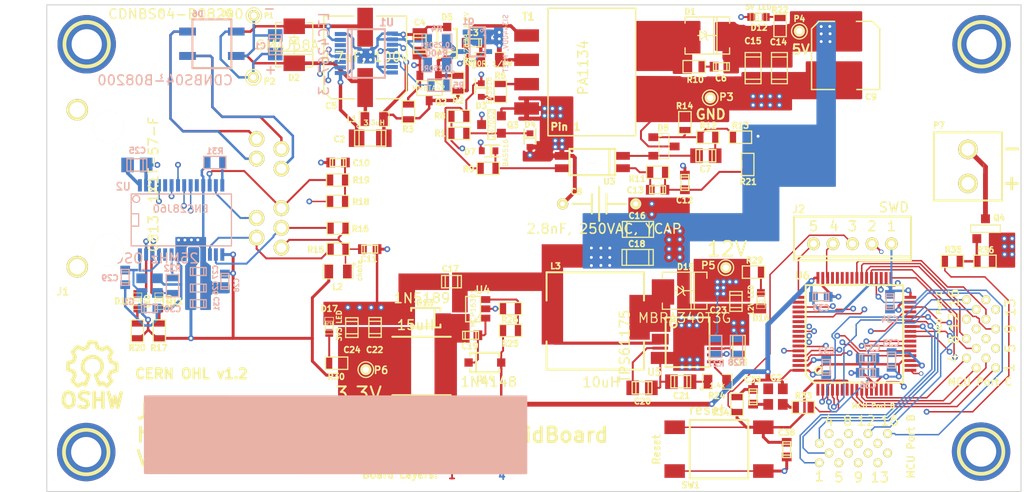
<source format=kicad_pcb>
(kicad_pcb (version 20171130) (host pcbnew "(5.1.12)-1")
  (layers (0 F.Cu signal) (1 In1.Cu mixed) (2 In2.Cu signal) (31 B.Cu signal) (34 B.Paste user) (35 F.Paste user) (36 B.SilkS user) (37 F.SilkS user) (38 B.Mask user) (39 F.Mask user) (44 Edge.Cuts user))
  (net 0 "")
  (net 1 "Net-(C1-Pad1)")
  (net 2 "Net-(C1-Pad2)")
  (net 3 "Net-(C2-Pad1)")
  (net 4 GNDA)
  (net 5 "Net-(C3-Pad2)")
  (net 6 /PVcc)
  (net 7 5VPoE)
  (net 8 "Net-(C6-Pad2)")
  (net 9 "Net-(C7-Pad1)")
  (net 10 "Net-(C7-Pad2)")
  (net 11 GND)
  (net 12 "Net-(C10-Pad1)")
  (net 13 "Net-(C11-Pad1)")
  (net 14 "Net-(C12-Pad1)")
  (net 15 "Net-(C13-Pad2)")
  (net 16 "Net-(C19-Pad1)")
  (net 17 "Net-(C19-Pad2)")
  (net 18 "Net-(C20-Pad1)")
  (net 19 "Net-(C21-Pad1)")
  (net 20 3V3)
  (net 21 12V)
  (net 22 "Net-(C25-Pad2)")
  (net 23 /nRST)
  (net 24 "Net-(C39-Pad1)")
  (net 25 "Net-(D1-Pad1)")
  (net 26 "Net-(D3-Pad1)")
  (net 27 "Net-(D4-Pad2)")
  (net 28 "Net-(D5-Pad2)")
  (net 29 /Ethernet-)
  (net 30 /Ethernet+)
  (net 31 "Net-(D7-Pad1)")
  (net 32 "Net-(D7-Pad2)")
  (net 33 "Net-(D8-Pad1)")
  (net 34 /EthernetSpare-)
  (net 35 /EthernetSpare+)
  (net 36 "Net-(D10-Pad1)")
  (net 37 "Net-(D10-Pad2)")
  (net 38 "Net-(D11-Pad1)")
  (net 39 "Net-(D11-Pad2)")
  (net 40 "Net-(D12-Pad1)")
  (net 41 "Net-(D15-Pad1)")
  (net 42 "Net-(D16-Pad1)")
  (net 43 "Net-(D17-Pad1)")
  (net 44 "Net-(G1-Pad1)")
  (net 45 "Net-(G1-Pad3)")
  (net 46 "Net-(G2-Pad1)")
  (net 47 "Net-(G2-Pad3)")
  (net 48 /TPOUT+)
  (net 49 /TPIN+)
  (net 50 /TPOUT-)
  (net 51 /TPIN-)
  (net 52 "Net-(J2-Pad4)")
  (net 53 "Net-(J2-Pad5)")
  (net 54 /PB0)
  (net 55 /PB1)
  (net 56 /PB4)
  (net 57 /PB5)
  (net 58 /PB8)
  (net 59 /PB9)
  (net 60 /PB12)
  (net 61 /PB13)
  (net 62 /PB2)
  (net 63 /PB7)
  (net 64 /PB6)
  (net 65 /PB3)
  (net 66 /PB11)
  (net 67 /PB10)
  (net 68 /PB14)
  (net 69 /PB15)
  (net 70 /PC0)
  (net 71 /PC1)
  (net 72 /PC4)
  (net 73 /PC5)
  (net 74 /PC8)
  (net 75 /PC9)
  (net 76 /PC12)
  (net 77 /PC13)
  (net 78 /PC2)
  (net 79 /PC7)
  (net 80 /PC6)
  (net 81 /PC3)
  (net 82 /PC11)
  (net 83 /PC10)
  (net 84 /PC14)
  (net 85 /PC15)
  (net 86 "Net-(P7-Pad2)")
  (net 87 "Net-(Q1-Pad1)")
  (net 88 "Net-(Q1-Pad3)")
  (net 89 "Net-(Q1-Pad4)")
  (net 90 "Net-(Q4-PadG)")
  (net 91 "Net-(R1-Pad1)")
  (net 92 "Net-(R5-Pad1)")
  (net 93 "Net-(R6-Pad2)")
  (net 94 "Net-(R23-Pad1)")
  (net 95 "Net-(R24-Pad2)")
  (net 96 "Net-(R25-Pad2)")
  (net 97 "Net-(R27-Pad2)")
  (net 98 "Net-(R31-Pad2)")
  (net 99 "Net-(R32-Pad2)")
  (net 100 "Net-(R33-Pad2)")
  (net 101 "Net-(U1-Pad6)")
  (net 102 "Net-(U1-Pad5)")
  (net 103 "Net-(U2-Pad3)")
  (net 104 /EthernetINT)
  (net 105 /EthernetSO)
  (net 106 /EthernetSI)
  (net 107 /EthernetSCK)
  (net 108 /EthernetCS)
  (net 109 "Net-(U2-Pad10)")
  (net 110 "Net-(U2-Pad24)")
  (net 111 "Net-(U6-Pad1)")
  (net 112 "Net-(U6-Pad6)")
  (net 113 "Net-(U6-Pad14)")
  (net 114 /12VSwitch)
  (net 115 "Net-(U6-Pad16)")
  (net 116 "Net-(U6-Pad42)")
  (net 117 "Net-(U6-Pad41)")
  (net 118 "Net-(U6-Pad45)")
  (net 119 "Net-(U6-Pad43)")
  (net 120 "Net-(U6-Pad44)")
  (net 121 "Net-(U6-Pad54)")
  (net 122 "Net-(U6-Pad50)")
  (module rfid:LQFP64 (layer F.Cu) (at 160.7 64.5)
    (fp_text reference U6 (at -5.34 -5.99) (layer F.SilkS) (effects (font (size 0.75 0.75))))
    (fp_text value STM32F100RC (at 0.1 -0.7) (layer F.SilkS) (effects (font (size 0.127 0.127) (thickness 0.01))))
    (pad 1 smd rect (at -3.75 5.75 90) (size 1.2 0.3) (layers F.Cu F.Paste F.Mask) (net 111 "Net-(U6-Pad1)"))
    (pad 2 smd rect (at -3.25 5.75 90) (size 1.2 0.3) (layers F.Cu F.Paste F.Mask) (net 77 /PC13))
    (pad 3 smd rect (at -2.75 5.75 90) (size 1.2 0.3) (layers F.Cu F.Paste F.Mask) (net 84 /PC14))
    (pad 4 smd rect (at -2.25 5.75 90) (size 1.2 0.3) (layers F.Cu F.Paste F.Mask) (net 85 /PC15))
    (pad 5 smd rect (at -1.75 5.75 90) (size 1.2 0.3) (layers F.Cu F.Paste F.Mask) (net 100 "Net-(R33-Pad2)"))
    (pad 6 smd rect (at -1.25 5.75 90) (size 1.2 0.3) (layers F.Cu F.Paste F.Mask) (net 112 "Net-(U6-Pad6)"))
    (pad 7 smd rect (at -0.75 5.75 90) (size 1.2 0.3) (layers F.Cu F.Paste F.Mask) (net 23 /nRST))
    (pad 8 smd rect (at -0.25 5.75 90) (size 1.2 0.3) (layers F.Cu F.Paste F.Mask) (net 70 /PC0))
    (pad 9 smd rect (at 0.25 5.75 90) (size 1.2 0.3) (layers F.Cu F.Paste F.Mask) (net 71 /PC1))
    (pad 10 smd rect (at 0.75 5.75 90) (size 1.2 0.3) (layers F.Cu F.Paste F.Mask) (net 78 /PC2))
    (pad 11 smd rect (at 1.25 5.75 90) (size 1.2 0.3) (layers F.Cu F.Paste F.Mask) (net 81 /PC3))
    (pad 12 smd rect (at 1.75 5.75 90) (size 1.2 0.3) (layers F.Cu F.Paste F.Mask) (net 11 GND))
    (pad 13 smd rect (at 2.25 5.75 90) (size 1.2 0.3) (layers F.Cu F.Paste F.Mask) (net 20 3V3))
    (pad 14 smd rect (at 2.75 5.75 90) (size 1.2 0.3) (layers F.Cu F.Paste F.Mask) (net 113 "Net-(U6-Pad14)"))
    (pad 15 smd rect (at 3.25 5.75 90) (size 1.2 0.3) (layers F.Cu F.Paste F.Mask) (net 114 /12VSwitch))
    (pad 16 smd rect (at 3.75 5.75 90) (size 1.2 0.3) (layers F.Cu F.Paste F.Mask) (net 115 "Net-(U6-Pad16)"))
    (pad 24 smd rect (at 5.75 0.25 180) (size 1.2 0.3) (layers F.Cu F.Paste F.Mask) (net 72 /PC4))
    (pad 23 smd rect (at 5.75 0.75 180) (size 1.2 0.3) (layers F.Cu F.Paste F.Mask) (net 106 /EthernetSI))
    (pad 26 smd rect (at 5.75 -0.75 180) (size 1.2 0.3) (layers F.Cu F.Paste F.Mask) (net 54 /PB0))
    (pad 25 smd rect (at 5.75 -0.25 180) (size 1.2 0.3) (layers F.Cu F.Paste F.Mask) (net 73 /PC5))
    (pad 22 smd rect (at 5.75 1.25 180) (size 1.2 0.3) (layers F.Cu F.Paste F.Mask) (net 105 /EthernetSO))
    (pad 29 smd rect (at 5.75 -2.25 180) (size 1.2 0.3) (layers F.Cu F.Paste F.Mask) (net 67 /PB10))
    (pad 32 smd rect (at 5.75 -3.75 180) (size 1.2 0.3) (layers F.Cu F.Paste F.Mask) (net 20 3V3))
    (pad 27 smd rect (at 5.75 -1.25 180) (size 1.2 0.3) (layers F.Cu F.Paste F.Mask) (net 55 /PB1))
    (pad 31 smd rect (at 5.75 -3.25 180) (size 1.2 0.3) (layers F.Cu F.Paste F.Mask) (net 11 GND))
    (pad 30 smd rect (at 5.75 -2.75 180) (size 1.2 0.3) (layers F.Cu F.Paste F.Mask) (net 66 /PB11))
    (pad 28 smd rect (at 5.75 -1.75 180) (size 1.2 0.3) (layers F.Cu F.Paste F.Mask) (net 62 /PB2))
    (pad 20 smd rect (at 5.75 2.25 180) (size 1.2 0.3) (layers F.Cu F.Paste F.Mask) (net 108 /EthernetCS))
    (pad 18 smd rect (at 5.75 3.25 180) (size 1.2 0.3) (layers F.Cu F.Paste F.Mask) (net 11 GND))
    (pad 19 smd rect (at 5.75 2.75 180) (size 1.2 0.3) (layers F.Cu F.Paste F.Mask) (net 20 3V3))
    (pad 21 smd rect (at 5.75 1.75 180) (size 1.2 0.3) (layers F.Cu F.Paste F.Mask) (net 107 /EthernetSCK))
    (pad 17 smd rect (at 5.75 3.75 180) (size 1.2 0.3) (layers F.Cu F.Paste F.Mask) (net 104 /EthernetINT))
    (pad 40 smd rect (at 0.25 -5.75 270) (size 1.2 0.3) (layers F.Cu F.Paste F.Mask) (net 75 /PC9))
    (pad 39 smd rect (at 0.75 -5.75 270) (size 1.2 0.3) (layers F.Cu F.Paste F.Mask) (net 74 /PC8))
    (pad 42 smd rect (at -0.75 -5.75 270) (size 1.2 0.3) (layers F.Cu F.Paste F.Mask) (net 116 "Net-(U6-Pad42)"))
    (pad 41 smd rect (at -0.25 -5.75 270) (size 1.2 0.3) (layers F.Cu F.Paste F.Mask) (net 117 "Net-(U6-Pad41)"))
    (pad 38 smd rect (at 1.25 -5.75 270) (size 1.2 0.3) (layers F.Cu F.Paste F.Mask) (net 79 /PC7))
    (pad 45 smd rect (at -2.25 -5.75 270) (size 1.2 0.3) (layers F.Cu F.Paste F.Mask) (net 118 "Net-(U6-Pad45)"))
    (pad 48 smd rect (at -3.75 -5.75 270) (size 1.2 0.3) (layers F.Cu F.Paste F.Mask) (net 20 3V3))
    (pad 43 smd rect (at -1.25 -5.75 270) (size 1.2 0.3) (layers F.Cu F.Paste F.Mask) (net 119 "Net-(U6-Pad43)"))
    (pad 47 smd rect (at -3.25 -5.75 270) (size 1.2 0.3) (layers F.Cu F.Paste F.Mask) (net 11 GND))
    (pad 46 smd rect (at -2.75 -5.75 270) (size 1.2 0.3) (layers F.Cu F.Paste F.Mask) (net 52 "Net-(J2-Pad4)"))
    (pad 44 smd rect (at -1.75 -5.75 270) (size 1.2 0.3) (layers F.Cu F.Paste F.Mask) (net 120 "Net-(U6-Pad44)"))
    (pad 36 smd rect (at 2.25 -5.75 270) (size 1.2 0.3) (layers F.Cu F.Paste F.Mask) (net 69 /PB15))
    (pad 34 smd rect (at 3.25 -5.75 270) (size 1.2 0.3) (layers F.Cu F.Paste F.Mask) (net 61 /PB13))
    (pad 35 smd rect (at 2.75 -5.75 270) (size 1.2 0.3) (layers F.Cu F.Paste F.Mask) (net 68 /PB14))
    (pad 37 smd rect (at 1.75 -5.75 270) (size 1.2 0.3) (layers F.Cu F.Paste F.Mask) (net 80 /PC6))
    (pad 33 smd rect (at 3.75 -5.75 270) (size 1.2 0.3) (layers F.Cu F.Paste F.Mask) (net 60 /PB12))
    (pad 56 smd rect (at -5.75 -0.25) (size 1.2 0.3) (layers F.Cu F.Paste F.Mask) (net 56 /PB4))
    (pad 55 smd rect (at -5.75 -0.75) (size 1.2 0.3) (layers F.Cu F.Paste F.Mask) (net 65 /PB3))
    (pad 58 smd rect (at -5.75 0.75) (size 1.2 0.3) (layers F.Cu F.Paste F.Mask) (net 64 /PB6))
    (pad 57 smd rect (at -5.75 0.25) (size 1.2 0.3) (layers F.Cu F.Paste F.Mask) (net 57 /PB5))
    (pad 54 smd rect (at -5.75 -1.25) (size 1.2 0.3) (layers F.Cu F.Paste F.Mask) (net 121 "Net-(U6-Pad54)"))
    (pad 61 smd rect (at -5.75 2.25) (size 1.2 0.3) (layers F.Cu F.Paste F.Mask) (net 58 /PB8))
    (pad 64 smd rect (at -5.75 3.75) (size 1.2 0.3) (layers F.Cu F.Paste F.Mask) (net 20 3V3))
    (pad 59 smd rect (at -5.75 1.25) (size 1.2 0.3) (layers F.Cu F.Paste F.Mask) (net 63 /PB7))
    (pad 63 smd rect (at -5.75 3.25) (size 1.2 0.3) (layers F.Cu F.Paste F.Mask) (net 11 GND))
    (pad 62 smd rect (at -5.75 2.75) (size 1.2 0.3) (layers F.Cu F.Paste F.Mask) (net 59 /PB9))
    (pad 60 smd rect (at -5.75 1.75) (size 1.2 0.3) (layers F.Cu F.Paste F.Mask) (net 11 GND))
    (pad 52 smd rect (at -5.75 -2.25) (size 1.2 0.3) (layers F.Cu F.Paste F.Mask) (net 82 /PC11))
    (pad 50 smd rect (at -5.75 -3.25) (size 1.2 0.3) (layers F.Cu F.Paste F.Mask) (net 122 "Net-(U6-Pad50)"))
    (pad 51 smd rect (at -5.75 -2.75) (size 1.2 0.3) (layers F.Cu F.Paste F.Mask) (net 83 /PC10))
    (pad 53 smd rect (at -5.75 -1.75) (size 1.2 0.3) (layers F.Cu F.Paste F.Mask) (net 76 /PC12))
    (pad 49 smd rect (at -5.75 -3.75) (size 1.2 0.3) (layers F.Cu F.Paste F.Mask) (net 53 "Net-(J2-Pad5)"))
  )
  (module Capacitors_SMD:c_0805 (layer B.Cu) (at 101.25 34.8 270)
    (fp_text reference C1 (at 0.12 1.55) (layer B.SilkS) (effects (font (size 0.6 0.6)) (justify mirror)))
    (fp_text value "0.1uF, 100V, X7R" hide)
    (pad 1 smd rect (at 0.9525 0 270) (size 1.30048 1.4986) (layers B.Cu B.Paste B.Mask) (net 1 "Net-(C1-Pad1)"))
    (pad 2 smd rect (at -0.9525 0 270) (size 1.30048 1.4986) (layers B.Cu B.Paste B.Mask) (net 2 "Net-(C1-Pad2)"))
  )
  (module Capacitors_SMD:c_1206 (layer F.Cu) (at 111 44.4)
    (fp_text reference C2 (at -3.17 0.11) (layer F.SilkS) (effects (font (size 0.6 0.6))))
    (fp_text value "1uF, 100V" hide)
    (pad 1 smd rect (at 1.397 0) (size 1.6002 1.8034) (layers F.Cu F.Paste F.Mask) (net 3 "Net-(C2-Pad1)"))
    (pad 2 smd rect (at -1.397 0) (size 1.6002 1.8034) (layers F.Cu F.Paste F.Mask) (net 4 GNDA))
  )
  (module Capacitors_SMD:c_0603 (layer F.Cu) (at 121.6 34.6 180)
    (fp_text reference C3 (at 0.06 1.03 180) (layer F.SilkS) (effects (font (size 0.6 0.6))))
    (fp_text value "68pF, 200V" hide)
    (pad 1 smd rect (at 0.75184 0 180) (size 0.89916 1.00076) (layers F.Cu F.Paste F.Mask) (net 3 "Net-(C2-Pad1)"))
    (pad 2 smd rect (at -0.75184 0 180) (size 0.89916 1.00076) (layers F.Cu F.Paste F.Mask) (net 5 "Net-(C3-Pad2)"))
  )
  (module Capacitors_SMD:c_0805 (layer F.Cu) (at 116.1 34.7 90)
    (fp_text reference C4 (at 2.18 -0.01 180) (layer F.SilkS) (effects (font (size 0.6 0.6))))
    (fp_text value "4.7uF, 10V" hide)
    (pad 1 smd rect (at 0.9525 0 90) (size 1.30048 1.4986) (layers F.Cu F.Paste F.Mask) (net 4 GNDA))
    (pad 2 smd rect (at -0.9525 0 90) (size 1.30048 1.4986) (layers F.Cu F.Paste F.Mask) (net 6 /PVcc))
  )
  (module rfid:EEE-2AA4R7UP (layer F.Cu) (at 110.48 36.1 180)
    (fp_text reference C5 (at 3.5 -4.98) (layer F.SilkS) (effects (font (size 0.6 0.6))))
    (fp_text value "4.7uF, 100v" (at 0.05 0.05 180) (layer F.SilkS))
    (pad 1 smd rect (at 0 -3.1 180) (size 1.6 4) (layers F.Cu F.Paste F.Mask) (net 1 "Net-(C1-Pad1)"))
    (pad 2 smd rect (at 0 3.1 180) (size 1.6 4) (layers F.Cu F.Paste F.Mask) (net 4 GNDA))
  )
  (module Capacitors_SMD:c_0603 (layer F.Cu) (at 147.05 37.05)
    (fp_text reference C6 (at -0.05 1.19) (layer F.SilkS) (effects (font (size 0.6 0.6))))
    (fp_text value 470pF hide)
    (pad 1 smd rect (at 0.75184 0) (size 0.89916 1.00076) (layers F.Cu F.Paste F.Mask) (net 7 5VPoE))
    (pad 2 smd rect (at -0.75184 0) (size 0.89916 1.00076) (layers F.Cu F.Paste F.Mask) (net 8 "Net-(C6-Pad2)"))
  )
  (module Capacitors_SMD:c_0805 (layer F.Cu) (at 145.45 46.2)
    (fp_text reference C7 (at -0.05 1.37) (layer F.SilkS) (effects (font (size 0.6 0.6))))
    (fp_text value 27nF hide)
    (pad 1 smd rect (at 0.9525 0) (size 1.30048 1.4986) (layers F.Cu F.Paste F.Mask) (net 9 "Net-(C7-Pad1)"))
    (pad 2 smd rect (at -0.9525 0) (size 1.30048 1.4986) (layers F.Cu F.Paste F.Mask) (net 10 "Net-(C7-Pad2)"))
  )
  (module rfid:kemet_C900 (layer F.Cu) (at 134.5 51.15)
    (fp_text reference C8 (at -2.35 -1.25) (layer F.SilkS) (effects (font (size 0.6 0.6))))
    (fp_text value "2.8nF, 250VAC, YCAP" (at 0.5 2.56) (layer F.SilkS))
    (pad 1 thru_hole circle (at -3.75 0) (size 1.15 1.15) (drill 0.5) (layers *.Cu *.Mask F.SilkS) (net 4 GNDA))
    (pad 2 thru_hole circle (at 3.75 0) (size 1.15 1.15) (drill 0.5) (layers *.Cu *.Mask F.SilkS) (net 11 GND))
  )
  (module rfid:EEE-FK0J221P (layer F.Cu) (at 159.8 35.9)
    (fp_text reference C9 (at 2.6 4.25) (layer F.SilkS) (effects (font (size 0.6 0.6))))
    (fp_text value "220uF, 6.3v" (at -0.05 0.1) (layer F.SilkS) (effects (font (size 0.127 0.127) (thickness 0.01))))
    (pad 1 smd rect (at 0 -2.5) (size 1.6 3.2) (layers F.Cu F.Paste F.Mask) (net 7 5VPoE))
    (pad 2 smd rect (at 0 2.5) (size 1.6 3.2) (layers F.Cu F.Paste F.Mask) (net 11 GND))
  )
  (module Capacitors_SMD:c_0603 (layer F.Cu) (at 107.7 46.9)
    (fp_text reference C10 (at 2.38 0.05) (layer F.SilkS) (effects (font (size 0.6 0.6))))
    (fp_text value 10nF hide)
    (pad 1 smd rect (at 0.75184 0) (size 0.89916 1.00076) (layers F.Cu F.Paste F.Mask) (net 12 "Net-(C10-Pad1)"))
    (pad 2 smd rect (at -0.75184 0) (size 0.89916 1.00076) (layers F.Cu F.Paste F.Mask) (net 11 GND))
  )
  (module Capacitors_SMD:c_0603 (layer F.Cu) (at 110.95 55.8 180)
    (fp_text reference C11 (at 0.08 -1 180) (layer F.SilkS) (effects (font (size 0.6 0.6))))
    (fp_text value 10nF hide)
    (pad 1 smd rect (at 0.75184 0 180) (size 0.89916 1.00076) (layers F.Cu F.Paste F.Mask) (net 13 "Net-(C11-Pad1)"))
    (pad 2 smd rect (at -0.75184 0 180) (size 0.89916 1.00076) (layers F.Cu F.Paste F.Mask) (net 11 GND))
  )
  (module Capacitors_SMD:c_0603 (layer F.Cu) (at 143.3 48.95 270)
    (fp_text reference C12 (at 1.82 0.03) (layer F.SilkS) (effects (font (size 0.6 0.6))))
    (fp_text value 1uF hide)
    (pad 1 smd rect (at 0.75184 0 270) (size 0.89916 1.00076) (layers F.Cu F.Paste F.Mask) (net 14 "Net-(C12-Pad1)"))
    (pad 2 smd rect (at -0.75184 0 270) (size 0.89916 1.00076) (layers F.Cu F.Paste F.Mask) (net 11 GND))
  )
  (module Capacitors_SMD:c_0603 (layer F.Cu) (at 140.5 49.7)
    (fp_text reference C13 (at -2.3 0.05) (layer F.SilkS) (effects (font (size 0.6 0.6))))
    (fp_text value 33nF hide)
    (pad 1 smd rect (at 0.75184 0) (size 0.89916 1.00076) (layers F.Cu F.Paste F.Mask) (net 14 "Net-(C12-Pad1)"))
    (pad 2 smd rect (at -0.75184 0) (size 0.89916 1.00076) (layers F.Cu F.Paste F.Mask) (net 15 "Net-(C13-Pad2)"))
  )
  (module Capacitors_SMD:c_1206 (layer F.Cu) (at 153 37.2 90)
    (fp_text reference C14 (at 2.67 -0.1 180) (layer F.SilkS) (effects (font (size 0.6 0.6))))
    (fp_text value "100uF, 6.3V, X5R" hide)
    (pad 1 smd rect (at 1.397 0 90) (size 1.6002 1.8034) (layers F.Cu F.Paste F.Mask) (net 7 5VPoE))
    (pad 2 smd rect (at -1.397 0 90) (size 1.6002 1.8034) (layers F.Cu F.Paste F.Mask) (net 11 GND))
  )
  (module Capacitors_SMD:c_1206 (layer F.Cu) (at 150.3 37.2 90)
    (fp_text reference C15 (at 2.79 -0.01 180) (layer F.SilkS) (effects (font (size 0.6 0.6))))
    (fp_text value "100uF, 6.3V, X5R" hide)
    (pad 1 smd rect (at 1.397 0 90) (size 1.6002 1.8034) (layers F.Cu F.Paste F.Mask) (net 7 5VPoE))
    (pad 2 smd rect (at -1.397 0 90) (size 1.6002 1.8034) (layers F.Cu F.Paste F.Mask) (net 11 GND))
  )
  (module Capacitors_SMD:c_1206 (layer F.Cu) (at 138.48 53.77 180)
    (fp_text reference C16 (at 0.08 1.4 180) (layer F.SilkS) (effects (font (size 0.6 0.6))))
    (fp_text value 10uF hide)
    (pad 1 smd rect (at 1.397 0 180) (size 1.6002 1.8034) (layers F.Cu F.Paste F.Mask) (net 7 5VPoE))
    (pad 2 smd rect (at -1.397 0 180) (size 1.6002 1.8034) (layers F.Cu F.Paste F.Mask) (net 11 GND))
  )
  (module Capacitors_SMD:c_0805 (layer F.Cu) (at 119.34 59.14)
    (fp_text reference C17 (at -0.11 -1.32) (layer F.SilkS) (effects (font (size 0.6 0.6))))
    (fp_text value 10uF hide)
    (pad 1 smd rect (at 0.9525 0) (size 1.30048 1.4986) (layers F.Cu F.Paste F.Mask) (net 7 5VPoE))
    (pad 2 smd rect (at -0.9525 0) (size 1.30048 1.4986) (layers F.Cu F.Paste F.Mask) (net 11 GND))
  )
  (module Capacitors_SMD:c_1206 (layer F.Cu) (at 138.45 56.65 180)
    (fp_text reference C18 (at 0.09 1.39 180) (layer F.SilkS) (effects (font (size 0.6 0.6))))
    (fp_text value 10uF hide)
    (pad 1 smd rect (at 1.397 0 180) (size 1.6002 1.8034) (layers F.Cu F.Paste F.Mask) (net 7 5VPoE))
    (pad 2 smd rect (at -1.397 0 180) (size 1.6002 1.8034) (layers F.Cu F.Paste F.Mask) (net 11 GND))
  )
  (module Capacitors_SMD:c_0603 (layer F.Cu) (at 121.3 64.65)
    (fp_text reference C19 (at -0.08 1.12) (layer F.SilkS) (effects (font (size 0.6 0.6))))
    (fp_text value 100nF hide)
    (pad 1 smd rect (at 0.75184 0) (size 0.89916 1.00076) (layers F.Cu F.Paste F.Mask) (net 16 "Net-(C19-Pad1)"))
    (pad 2 smd rect (at -0.75184 0) (size 0.89916 1.00076) (layers F.Cu F.Paste F.Mask) (net 17 "Net-(C19-Pad2)"))
  )
  (module Capacitors_SMD:c_0805 (layer F.Cu) (at 138.9 70.05 180)
    (fp_text reference C20 (at -0.04 -1.39 180) (layer F.SilkS) (effects (font (size 0.6 0.6))))
    (fp_text value 47nF hide)
    (pad 1 smd rect (at 0.9525 0 180) (size 1.30048 1.4986) (layers F.Cu F.Paste F.Mask) (net 18 "Net-(C20-Pad1)"))
    (pad 2 smd rect (at -0.9525 0 180) (size 1.30048 1.4986) (layers F.Cu F.Paste F.Mask) (net 11 GND))
  )
  (module Capacitors_SMD:c_0805 (layer F.Cu) (at 142.873427 69.420421)
    (fp_text reference C21 (at 0.086573 1.449579) (layer F.SilkS) (effects (font (size 0.6 0.6))))
    (fp_text value 180nF hide)
    (pad 1 smd rect (at 0.9525 0) (size 1.30048 1.4986) (layers F.Cu F.Paste F.Mask) (net 19 "Net-(C21-Pad1)"))
    (pad 2 smd rect (at -0.9525 0) (size 1.30048 1.4986) (layers F.Cu F.Paste F.Mask) (net 11 GND))
  )
  (module Capacitors_SMD:c_0805 (layer F.Cu) (at 111.494798 63.84464 270)
    (fp_text reference C22 (at 2.30536 0.034798) (layer F.SilkS) (effects (font (size 0.6 0.6))))
    (fp_text value 10uF hide)
    (pad 1 smd rect (at 0.9525 0 270) (size 1.30048 1.4986) (layers F.Cu F.Paste F.Mask) (net 20 3V3))
    (pad 2 smd rect (at -0.9525 0 270) (size 1.30048 1.4986) (layers F.Cu F.Paste F.Mask) (net 11 GND))
  )
  (module Capacitors_SMD:c_0805 (layer F.Cu) (at 148.54 61.17 90)
    (fp_text reference C23 (at -0.91 -1.82 180) (layer F.SilkS) (effects (font (size 0.6 0.6))))
    (fp_text value 22uF hide)
    (pad 1 smd rect (at 0.9525 0 90) (size 1.30048 1.4986) (layers F.Cu F.Paste F.Mask) (net 21 12V))
    (pad 2 smd rect (at -0.9525 0 90) (size 1.30048 1.4986) (layers F.Cu F.Paste F.Mask) (net 11 GND))
  )
  (module Capacitors_SMD:c_0805 (layer F.Cu) (at 109.114798 63.86464 270)
    (fp_text reference C24 (at 2.28536 -0.015202) (layer F.SilkS) (effects (font (size 0.6 0.6))))
    (fp_text value 10uF hide)
    (pad 1 smd rect (at 0.9525 0 270) (size 1.30048 1.4986) (layers F.Cu F.Paste F.Mask) (net 20 3V3))
    (pad 2 smd rect (at -0.9525 0 270) (size 1.30048 1.4986) (layers F.Cu F.Paste F.Mask) (net 11 GND))
  )
  (module Capacitors_SMD:c_0805 (layer B.Cu) (at 87.05 47.15)
    (fp_text reference C25 (at 0.05 -1.48) (layer B.SilkS) (effects (font (size 0.6 0.6)) (justify mirror)))
    (fp_text value 10uF hide)
    (pad 1 smd rect (at 0.9525 0) (size 1.30048 1.4986) (layers B.Cu B.Paste B.Mask) (net 11 GND))
    (pad 2 smd rect (at -0.9525 0) (size 1.30048 1.4986) (layers B.Cu B.Paste B.Mask) (net 22 "Net-(C25-Pad2)"))
  )
  (module Capacitors_SMD:c_0603 (layer B.Cu) (at 93.35 59.8 180)
    (fp_text reference C26 (at -1.76 0.01 270) (layer B.SilkS) (effects (font (size 0.5 0.5) (thickness 0.125)) (justify mirror)))
    (fp_text value 100nF hide)
    (pad 1 smd rect (at 0.75184 0 180) (size 0.89916 1.00076) (layers B.Cu B.Paste B.Mask) (net 20 3V3))
    (pad 2 smd rect (at -0.75184 0 180) (size 0.89916 1.00076) (layers B.Cu B.Paste B.Mask) (net 11 GND))
  )
  (module Capacitors_SMD:c_0603 (layer B.Cu) (at 93.35 58.1 180)
    (fp_text reference C27 (at -1.76 -0.06 270) (layer B.SilkS) (effects (font (size 0.5 0.5) (thickness 0.125)) (justify mirror)))
    (fp_text value 100nF hide)
    (pad 1 smd rect (at 0.75184 0 180) (size 0.89916 1.00076) (layers B.Cu B.Paste B.Mask) (net 20 3V3))
    (pad 2 smd rect (at -0.75184 0 180) (size 0.89916 1.00076) (layers B.Cu B.Paste B.Mask) (net 11 GND))
  )
  (module Capacitors_SMD:c_0603 (layer B.Cu) (at 96.08 59.11 90)
    (fp_text reference C28 (at -0.39 1.2 90) (layer B.SilkS) (effects (font (size 0.5 0.5) (thickness 0.1)) (justify mirror)))
    (fp_text value 100nF hide)
    (pad 1 smd rect (at 0.75184 0 90) (size 0.89916 1.00076) (layers B.Cu B.Paste B.Mask) (net 20 3V3))
    (pad 2 smd rect (at -0.75184 0 90) (size 0.89916 1.00076) (layers B.Cu B.Paste B.Mask) (net 11 GND))
  )
  (module Capacitors_SMD:c_0603 (layer B.Cu) (at 85.85 58.7 90)
    (fp_text reference C29 (at -0.07 -1.56 180) (layer B.SilkS) (effects (font (size 0.6 0.6)) (justify mirror)))
    (fp_text value 100nF hide)
    (pad 1 smd rect (at 0.75184 0 90) (size 0.89916 1.00076) (layers B.Cu B.Paste B.Mask) (net 20 3V3))
    (pad 2 smd rect (at -0.75184 0 90) (size 0.89916 1.00076) (layers B.Cu B.Paste B.Mask) (net 11 GND))
  )
  (module Capacitors_SMD:c_0603 (layer B.Cu) (at 88.35 61.9)
    (fp_text reference C30 (at 2.37 0.05) (layer B.SilkS) (effects (font (size 0.6 0.6)) (justify mirror)))
    (fp_text value 100nF hide)
    (pad 1 smd rect (at 0.75184 0) (size 0.89916 1.00076) (layers B.Cu B.Paste B.Mask) (net 11 GND))
    (pad 2 smd rect (at -0.75184 0) (size 0.89916 1.00076) (layers B.Cu B.Paste B.Mask) (net 20 3V3))
  )
  (module Capacitors_SMD:c_0603 (layer B.Cu) (at 93.35 61.4 180)
    (fp_text reference C31 (at -1.89 -0.01 270) (layer B.SilkS) (effects (font (size 0.5 0.5) (thickness 0.125)) (justify mirror)))
    (fp_text value 1uF hide)
    (pad 1 smd rect (at 0.75184 0 180) (size 0.89916 1.00076) (layers B.Cu B.Paste B.Mask) (net 20 3V3))
    (pad 2 smd rect (at -0.75184 0 180) (size 0.89916 1.00076) (layers B.Cu B.Paste B.Mask) (net 11 GND))
  )
  (module Capacitors_SMD:c_0603 (layer B.Cu) (at 157.8 67.95 270)
    (fp_text reference C32 (at -1.7 -0.04) (layer B.SilkS) (effects (font (size 0.6 0.6)) (justify mirror)))
    (fp_text value 100nF hide)
    (pad 1 smd rect (at 0.75184 0 270) (size 0.89916 1.00076) (layers B.Cu B.Paste B.Mask) (net 20 3V3))
    (pad 2 smd rect (at -0.75184 0 270) (size 0.89916 1.00076) (layers B.Cu B.Paste B.Mask) (net 11 GND))
  )
  (module Capacitors_SMD:c_0603 (layer B.Cu) (at 157.25 60.7 180)
    (fp_text reference C33 (at -0.04 -1.14 180) (layer B.SilkS) (effects (font (size 0.6 0.6)) (justify mirror)))
    (fp_text value 100nF hide)
    (pad 1 smd rect (at 0.75184 0 180) (size 0.89916 1.00076) (layers B.Cu B.Paste B.Mask) (net 20 3V3))
    (pad 2 smd rect (at -0.75184 0 180) (size 0.89916 1.00076) (layers B.Cu B.Paste B.Mask) (net 11 GND))
  )
  (module Capacitors_SMD:c_0603 (layer B.Cu) (at 164.35 61.2 90)
    (fp_text reference C34 (at -1.82 -0.04 180) (layer B.SilkS) (effects (font (size 0.6 0.6)) (justify mirror)))
    (fp_text value 100nF hide)
    (pad 1 smd rect (at 0.75184 0 90) (size 0.89916 1.00076) (layers B.Cu B.Paste B.Mask) (net 20 3V3))
    (pad 2 smd rect (at -0.75184 0 90) (size 0.89916 1.00076) (layers B.Cu B.Paste B.Mask) (net 11 GND))
  )
  (module Capacitors_SMD:c_0603 (layer B.Cu) (at 164.52 67.19 270)
    (fp_text reference C35 (at -1.75 0.06) (layer B.SilkS) (effects (font (size 0.6 0.6)) (justify mirror)))
    (fp_text value 100nF hide)
    (pad 1 smd rect (at 0.75184 0 270) (size 0.89916 1.00076) (layers B.Cu B.Paste B.Mask) (net 20 3V3))
    (pad 2 smd rect (at -0.75184 0 270) (size 0.89916 1.00076) (layers B.Cu B.Paste B.Mask) (net 11 GND))
  )
  (module Capacitors_SMD:c_0603 (layer B.Cu) (at 162.05 68.5)
    (fp_text reference C36 (at 0.04 1.28) (layer B.SilkS) (effects (font (size 0.6 0.6)) (justify mirror)))
    (fp_text value 100nF hide)
    (pad 1 smd rect (at 0.75184 0) (size 0.89916 1.00076) (layers B.Cu B.Paste B.Mask) (net 20 3V3))
    (pad 2 smd rect (at -0.75184 0) (size 0.89916 1.00076) (layers B.Cu B.Paste B.Mask) (net 11 GND))
  )
  (module Capacitors_SMD:c_0603 (layer B.Cu) (at 162.05 67)
    (fp_text reference C37 (at 0.44 -1.05) (layer B.SilkS) (effects (font (size 0.6 0.6)) (justify mirror)))
    (fp_text value 1uF hide)
    (pad 1 smd rect (at 0.75184 0) (size 0.89916 1.00076) (layers B.Cu B.Paste B.Mask) (net 20 3V3))
    (pad 2 smd rect (at -0.75184 0) (size 0.89916 1.00076) (layers B.Cu B.Paste B.Mask) (net 11 GND))
  )
  (module Capacitors_SMD:c_0603 (layer F.Cu) (at 153.75 76.4 270)
    (fp_text reference C38 (at -1.75 0.02) (layer F.SilkS) (effects (font (size 0.6 0.6))))
    (fp_text value 100nF hide)
    (pad 1 smd rect (at 0.75184 0 270) (size 0.89916 1.00076) (layers F.Cu F.Paste F.Mask) (net 11 GND))
    (pad 2 smd rect (at -0.75184 0 270) (size 0.89916 1.00076) (layers F.Cu F.Paste F.Mask) (net 23 /nRST))
  )
  (module Capacitors_SMD:c_0603 (layer F.Cu) (at 150.3 70.97 270)
    (fp_text reference C39 (at -1.76 0.06) (layer F.SilkS) (effects (font (size 0.6 0.6))))
    (fp_text value 100nF hide)
    (pad 1 smd rect (at 0.75184 0 270) (size 0.89916 1.00076) (layers F.Cu F.Paste F.Mask) (net 24 "Net-(C39-Pad1)"))
    (pad 2 smd rect (at -0.75184 0 270) (size 0.89916 1.00076) (layers F.Cu F.Paste F.Mask) (net 20 3V3))
  )
  (module SMD_Packages:DO-214-AA_SMB (layer F.Cu) (at 145.6 33.85)
    (fp_text reference D1 (at -1.77 -2.44) (layer F.SilkS) (effects (font (size 0.6 0.6))))
    (fp_text value SMB540 (at -0.05 -1.3 180) (layer F.SilkS) (effects (font (size 0.127 0.127) (thickness 0.01))))
    (pad 1 smd rect (at -2.0066 0) (size 1.80086 2.19964) (layers F.Cu F.Paste F.Mask) (net 25 "Net-(D1-Pad1)"))
    (pad 2 smd rect (at 2.0066 0) (size 1.80086 2.19964) (layers F.Cu F.Paste F.Mask) (net 7 5VPoE))
  )
  (module SMD_Packages:DO-214-AC_SMA (layer F.Cu) (at 103.2 34.8 270)
    (fp_text reference D2 (at 3.39 0.02) (layer F.SilkS) (effects (font (size 0.6 0.6))))
    (fp_text value SMAJ58A (at 0.05 0.7) (layer F.SilkS) (effects (font (size 1.00076 1.00076) (thickness 0.11938))))
    (pad 1 smd rect (at -1.89992 0 270) (size 1.6002 2.19964) (layers F.Cu F.Paste F.Mask) (net 2 "Net-(C1-Pad2)"))
    (pad 2 smd rect (at 1.89992 0 270) (size 1.6002 2.19964) (layers F.Cu F.Paste F.Mask) (net 1 "Net-(C1-Pad1)"))
  )
  (module rfid:SOD-523 (layer F.Cu) (at 122.4 39.45 90)
    (fp_text reference D3 (at -1.61 0 180) (layer F.SilkS) (effects (font (size 0.6 0.6))))
    (fp_text value BAS516 (at -0.05 0.8 270) (layer F.SilkS) (effects (font (size 0.5 0.5) (thickness 0.08))))
    (pad 1 smd rect (at -0.7 0 90) (size 0.6 0.7) (layers F.Cu F.Paste F.Mask) (net 26 "Net-(D3-Pad1)"))
    (pad 2 smd rect (at 0.7 0 90) (size 0.6 0.7) (layers F.Cu F.Paste F.Mask) (net 6 /PVcc))
  )
  (module rfid:SOD-523 (layer F.Cu) (at 127.4 44.6 90)
    (fp_text reference D4 (at 1.61 0.01 180) (layer F.SilkS) (effects (font (size 0.6 0.6))))
    (fp_text value BAS516 (at 0 0 180) (layer F.SilkS) (effects (font (size 0.127 0.127) (thickness 0.01))))
    (pad 1 smd rect (at -0.7 0 90) (size 0.6 0.7) (layers F.Cu F.Paste F.Mask) (net 4 GNDA))
    (pad 2 smd rect (at 0.7 0 90) (size 0.6 0.7) (layers F.Cu F.Paste F.Mask) (net 27 "Net-(D4-Pad2)"))
  )
  (module rfid:SOD-123 (layer F.Cu) (at 118.9 34.65 90)
    (fp_text reference D5 (at 2.69 -0.02 180) (layer F.SilkS) (effects (font (size 0.6 0.6))))
    (fp_text value "1N5237B, 8.2V" (at 0.4 2 90) (layer F.SilkS) (effects (font (size 0.5 0.5) (thickness 0.08))))
    (pad 1 smd rect (at 1.675 0 90) (size 0.85 0.85) (layers F.Cu F.Paste F.Mask) (net 4 GNDA))
    (pad 2 smd rect (at -1.675 0 90) (size 0.85 0.85) (layers F.Cu F.Paste F.Mask) (net 28 "Net-(D5-Pad2)"))
  )
  (module rfid:CDNBS04 (layer B.Cu) (at 94.75 34.7 90)
    (fp_text reference D6 (at 3.07 -1.46 180) (layer B.SilkS) (effects (font (size 0.6 0.6)) (justify mirror)))
    (fp_text value CDNBS04-B08200 (at -3.75 -4.8 180) (layer B.SilkS) (effects (justify mirror)))
    (fp_text user ~ (at -3.4 -5.2 90) (layer B.SilkS) (effects (justify mirror)))
    (fp_text user - (at 3.65 5.9 180) (layer B.SilkS) (effects (justify mirror)))
    (fp_text user + (at -2.7 5.95 90) (layer B.SilkS) (effects (justify mirror)))
    (pad 1 smd rect (at 1.25 2.5 90) (size 0.8 1.7) (layers B.Cu B.Paste B.Mask) (net 1 "Net-(C1-Pad1)"))
    (pad 2 smd rect (at 1.25 -2.5 90) (size 0.8 1.7) (layers B.Cu B.Paste B.Mask) (net 29 /Ethernet-))
    (pad 3 smd rect (at -1.25 -2.5 90) (size 0.8 1.7) (layers B.Cu B.Paste B.Mask) (net 30 /Ethernet+))
    (pad 4 smd rect (at -1.25 2.5 90) (size 0.8 1.7) (layers B.Cu B.Paste B.Mask) (net 2 "Net-(C1-Pad2)"))
  )
  (module rfid:SOD-523 (layer F.Cu) (at 123.15 45.7)
    (fp_text reference D7 (at -1.91 0.09) (layer F.SilkS) (effects (font (size 0.6 0.6))))
    (fp_text value BAS516 (at 1.75 0.2 90) (layer F.SilkS) (effects (font (size 0.5 0.5) (thickness 0.08))))
    (pad 1 smd rect (at -0.7 0) (size 0.6 0.7) (layers F.Cu F.Paste F.Mask) (net 31 "Net-(D7-Pad1)"))
    (pad 2 smd rect (at 0.7 0) (size 0.6 0.7) (layers F.Cu F.Paste F.Mask) (net 32 "Net-(D7-Pad2)"))
  )
  (module SMD_Packages:SOT-23 (layer F.Cu) (at 141.15 45.25 270)
    (fp_text reference D8 (at -1.91 0.08) (layer F.SilkS) (effects (font (size 0.6 0.6))))
    (fp_text value TLV431 (at 0.15 0.05 270) (layer F.SilkS) (effects (font (size 0.127 0.127) (thickness 0.01))))
    (pad 3 smd rect (at 0 -1.09982 270) (size 0.8001 1.00076) (layers F.Cu F.Paste F.Mask) (net 11 GND))
    (pad 2 smd rect (at 0.9525 1.09982 270) (size 0.8001 1.00076) (layers F.Cu F.Paste F.Mask) (net 10 "Net-(C7-Pad2)"))
    (pad 1 smd rect (at -0.9525 1.09982 270) (size 0.8001 1.00076) (layers F.Cu F.Paste F.Mask) (net 33 "Net-(D8-Pad1)"))
  )
  (module rfid:CDNBS04 (layer F.Cu) (at 94.75 34.7 270)
    (fp_text reference D9 (at -3.12 -1.52) (layer F.SilkS) (effects (font (size 0.6 0.6))))
    (fp_text value CDNBS04-B08200 (at -3.05 3.7) (layer F.SilkS))
    (fp_text user ~ (at -3.4 5.2 270) (layer F.SilkS))
    (fp_text user - (at -3.65 -5.9) (layer F.SilkS))
    (fp_text user + (at 2.7 -5.95 270) (layer F.SilkS))
    (pad 1 smd rect (at 1.25 -2.5 270) (size 0.8 1.7) (layers F.Cu F.Paste F.Mask) (net 1 "Net-(C1-Pad1)"))
    (pad 2 smd rect (at 1.25 2.5 270) (size 0.8 1.7) (layers F.Cu F.Paste F.Mask) (net 34 /EthernetSpare-))
    (pad 3 smd rect (at -1.25 2.5 270) (size 0.8 1.7) (layers F.Cu F.Paste F.Mask) (net 35 /EthernetSpare+))
    (pad 4 smd rect (at -1.25 -2.5 270) (size 0.8 1.7) (layers F.Cu F.Paste F.Mask) (net 2 "Net-(C1-Pad2)"))
  )
  (module LEDs:LED-0603 (layer F.Cu) (at 87.1 61.15 90)
    (fp_text reference D10 (at 0.01 -1.5 180) (layer F.SilkS) (effects (font (size 0.6 0.6))))
    (fp_text value LED (at 0 1.016 90) (layer F.SilkS) (effects (font (size 0.508 0.508) (thickness 0.127))))
    (pad 1 smd rect (at -0.7493 0 90) (size 0.79756 0.79756) (layers F.Cu F.Paste F.Mask) (net 36 "Net-(D10-Pad1)"))
    (pad 2 smd rect (at 0.7493 0 90) (size 0.79756 0.79756) (layers F.Cu F.Paste F.Mask) (net 37 "Net-(D10-Pad2)"))
  )
  (module LEDs:LED-0603 (layer F.Cu) (at 89.35 61.15 90)
    (fp_text reference D11 (at -0.02 1.58 180) (layer F.SilkS) (effects (font (size 0.6 0.6))))
    (fp_text value LED (at 0 1.016 90) (layer F.SilkS) (effects (font (size 0.508 0.508) (thickness 0.127))))
    (pad 1 smd rect (at -0.7493 0 90) (size 0.79756 0.79756) (layers F.Cu F.Paste F.Mask) (net 38 "Net-(D11-Pad1)"))
    (pad 2 smd rect (at 0.7493 0 90) (size 0.79756 0.79756) (layers F.Cu F.Paste F.Mask) (net 39 "Net-(D11-Pad2)"))
  )
  (module LEDs:LED-0603 (layer F.Cu) (at 150.85 31.95 180)
    (fp_text reference D12 (at -0.06 -1.09 180) (layer F.SilkS) (effects (font (size 0.6 0.6))))
    (fp_text value "5V LED" (at 0 1.016 180) (layer F.SilkS) (effects (font (size 0.508 0.508) (thickness 0.127))))
    (pad 1 smd rect (at -0.7493 0 180) (size 0.79756 0.79756) (layers F.Cu F.Paste F.Mask) (net 40 "Net-(D12-Pad1)"))
    (pad 2 smd rect (at 0.7493 0 180) (size 0.79756 0.79756) (layers F.Cu F.Paste F.Mask) (net 11 GND))
  )
  (module rfid:SOD-123 (layer F.Cu) (at 116.706055 62.842289 180)
    (fp_text reference D13 (at 0.096055 1.522289 180) (layer F.SilkS) (effects (font (size 0.6 0.6))))
    (fp_text value 1N5189 (at 0.4 2 180) (layer F.SilkS))
    (pad 1 smd rect (at 1.675 0 180) (size 0.85 0.85) (layers F.Cu F.Paste F.Mask) (net 11 GND))
    (pad 2 smd rect (at -1.675 0 180) (size 0.85 0.85) (layers F.Cu F.Paste F.Mask) (net 17 "Net-(C19-Pad2)"))
  )
  (module rfid:SOD-123 (layer F.Cu) (at 122.77 67.45)
    (fp_text reference D14 (at 0.04 1.66) (layer F.SilkS) (effects (font (size 0.6 0.6))))
    (fp_text value 1N4148 (at 0.4 2) (layer F.SilkS))
    (pad 1 smd rect (at 1.675 0) (size 0.85 0.85) (layers F.Cu F.Paste F.Mask) (net 20 3V3))
    (pad 2 smd rect (at -1.675 0) (size 0.85 0.85) (layers F.Cu F.Paste F.Mask) (net 16 "Net-(C19-Pad1)"))
  )
  (module SMD_Packages:DO-214-AC_SMA (layer F.Cu) (at 143.273427 60.070421)
    (fp_text reference D15 (at 0.1 -2.45) (layer F.SilkS) (effects (font (size 0.6 0.6))))
    (fp_text value MBRA340T3G (at 0 2.79908) (layer F.SilkS) (effects (font (size 1.00076 1.00076) (thickness 0.11938))))
    (pad 1 smd rect (at -1.89992 0) (size 1.6002 2.19964) (layers F.Cu F.Paste F.Mask) (net 41 "Net-(D15-Pad1)"))
    (pad 2 smd rect (at 1.89992 0) (size 1.6002 2.19964) (layers F.Cu F.Paste F.Mask) (net 21 12V))
  )
  (module LEDs:LED-0603 (layer F.Cu) (at 151.1 61.05 270)
    (fp_text reference D16 (at 1.82 -0.01) (layer F.SilkS) (effects (font (size 0.6 0.6))))
    (fp_text value "12V LED" (at 0 1.016 270) (layer F.SilkS) (effects (font (size 0.508 0.508) (thickness 0.127))))
    (pad 1 smd rect (at -0.7493 0 270) (size 0.79756 0.79756) (layers F.Cu F.Paste F.Mask) (net 42 "Net-(D16-Pad1)"))
    (pad 2 smd rect (at 0.7493 0 270) (size 0.79756 0.79756) (layers F.Cu F.Paste F.Mask) (net 11 GND))
  )
  (module LEDs:LED-0603 (layer F.Cu) (at 106.79 63.66 90)
    (fp_text reference D17 (at 1.74 0.01 180) (layer F.SilkS) (effects (font (size 0.6 0.6))))
    (fp_text value "3V3 LED" (at 0 1.016 90) (layer F.SilkS) (effects (font (size 0.508 0.508) (thickness 0.127))))
    (pad 1 smd rect (at -0.7493 0 90) (size 0.79756 0.79756) (layers F.Cu F.Paste F.Mask) (net 43 "Net-(D17-Pad1)"))
    (pad 2 smd rect (at 0.7493 0 90) (size 0.79756 0.79756) (layers F.Cu F.Paste F.Mask) (net 11 GND))
  )
  (module rfid:Si501_2.5x2 (layer B.Cu) (at 88.35 59.55)
    (fp_text reference G1 (at -2.14 1.66 180) (layer B.SilkS) (effects (font (size 0.6 0.6)) (justify mirror)))
    (fp_text value "25MHz OSC" (at 0.7 -2.8) (layer B.SilkS) (effects (justify mirror)))
    (pad 1 smd rect (at -0.8 -0.75) (size 1.1 1) (layers B.Cu B.Paste B.Mask) (net 44 "Net-(G1-Pad1)"))
    (pad 2 smd rect (at 0.8 -0.75) (size 1.1 1) (layers B.Cu B.Paste B.Mask) (net 11 GND))
    (pad 3 smd rect (at 0.8 0.75) (size 1.1 1) (layers B.Cu B.Paste B.Mask) (net 45 "Net-(G1-Pad3)"))
    (pad 4 smd rect (at -0.8 0.75) (size 1.1 1) (layers B.Cu B.Paste B.Mask) (net 20 3V3))
  )
  (module rfid:Si501_2.5x2 (layer F.Cu) (at 152.6 70.95 270)
    (fp_text reference G2 (at -1.92 -0.06) (layer F.SilkS) (effects (font (size 0.6 0.6))))
    (fp_text value "24MHz OSC" (at -1.75 -0.7) (layer F.SilkS) (effects (font (size 0.127 0.127) (thickness 0.02))))
    (pad 1 smd rect (at -0.8 0.75 270) (size 1.1 1) (layers F.Cu F.Paste F.Mask) (net 46 "Net-(G2-Pad1)"))
    (pad 2 smd rect (at 0.8 0.75 270) (size 1.1 1) (layers F.Cu F.Paste F.Mask) (net 24 "Net-(C39-Pad1)"))
    (pad 3 smd rect (at 0.8 -0.75 270) (size 1.1 1) (layers F.Cu F.Paste F.Mask) (net 47 "Net-(G2-Pad3)"))
    (pad 4 smd rect (at -0.8 -0.75 270) (size 1.1 1) (layers F.Cu F.Paste F.Mask) (net 20 3V3))
  )
  (module rfid:0813-1X1T-57-F (layer F.Cu) (at 84.1 55.9 90)
    (fp_text reference J1 (at -4.26 -4.64 180) (layer F.SilkS) (effects (font (size 0.75 0.75))))
    (fp_text value 0813-1X1T-57-F (at 6.75 4.65 90) (layer F.SilkS))
    (pad 1 thru_hole circle (at 1.27 15.24 90) (size 1.6 1.6) (drill 1) (layers *.Cu *.Mask F.SilkS) (net 48 /TPOUT+))
    (pad 2 thru_hole circle (at 3.3 15.24 90) (size 1.6 1.6) (drill 1) (layers *.Cu *.Mask F.SilkS) (net 49 /TPIN+))
    (pad 5 thru_hole circle (at 9.39 15.24 90) (size 1.6 1.6) (drill 1) (layers *.Cu *.Mask F.SilkS) (net 29 /Ethernet-))
    (pad 6 thru_hole circle (at 11.42 15.24 90) (size 1.6 1.6) (drill 1) (layers *.Cu *.Mask F.SilkS) (net 35 /EthernetSpare+))
    (pad 7 thru_hole circle (at 0.25 17.78 90) (size 1.6 1.6) (drill 1) (layers *.Cu *.Mask F.SilkS) (net 13 "Net-(C11-Pad1)"))
    (pad 8 thru_hole circle (at 2.28 17.78 90) (size 1.6 1.6) (drill 1) (layers *.Cu *.Mask F.SilkS) (net 50 /TPOUT-))
    (pad 9 thru_hole circle (at 4.31 17.78 90) (size 1.6 1.6) (drill 1) (layers *.Cu *.Mask F.SilkS) (net 51 /TPIN-))
    (pad 10 thru_hole circle (at 8.37 17.78 90) (size 1.6 1.6) (drill 1) (layers *.Cu *.Mask F.SilkS) (net 30 /Ethernet+))
    (pad 11 thru_hole circle (at 10.4 17.78 90) (size 1.6 1.6) (drill 1) (layers *.Cu *.Mask F.SilkS) (net 34 /EthernetSpare-))
    (pad "" np_thru_hole circle (at 0 0 90) (size 3.25 3.25) (drill 3.25) (layers *.Cu *.Mask F.SilkS))
    (pad "" np_thru_hole circle (at 12.7 0 90) (size 3.25 3.25) (drill 3.25) (layers *.Cu *.Mask F.SilkS))
    (pad 12 thru_hole circle (at -1.71 -3.17 90) (size 2.2 2.2) (drill 1.57) (layers *.Cu *.Mask F.SilkS) (net 4 GNDA))
    (pad 12 thru_hole circle (at 14.42 -3.17 90) (size 2.2 2.2) (drill 1.57) (layers *.Cu *.Mask F.SilkS) (net 4 GNDA))
  )
  (module rfid:JST_PH_5pin (layer F.Cu) (at 160.5 55.25 180)
    (fp_text reference J2 (at 5.51 3.55 180) (layer F.SilkS) (effects (font (size 0.75 0.75))))
    (fp_text value SWD (at -4.25 3.75 180) (layer F.SilkS))
    (fp_text user 5 (at 4 1.8 180) (layer F.SilkS))
    (fp_text user 4 (at 1.9 1.8 180) (layer F.SilkS))
    (fp_text user 3 (at 0 1.8 180) (layer F.SilkS))
    (fp_text user 2 (at -2 1.8 180) (layer F.SilkS))
    (fp_text user 1 (at -4 1.8 180) (layer F.SilkS))
    (pad 3 thru_hole circle (at 0 0 180) (size 1.3 1.3) (drill 0.7) (layers *.Cu *.Mask F.SilkS) (net 23 /nRST))
    (pad 2 thru_hole circle (at -2 0 180) (size 1.3 1.3) (drill 0.7) (layers *.Cu *.Mask F.SilkS) (net 11 GND))
    (pad 1 thru_hole circle (at -4 0 180) (size 1.3 1.3) (drill 0.7) (layers *.Cu *.Mask F.SilkS) (net 20 3V3))
    (pad 4 thru_hole circle (at 2 0 180) (size 1.3 1.3) (drill 0.7) (layers *.Cu *.Mask F.SilkS) (net 52 "Net-(J2-Pad4)"))
    (pad 5 thru_hole circle (at 4 0 180) (size 1.3 1.3) (drill 0.7) (layers *.Cu *.Mask F.SilkS) (net 53 "Net-(J2-Pad5)"))
  )
  (module rfid:16_pin_breakout (layer F.Cu) (at 162.1 76.75)
    (fp_text reference J3 hide)
    (fp_text value "MCU Port B" (at 0.55 -4.85) (layer F.SilkS) (effects (font (size 0.5 0.5) (thickness 0.125))))
    (fp_text user 16 (at 2.2 -3.3) (layer F.SilkS))
    (fp_text user 12 (at -0.2 -3.3) (layer F.SilkS))
    (fp_text user 8 (at -2.1 -3.3) (layer F.SilkS))
    (fp_text user 4 (at -4 -3.3) (layer F.SilkS))
    (fp_text user 13 (at 1.2 2.5) (layer F.SilkS))
    (fp_text user 9 (at -1 2.5) (layer F.SilkS))
    (fp_text user 5 (at -3 2.5) (layer F.SilkS))
    (fp_text user 1 (at -5 2.4) (layer F.SilkS))
    (pad 1 thru_hole circle (at -5 1) (size 0.9 0.9) (drill 0.5) (layers *.Cu *.Mask F.SilkS) (net 54 /PB0))
    (pad 2 thru_hole circle (at -4 0) (size 0.9 0.9) (drill 0.5) (layers *.Cu *.Mask F.SilkS) (net 55 /PB1))
    (pad 5 thru_hole circle (at -3 1) (size 0.9 0.9) (drill 0.5) (layers *.Cu *.Mask F.SilkS) (net 56 /PB4))
    (pad 6 thru_hole circle (at -2 0) (size 0.9 0.9) (drill 0.5) (layers *.Cu *.Mask F.SilkS) (net 57 /PB5))
    (pad 9 thru_hole circle (at -1 1) (size 0.9 0.9) (drill 0.5) (layers *.Cu *.Mask F.SilkS) (net 58 /PB8))
    (pad 10 thru_hole circle (at 0 0) (size 0.9 0.9) (drill 0.5) (layers *.Cu *.Mask F.SilkS) (net 59 /PB9))
    (pad 13 thru_hole circle (at 1 1) (size 0.9 0.9) (drill 0.5) (layers *.Cu *.Mask F.SilkS) (net 60 /PB12))
    (pad 14 thru_hole circle (at 2 0) (size 0.9 0.9) (drill 0.5) (layers *.Cu *.Mask F.SilkS) (net 61 /PB13))
    (pad 3 thru_hole circle (at -5 -1) (size 0.9 0.9) (drill 0.5) (layers *.Cu *.Mask F.SilkS) (net 62 /PB2))
    (pad 8 thru_hole circle (at -2 -2) (size 0.9 0.9) (drill 0.5) (layers *.Cu *.Mask F.SilkS) (net 63 /PB7))
    (pad 7 thru_hole circle (at -3 -1) (size 0.9 0.9) (drill 0.5) (layers *.Cu *.Mask F.SilkS) (net 64 /PB6))
    (pad 4 thru_hole circle (at -4 -2) (size 0.9 0.9) (drill 0.5) (layers *.Cu *.Mask F.SilkS) (net 65 /PB3))
    (pad 12 thru_hole circle (at 0 -2) (size 0.9 0.9) (drill 0.5) (layers *.Cu *.Mask F.SilkS) (net 66 /PB11))
    (pad 11 thru_hole circle (at -1 -1) (size 0.9 0.9) (drill 0.5) (layers *.Cu *.Mask F.SilkS) (net 67 /PB10))
    (pad 15 thru_hole circle (at 1 -1) (size 0.9 0.9) (drill 0.5) (layers *.Cu *.Mask F.SilkS) (net 68 /PB14))
    (pad 16 thru_hole circle (at 2 -2) (size 0.9 0.9) (drill 0.5) (layers *.Cu *.Mask F.SilkS) (net 69 /PB15))
  )
  (module rfid:16_pin_breakout (layer F.Cu) (at 174.2 63 90)
    (fp_text reference J4 hide)
    (fp_text value "MCU Port C" (at 0.7 -4.8 90) (layer F.SilkS) (effects (font (size 0.5 0.5) (thickness 0.125))))
    (fp_text user 16 (at 2.2 -3.3 90) (layer F.SilkS))
    (fp_text user 12 (at -0.2 -3.3 90) (layer F.SilkS))
    (fp_text user 8 (at -2.1 -3.3 90) (layer F.SilkS))
    (fp_text user 4 (at -4 -3.3 90) (layer F.SilkS))
    (fp_text user 13 (at 1.2 2.5 90) (layer F.SilkS))
    (fp_text user 9 (at -1 2.5 90) (layer F.SilkS))
    (fp_text user 5 (at -3 2.5 90) (layer F.SilkS))
    (fp_text user 1 (at -5 2.4 90) (layer F.SilkS))
    (pad 1 thru_hole circle (at -5 1 90) (size 0.9 0.9) (drill 0.5) (layers *.Cu *.Mask F.SilkS) (net 70 /PC0))
    (pad 2 thru_hole circle (at -4 0 90) (size 0.9 0.9) (drill 0.5) (layers *.Cu *.Mask F.SilkS) (net 71 /PC1))
    (pad 5 thru_hole circle (at -3 1 90) (size 0.9 0.9) (drill 0.5) (layers *.Cu *.Mask F.SilkS) (net 72 /PC4))
    (pad 6 thru_hole circle (at -2 0 90) (size 0.9 0.9) (drill 0.5) (layers *.Cu *.Mask F.SilkS) (net 73 /PC5))
    (pad 9 thru_hole circle (at -1 1 90) (size 0.9 0.9) (drill 0.5) (layers *.Cu *.Mask F.SilkS) (net 74 /PC8))
    (pad 10 thru_hole circle (at 0 0 90) (size 0.9 0.9) (drill 0.5) (layers *.Cu *.Mask F.SilkS) (net 75 /PC9))
    (pad 13 thru_hole circle (at 1 1 90) (size 0.9 0.9) (drill 0.5) (layers *.Cu *.Mask F.SilkS) (net 76 /PC12))
    (pad 14 thru_hole circle (at 2 0 90) (size 0.9 0.9) (drill 0.5) (layers *.Cu *.Mask F.SilkS) (net 77 /PC13))
    (pad 3 thru_hole circle (at -5 -1 90) (size 0.9 0.9) (drill 0.5) (layers *.Cu *.Mask F.SilkS) (net 78 /PC2))
    (pad 8 thru_hole circle (at -2 -2 90) (size 0.9 0.9) (drill 0.5) (layers *.Cu *.Mask F.SilkS) (net 79 /PC7))
    (pad 7 thru_hole circle (at -3 -1 90) (size 0.9 0.9) (drill 0.5) (layers *.Cu *.Mask F.SilkS) (net 80 /PC6))
    (pad 4 thru_hole circle (at -4 -2 90) (size 0.9 0.9) (drill 0.5) (layers *.Cu *.Mask F.SilkS) (net 81 /PC3))
    (pad 12 thru_hole circle (at 0 -2 90) (size 0.9 0.9) (drill 0.5) (layers *.Cu *.Mask F.SilkS) (net 82 /PC11))
    (pad 11 thru_hole circle (at -1 -1 90) (size 0.9 0.9) (drill 0.5) (layers *.Cu *.Mask F.SilkS) (net 83 /PC10))
    (pad 15 thru_hole circle (at 1 -1 90) (size 0.9 0.9) (drill 0.5) (layers *.Cu *.Mask F.SilkS) (net 84 /PC14))
    (pad 16 thru_hole circle (at 2 -2 90) (size 0.9 0.9) (drill 0.5) (layers *.Cu *.Mask F.SilkS) (net 85 /PC15))
  )
  (module SMD_Packages:SMD-0805 (layer F.Cu) (at 111.41 42.43)
    (fp_text reference L1 (at -2.29 -0.01) (layer F.SilkS) (effects (font (size 0.6 0.6))))
    (fp_text value 3.3uH (at 0 0.381) (layer F.SilkS) (effects (font (size 0.50038 0.50038) (thickness 0.10922))))
    (pad 1 smd rect (at -0.9525 0) (size 0.889 1.397) (layers F.Cu F.Paste F.Mask) (net 1 "Net-(C1-Pad1)"))
    (pad 2 smd rect (at 0.9525 0) (size 0.889 1.397) (layers F.Cu F.Paste F.Mask) (net 3 "Net-(C2-Pad1)"))
  )
  (module SMD_Packages:SMD-0805 (layer F.Cu) (at 107.7 58.1 180)
    (fp_text reference L2 (at 0.06 -1.58 180) (layer F.SilkS) (effects (font (size 0.6 0.6))))
    (fp_text value choke (at -2.2 0.1 270) (layer F.SilkS) (effects (font (size 0.50038 0.50038) (thickness 0.10922))))
    (pad 1 smd rect (at -0.9525 0 180) (size 0.889 1.397) (layers F.Cu F.Paste F.Mask) (net 13 "Net-(C11-Pad1)"))
    (pad 2 smd rect (at 0.9525 0 180) (size 0.889 1.397) (layers F.Cu F.Paste F.Mask) (net 20 3V3))
  )
  (module rfid:SRU1048 (layer F.Cu) (at 134.1 63.18)
    (fp_text reference L3 (at -4.08 -5.64) (layer F.SilkS) (effects (font (size 0.6 0.6))))
    (fp_text value 10uH (at 0.6 6.3) (layer F.SilkS))
    (pad 1 smd rect (at -4.5 0) (size 1.8 3.6) (layers F.Cu F.Paste F.Mask) (net 7 5VPoE))
    (pad 2 smd rect (at 4.5 0) (size 1.8 3.6) (layers F.Cu F.Paste F.Mask) (net 41 "Net-(D15-Pad1)"))
  )
  (module rfid:NR6028 (layer F.Cu) (at 116.266055 67.802289 180)
    (fp_text reference L4 (at -2.543945 -3.807711 180) (layer F.SilkS) (effects (font (size 0.6 0.6))))
    (fp_text value 15uH (at 0.6 4.2 180) (layer F.SilkS))
    (pad 1 smd rect (at -2.35 0 180) (size 1.6 5.7) (layers F.Cu F.Paste F.Mask) (net 17 "Net-(C19-Pad2)"))
    (pad 2 smd rect (at 2.35 0 180) (size 1.6 5.7) (layers F.Cu F.Paste F.Mask) (net 20 3V3))
  )
  (module Connect:PINTST (layer F.Cu) (at 99.05 31.8)
    (fp_text reference P1 (at 1.55 0) (layer F.SilkS) (effects (font (size 0.508 0.508) (thickness 0.127))))
    (fp_text value PoE- hide)
    (pad 1 thru_hole circle (at 0 0) (size 1.143 1.143) (drill 0.635) (layers *.Cu *.Mask F.SilkS) (net 2 "Net-(C1-Pad2)"))
  )
  (module Connect:PINTST (layer F.Cu) (at 99 38.15)
    (fp_text reference P2 (at 1.67 0.42) (layer F.SilkS) (effects (font (size 0.6 0.6))))
    (fp_text value PoE+ hide)
    (pad 1 thru_hole circle (at 0 0) (size 1.143 1.143) (drill 0.635) (layers *.Cu *.Mask F.SilkS) (net 1 "Net-(C1-Pad1)"))
  )
  (module Connect:PINTST (layer F.Cu) (at 145.9 40.25)
    (fp_text reference P3 (at 1.66 -0.08) (layer F.SilkS) (effects (font (size 0.75 0.75))))
    (fp_text value GND hide)
    (pad 1 thru_hole circle (at 0 0) (size 1.143 1.143) (drill 0.635) (layers *.Cu *.Mask F.SilkS) (net 11 GND))
  )
  (module Connect:PINTST (layer F.Cu) (at 155.05 33.4)
    (fp_text reference P4 (at 0 -1.26746) (layer F.SilkS) (effects (font (size 0.6 0.6))))
    (fp_text value +5V hide)
    (pad 1 thru_hole circle (at 0 0) (size 1.143 1.143) (drill 0.635) (layers *.Cu *.Mask F.SilkS) (net 7 5VPoE))
  )
  (module Connect:PINTST (layer F.Cu) (at 147.5 57.7 90)
    (fp_text reference P5 (at 0.23 -1.8 180) (layer F.SilkS) (effects (font (size 0.75 0.75))))
    (fp_text value +12V hide)
    (pad 1 thru_hole circle (at 0 0 90) (size 1.143 1.143) (drill 0.635) (layers *.Cu *.Mask F.SilkS) (net 21 12V))
  )
  (module Connect:PINTST (layer F.Cu) (at 110.55 68.18 180)
    (fp_text reference P6 (at -1.56 -0.06 180) (layer F.SilkS) (effects (font (size 0.75 0.75))))
    (fp_text value +3V3 hide)
    (pad 1 thru_hole circle (at 0 0 180) (size 1.143 1.143) (drill 0.635) (layers *.Cu *.Mask F.SilkS) (net 20 3V3))
  )
  (module rfid:SIL2-3.5mm (layer F.Cu) (at 172.35 47.3 90)
    (fp_text reference P7 (at 4.22 -2.97 180) (layer F.SilkS) (effects (font (size 0.6 0.6))))
    (fp_text value 12V_Switch (at -0.2 1.6 90) (layer F.SilkS) (effects (font (size 0.127 0.127) (thickness 0.01))))
    (pad 1 thru_hole circle (at -1.75006 0 90) (size 1.99898 1.99898) (drill 1.30048) (layers *.Cu *.Mask F.SilkS) (net 21 12V))
    (pad 2 thru_hole circle (at 1.75006 0 90) (size 1.99898 1.99898) (drill 1.30048) (layers *.Cu *.Mask F.SilkS) (net 86 "Net-(P7-Pad2)"))
  )
  (module rfid:TSOP-6 (layer B.Cu) (at 122 34.5 270)
    (fp_text reference Q1 (at -2.08 0.93) (layer B.SilkS) (effects (font (size 0.6 0.6)) (justify mirror)))
    (fp_text value "SI3440DV, NFET" (at 0.15 -2.9 270) (layer B.SilkS) (effects (font (size 0.5 0.5) (thickness 0.08)) (justify mirror)))
    (pad 2 smd rect (at 0 -1.163 270) (size 0.5 0.7) (layers B.Cu B.Paste B.Mask) (net 87 "Net-(Q1-Pad1)"))
    (pad 3 smd rect (at 1 -1.163 270) (size 0.5 0.7) (layers B.Cu B.Paste B.Mask) (net 88 "Net-(Q1-Pad3)"))
    (pad 1 smd rect (at -1 -1.163 270) (size 0.5 0.7) (layers B.Cu B.Paste B.Mask) (net 87 "Net-(Q1-Pad1)"))
    (pad 4 smd rect (at 1 1.163 270) (size 0.5 0.7) (layers B.Cu B.Paste B.Mask) (net 89 "Net-(Q1-Pad4)"))
    (pad 6 smd rect (at -1 1.163 270) (size 0.5 0.7) (layers B.Cu B.Paste B.Mask) (net 87 "Net-(Q1-Pad1)"))
    (pad 5 smd rect (at 0 1.163 270) (size 0.5 0.7) (layers B.Cu B.Paste B.Mask) (net 87 "Net-(Q1-Pad1)"))
  )
  (module SMD_Packages:SOT-23_Inv2 (layer F.Cu) (at 117.05 39.25 180)
    (fp_text reference Q2 (at -1.21 -1.44 180) (layer F.SilkS) (effects (font (size 0.6 0.6))))
    (fp_text value MMBTA42 (at 0.0635 0 180) (layer F.SilkS) (effects (font (size 0.50038 0.50038) (thickness 0.0762))))
    (pad 3 smd rect (at 0 -1.27 180) (size 0.70104 1.00076) (layers F.Cu F.Paste F.Mask) (net 3 "Net-(C2-Pad1)"))
    (pad 1 smd rect (at 0.9525 1.27 180) (size 0.70104 1.00076) (layers F.Cu F.Paste F.Mask) (net 6 /PVcc))
    (pad 2 smd rect (at -0.9525 1.27 180) (size 0.70104 1.00076) (layers F.Cu F.Paste F.Mask) (net 28 "Net-(D5-Pad2)"))
  )
  (module SMD_Packages:SOT-23-GDS (layer F.Cu) (at 123.45 43 270)
    (fp_text reference Q3 (at 0.06 -2.18) (layer F.SilkS) (effects (font (size 0.6 0.6))))
    (fp_text value 2N7002 (at 0 0 270) (layer F.SilkS) (effects (font (size 0.5 0.5) (thickness 0.08))))
    (pad S smd rect (at -0.889 -1.016 270) (size 0.9144 0.9144) (layers F.Cu F.Paste F.Mask) (net 4 GNDA))
    (pad G smd rect (at 0.889 -1.016 270) (size 0.9144 0.9144) (layers F.Cu F.Paste F.Mask) (net 27 "Net-(D4-Pad2)"))
    (pad D smd rect (at 0 1.016 270) (size 0.9144 0.9144) (layers F.Cu F.Paste F.Mask) (net 31 "Net-(D7-Pad1)"))
  )
  (module SMD_Packages:SOT-23-GDS (layer F.Cu) (at 174.15 53.7 180)
    (fp_text reference Q4 (at -1.4 1.12 180) (layer F.SilkS) (effects (font (size 0.6 0.6))))
    (fp_text value MOSFET_N (at 0 0 180) (layer F.SilkS) (effects (font (size 0.127 0.127) (thickness 0.01))))
    (pad S smd rect (at -0.889 -1.016 180) (size 0.9144 0.9144) (layers F.Cu F.Paste F.Mask) (net 11 GND))
    (pad G smd rect (at 0.889 -1.016 180) (size 0.9144 0.9144) (layers F.Cu F.Paste F.Mask) (net 90 "Net-(Q4-PadG)"))
    (pad D smd rect (at 0 1.016 180) (size 0.9144 0.9144) (layers F.Cu F.Paste F.Mask) (net 86 "Net-(P7-Pad2)"))
  )
  (module SMD_Packages:SMD-0603 (layer F.Cu) (at 120.1 43.9)
    (fp_text reference R1 (at -1.91 0.01) (layer F.SilkS) (effects (font (size 0.6 0.6))))
    (fp_text value 10k hide)
    (pad 1 smd rect (at -0.762 0) (size 0.635 1.143) (layers F.Cu F.Paste F.Mask) (net 91 "Net-(R1-Pad1)"))
    (pad 2 smd rect (at 0.762 0) (size 0.635 1.143) (layers F.Cu F.Paste F.Mask) (net 27 "Net-(D4-Pad2)"))
  )
  (module SMD_Packages:SMD-0603 (layer F.Cu) (at 120 38.75 90)
    (fp_text reference R2 (at -1.79 0.01 180) (layer F.SilkS) (effects (font (size 0.6 0.6))))
    (fp_text value 220K hide)
    (pad 1 smd rect (at -0.762 0 90) (size 0.635 1.143) (layers F.Cu F.Paste F.Mask) (net 3 "Net-(C2-Pad1)"))
    (pad 2 smd rect (at 0.762 0 90) (size 0.635 1.143) (layers F.Cu F.Paste F.Mask) (net 28 "Net-(D5-Pad2)"))
  )
  (module SMD_Packages:SMD-0603 (layer F.Cu) (at 114.92 41.7 90)
    (fp_text reference R3 (at -1.78 -0.03 180) (layer F.SilkS) (effects (font (size 0.6 0.6))))
    (fp_text value 220K hide)
    (pad 1 smd rect (at -0.762 0 90) (size 0.635 1.143) (layers F.Cu F.Paste F.Mask) (net 3 "Net-(C2-Pad1)"))
    (pad 2 smd rect (at 0.762 0 90) (size 0.635 1.143) (layers F.Cu F.Paste F.Mask) (net 6 /PVcc))
  )
  (module SMD_Packages:SMD-0805 (layer B.Cu) (at 117.85 34.45 180)
    (fp_text reference R4 (at 0.03 1.28 180) (layer B.SilkS) (effects (font (size 0.6 0.6)) (justify mirror)))
    (fp_text value 0.250R (at 0 -0.381 180) (layer B.SilkS) (effects (font (size 0.50038 0.50038) (thickness 0.10922)) (justify mirror)))
    (pad 1 smd rect (at -0.9525 0 180) (size 0.889 1.397) (layers B.Cu B.Paste B.Mask) (net 89 "Net-(Q1-Pad4)"))
    (pad 2 smd rect (at 0.9525 0 180) (size 0.889 1.397) (layers B.Cu B.Paste B.Mask) (net 4 GNDA))
  )
  (module SMD_Packages:SMD-0603 (layer B.Cu) (at 118.05 38.95)
    (fp_text reference R5 (at 2.02 0.04 180) (layer B.SilkS) (effects (font (size 0.6 0.6)) (justify mirror)))
    (fp_text value 4.7K hide)
    (pad 1 smd rect (at -0.762 0) (size 0.635 1.143) (layers B.Cu B.Paste B.Mask) (net 92 "Net-(R5-Pad1)"))
    (pad 2 smd rect (at 0.762 0) (size 0.635 1.143) (layers B.Cu B.Paste B.Mask) (net 89 "Net-(Q1-Pad4)"))
  )
  (module SMD_Packages:SMD-0603 (layer F.Cu) (at 124.35 39.6 90)
    (fp_text reference R6 (at 1.63 0 180) (layer F.SilkS) (effects (font (size 0.6 0.6))))
    (fp_text value 510R hide)
    (pad 1 smd rect (at -0.762 0 90) (size 0.635 1.143) (layers F.Cu F.Paste F.Mask) (net 26 "Net-(D3-Pad1)"))
    (pad 2 smd rect (at 0.762 0 90) (size 0.635 1.143) (layers F.Cu F.Paste F.Mask) (net 93 "Net-(R6-Pad2)"))
  )
  (module SMD_Packages:SMD-0805 (layer F.Cu) (at 123.3 36.35)
    (fp_text reference R7 (at -2.24 0.14) (layer F.SilkS) (effects (font (size 0.6 0.6))))
    (fp_text value "100R, 1/8W" (at 0 0.381) (layer F.SilkS) (effects (font (size 0.50038 0.50038) (thickness 0.10922))))
    (pad 1 smd rect (at -0.9525 0) (size 0.889 1.397) (layers F.Cu F.Paste F.Mask) (net 5 "Net-(C3-Pad2)"))
    (pad 2 smd rect (at 0.9525 0) (size 0.889 1.397) (layers F.Cu F.Paste F.Mask) (net 87 "Net-(Q1-Pad1)"))
  )
  (module SMD_Packages:SMD-0603 (layer F.Cu) (at 120.1 42.15)
    (fp_text reference R8 (at -1.95 -0.02) (layer F.SilkS) (effects (font (size 0.6 0.6))))
    (fp_text value 100k hide)
    (pad 1 smd rect (at -0.762 0) (size 0.635 1.143) (layers F.Cu F.Paste F.Mask) (net 91 "Net-(R1-Pad1)"))
    (pad 2 smd rect (at 0.762 0) (size 0.635 1.143) (layers F.Cu F.Paste F.Mask) (net 6 /PVcc))
  )
  (module SMD_Packages:SMD-0603 (layer F.Cu) (at 123.1 47.5)
    (fp_text reference R9 (at -2.01 0.1) (layer F.SilkS) (effects (font (size 0.6 0.6))))
    (fp_text value 6.8k hide)
    (pad 1 smd rect (at -0.762 0) (size 0.635 1.143) (layers F.Cu F.Paste F.Mask) (net 6 /PVcc))
    (pad 2 smd rect (at 0.762 0) (size 0.635 1.143) (layers F.Cu F.Paste F.Mask) (net 32 "Net-(D7-Pad2)"))
  )
  (module SMD_Packages:SMD-0603 (layer F.Cu) (at 144.25 37.05)
    (fp_text reference R10 (at 0.11 1.34) (layer F.SilkS) (effects (font (size 0.6 0.6))))
    (fp_text value 10R hide)
    (pad 1 smd rect (at -0.762 0) (size 0.635 1.143) (layers F.Cu F.Paste F.Mask) (net 25 "Net-(D1-Pad1)"))
    (pad 2 smd rect (at 0.762 0) (size 0.635 1.143) (layers F.Cu F.Paste F.Mask) (net 8 "Net-(C6-Pad2)"))
  )
  (module SMD_Packages:SMD-0603 (layer F.Cu) (at 140.5 47.9 180)
    (fp_text reference R11 (at 2.09 -0.67 180) (layer F.SilkS) (effects (font (size 0.6 0.6))))
    (fp_text value 1k hide)
    (pad 1 smd rect (at -0.762 0 180) (size 0.635 1.143) (layers F.Cu F.Paste F.Mask) (net 14 "Net-(C12-Pad1)"))
    (pad 2 smd rect (at 0.762 0 180) (size 0.635 1.143) (layers F.Cu F.Paste F.Mask) (net 15 "Net-(C13-Pad2)"))
  )
  (module SMD_Packages:SMD-0603 (layer F.Cu) (at 145.65 44.3 180)
    (fp_text reference R12 (at -0.05 1.2 180) (layer F.SilkS) (effects (font (size 0.6 0.6))))
    (fp_text value 47k hide)
    (pad 1 smd rect (at -0.762 0 180) (size 0.635 1.143) (layers F.Cu F.Paste F.Mask) (net 9 "Net-(C7-Pad1)"))
    (pad 2 smd rect (at 0.762 0 180) (size 0.635 1.143) (layers F.Cu F.Paste F.Mask) (net 33 "Net-(D8-Pad1)"))
  )
  (module SMD_Packages:SMD-0603 (layer F.Cu) (at 149 44.3 180)
    (fp_text reference R13 (at 0 1.2 180) (layer F.SilkS) (effects (font (size 0.6 0.6))))
    (fp_text value "100k, 1%" hide)
    (pad 1 smd rect (at -0.762 0 180) (size 0.635 1.143) (layers F.Cu F.Paste F.Mask) (net 7 5VPoE))
    (pad 2 smd rect (at 0.762 0 180) (size 0.635 1.143) (layers F.Cu F.Paste F.Mask) (net 33 "Net-(D8-Pad1)"))
  )
  (module SMD_Packages:SMD-0603 (layer F.Cu) (at 143.3 42.8 90)
    (fp_text reference R14 (at 1.71 -0.03 180) (layer F.SilkS) (effects (font (size 0.6 0.6))))
    (fp_text value 33.2k hide)
    (pad 1 smd rect (at -0.762 0 90) (size 0.635 1.143) (layers F.Cu F.Paste F.Mask) (net 33 "Net-(D8-Pad1)"))
    (pad 2 smd rect (at 0.762 0 90) (size 0.635 1.143) (layers F.Cu F.Paste F.Mask) (net 11 GND))
  )
  (module SMD_Packages:SMD-0603 (layer F.Cu) (at 107.7 55.8 180)
    (fp_text reference R15 (at 2.3 -0.06 180) (layer F.SilkS) (effects (font (size 0.6 0.6))))
    (fp_text value 49R9 hide)
    (pad 1 smd rect (at -0.762 0 180) (size 0.635 1.143) (layers F.Cu F.Paste F.Mask) (net 13 "Net-(C11-Pad1)"))
    (pad 2 smd rect (at 0.762 0 180) (size 0.635 1.143) (layers F.Cu F.Paste F.Mask) (net 48 /TPOUT+))
  )
  (module SMD_Packages:SMD-0603 (layer F.Cu) (at 107.7 53.65 180)
    (fp_text reference R16 (at -2.29 -0.06 180) (layer F.SilkS) (effects (font (size 0.6 0.6))))
    (fp_text value 49R9 hide)
    (pad 1 smd rect (at -0.762 0 180) (size 0.635 1.143) (layers F.Cu F.Paste F.Mask) (net 13 "Net-(C11-Pad1)"))
    (pad 2 smd rect (at 0.762 0 180) (size 0.635 1.143) (layers F.Cu F.Paste F.Mask) (net 50 /TPOUT-))
  )
  (module SMD_Packages:SMD-0603 (layer F.Cu) (at 89.35 64.2 270)
    (fp_text reference R17 (at 1.75 0.04) (layer F.SilkS) (effects (font (size 0.6 0.6))))
    (fp_text value 1k hide)
    (pad 1 smd rect (at -0.762 0 270) (size 0.635 1.143) (layers F.Cu F.Paste F.Mask) (net 38 "Net-(D11-Pad1)"))
    (pad 2 smd rect (at 0.762 0 270) (size 0.635 1.143) (layers F.Cu F.Paste F.Mask) (net 20 3V3))
  )
  (module SMD_Packages:SMD-0603 (layer F.Cu) (at 107.65 50.9 180)
    (fp_text reference R18 (at -2.39 -0.03 180) (layer F.SilkS) (effects (font (size 0.6 0.6))))
    (fp_text value 49R9 hide)
    (pad 1 smd rect (at -0.762 0 180) (size 0.635 1.143) (layers F.Cu F.Paste F.Mask) (net 12 "Net-(C10-Pad1)"))
    (pad 2 smd rect (at 0.762 0 180) (size 0.635 1.143) (layers F.Cu F.Paste F.Mask) (net 49 /TPIN+))
  )
  (module SMD_Packages:SMD-0603 (layer F.Cu) (at 107.65 48.7 180)
    (fp_text reference R19 (at -2.42 -0.01 180) (layer F.SilkS) (effects (font (size 0.6 0.6))))
    (fp_text value 49R9 hide)
    (pad 1 smd rect (at -0.762 0 180) (size 0.635 1.143) (layers F.Cu F.Paste F.Mask) (net 12 "Net-(C10-Pad1)"))
    (pad 2 smd rect (at 0.762 0 180) (size 0.635 1.143) (layers F.Cu F.Paste F.Mask) (net 51 /TPIN-))
  )
  (module SMD_Packages:SMD-0603 (layer F.Cu) (at 87.1 64.2 270)
    (fp_text reference R20 (at 1.74 0.02) (layer F.SilkS) (effects (font (size 0.6 0.6))))
    (fp_text value 1k hide)
    (pad 1 smd rect (at -0.762 0 270) (size 0.635 1.143) (layers F.Cu F.Paste F.Mask) (net 36 "Net-(D10-Pad1)"))
    (pad 2 smd rect (at 0.762 0 270) (size 0.635 1.143) (layers F.Cu F.Paste F.Mask) (net 20 3V3))
  )
  (module SMD_Packages:SMD-0603 (layer F.Cu) (at 149.75 47.1 90)
    (fp_text reference R21 (at -1.78 0.05 180) (layer F.SilkS) (effects (font (size 0.6 0.6))))
    (fp_text value 470R hide)
    (pad 1 smd rect (at -0.762 0 90) (size 0.635 1.143) (layers F.Cu F.Paste F.Mask) (net 14 "Net-(C12-Pad1)"))
    (pad 2 smd rect (at 0.762 0 90) (size 0.635 1.143) (layers F.Cu F.Paste F.Mask) (net 7 5VPoE))
  )
  (module SMD_Packages:SMD-0603 (layer F.Cu) (at 153.07 32.82 90)
    (fp_text reference R22 (at 1.6 -0.01 180) (layer F.SilkS) (effects (font (size 0.6 0.6))))
    (fp_text value 2.8k hide)
    (pad 1 smd rect (at -0.762 0 90) (size 0.635 1.143) (layers F.Cu F.Paste F.Mask) (net 7 5VPoE))
    (pad 2 smd rect (at 0.762 0 90) (size 0.635 1.143) (layers F.Cu F.Paste F.Mask) (net 40 "Net-(D12-Pad1)"))
  )
  (module SMD_Packages:SMD-0603 (layer F.Cu) (at 148.85 65.8 90)
    (fp_text reference R23 (at -1.66 -0.01 180) (layer F.SilkS) (effects (font (size 0.6 0.6))))
    (fp_text value 226k hide)
    (pad 1 smd rect (at -0.762 0 90) (size 0.635 1.143) (layers F.Cu F.Paste F.Mask) (net 94 "Net-(R23-Pad1)"))
    (pad 2 smd rect (at 0.762 0 90) (size 0.635 1.143) (layers F.Cu F.Paste F.Mask) (net 11 GND))
  )
  (module SMD_Packages:SMD-0805 (layer F.Cu) (at 146.623427 69.420421)
    (fp_text reference R24 (at -0.053427 1.449579) (layer F.SilkS) (effects (font (size 0.6 0.6))))
    (fp_text value 1.4k (at 0 0.381) (layer F.SilkS) (effects (font (size 0.50038 0.50038) (thickness 0.10922))))
    (pad 1 smd rect (at -0.9525 0) (size 0.889 1.397) (layers F.Cu F.Paste F.Mask) (net 19 "Net-(C21-Pad1)"))
    (pad 2 smd rect (at 0.9525 0) (size 0.889 1.397) (layers F.Cu F.Paste F.Mask) (net 95 "Net-(R24-Pad2)"))
  )
  (module SMD_Packages:SMD-0603 (layer F.Cu) (at 125.4 64.16)
    (fp_text reference R25 (at -0.03 1.34) (layer F.SilkS) (effects (font (size 0.6 0.6))))
    (fp_text value 31.2k hide)
    (pad 1 smd rect (at -0.762 0) (size 0.635 1.143) (layers F.Cu F.Paste F.Mask) (net 20 3V3))
    (pad 2 smd rect (at 0.762 0) (size 0.635 1.143) (layers F.Cu F.Paste F.Mask) (net 96 "Net-(R25-Pad2)"))
  )
  (module SMD_Packages:SMD-0603 (layer F.Cu) (at 125.396055 61.912289 180)
    (fp_text reference R26 (at 0.066055 -1.127711 180) (layer F.SilkS) (effects (font (size 0.6 0.6))))
    (fp_text value 10k hide)
    (pad 1 smd rect (at -0.762 0 180) (size 0.635 1.143) (layers F.Cu F.Paste F.Mask) (net 96 "Net-(R25-Pad2)"))
    (pad 2 smd rect (at 0.762 0 180) (size 0.635 1.143) (layers F.Cu F.Paste F.Mask) (net 11 GND))
  )
  (module SMD_Packages:SMD-0603 (layer B.Cu) (at 146.45 65.8 270)
    (fp_text reference R27 (at 1.75 -0.05) (layer B.SilkS) (effects (font (size 0.6 0.6)) (justify mirror)))
    (fp_text value 143k hide)
    (pad 1 smd rect (at -0.762 0 270) (size 0.635 1.143) (layers B.Cu B.Paste B.Mask) (net 21 12V))
    (pad 2 smd rect (at 0.762 0 270) (size 0.635 1.143) (layers B.Cu B.Paste B.Mask) (net 97 "Net-(R27-Pad2)"))
  )
  (module SMD_Packages:SMD-0603 (layer B.Cu) (at 148.6 65.8 90)
    (fp_text reference R28 (at -1.64 -0.01 180) (layer B.SilkS) (effects (font (size 0.6 0.6)) (justify mirror)))
    (fp_text value 16.2k hide)
    (pad 1 smd rect (at -0.762 0 90) (size 0.635 1.143) (layers B.Cu B.Paste B.Mask) (net 97 "Net-(R27-Pad2)"))
    (pad 2 smd rect (at 0.762 0 90) (size 0.635 1.143) (layers B.Cu B.Paste B.Mask) (net 11 GND))
  )
  (module SMD_Packages:SMD-0603 (layer F.Cu) (at 150.34 58.16)
    (fp_text reference R29 (at 0.1 -1.2) (layer F.SilkS) (effects (font (size 0.6 0.6))))
    (fp_text value 10k hide)
    (pad 1 smd rect (at -0.762 0) (size 0.635 1.143) (layers F.Cu F.Paste F.Mask) (net 21 12V))
    (pad 2 smd rect (at 0.762 0) (size 0.635 1.143) (layers F.Cu F.Paste F.Mask) (net 42 "Net-(D16-Pad1)"))
  )
  (module SMD_Packages:SMD-0603 (layer F.Cu) (at 107.55 67.52 180)
    (fp_text reference R30 (at 0.04 -1.39 180) (layer F.SilkS) (effects (font (size 0.6 0.6))))
    (fp_text value 2.8k hide)
    (pad 1 smd rect (at -0.762 0 180) (size 0.635 1.143) (layers F.Cu F.Paste F.Mask) (net 20 3V3))
    (pad 2 smd rect (at 0.762 0 180) (size 0.635 1.143) (layers F.Cu F.Paste F.Mask) (net 43 "Net-(D17-Pad1)"))
  )
  (module SMD_Packages:SMD-0603 (layer B.Cu) (at 95.05 46.9)
    (fp_text reference R31 (at 0.02 -1.17) (layer B.SilkS) (effects (font (size 0.6 0.6)) (justify mirror)))
    (fp_text value 2.32k hide)
    (pad 1 smd rect (at -0.762 0) (size 0.635 1.143) (layers B.Cu B.Paste B.Mask) (net 11 GND))
    (pad 2 smd rect (at 0.762 0) (size 0.635 1.143) (layers B.Cu B.Paste B.Mask) (net 98 "Net-(R31-Pad2)"))
  )
  (module SMD_Packages:SMD-0603 (layer B.Cu) (at 90.7 59.55 90)
    (fp_text reference R32 (at 1.78 -0.01 180) (layer B.SilkS) (effects (font (size 0.6 0.6)) (justify mirror)))
    (fp_text value 24.9 hide)
    (pad 1 smd rect (at -0.762 0 90) (size 0.635 1.143) (layers B.Cu B.Paste B.Mask) (net 45 "Net-(G1-Pad3)"))
    (pad 2 smd rect (at 0.762 0 90) (size 0.635 1.143) (layers B.Cu B.Paste B.Mask) (net 99 "Net-(R32-Pad2)"))
  )
  (module SMD_Packages:SMD-0603 (layer F.Cu) (at 155.45 72.05)
    (fp_text reference R33 (at 0.02 -1.18) (layer F.SilkS) (effects (font (size 0.6 0.6))))
    (fp_text value 24.9 hide)
    (pad 1 smd rect (at -0.762 0) (size 0.635 1.143) (layers F.Cu F.Paste F.Mask) (net 47 "Net-(G2-Pad3)"))
    (pad 2 smd rect (at 0.762 0) (size 0.635 1.143) (layers F.Cu F.Paste F.Mask) (net 100 "Net-(R33-Pad2)"))
  )
  (module SMD_Packages:SMD-0603 (layer F.Cu) (at 148.65 71.77 90)
    (fp_text reference R34 (at -0.82 -1.67 180) (layer F.SilkS) (effects (font (size 0.6 0.6))))
    (fp_text value 4.7k hide)
    (pad 1 smd rect (at -0.762 0 90) (size 0.635 1.143) (layers F.Cu F.Paste F.Mask) (net 23 /nRST))
    (pad 2 smd rect (at 0.762 0 90) (size 0.635 1.143) (layers F.Cu F.Paste F.Mask) (net 20 3V3))
  )
  (module SMD_Packages:SMD-0603 (layer F.Cu) (at 170.75 57.05 180)
    (fp_text reference R35 (at -0.09 1.2 180) (layer F.SilkS) (effects (font (size 0.6 0.6))))
    (fp_text value 470R hide)
    (pad 1 smd rect (at -0.762 0 180) (size 0.635 1.143) (layers F.Cu F.Paste F.Mask) (net 90 "Net-(Q4-PadG)"))
    (pad 2 smd rect (at 0.762 0 180) (size 0.635 1.143) (layers F.Cu F.Paste F.Mask) (net 114 /12VSwitch))
  )
  (module SMD_Packages:SMD-0603 (layer F.Cu) (at 174.1 57.05)
    (fp_text reference R36 (at 0.07 -1.16) (layer F.SilkS) (effects (font (size 0.6 0.6))))
    (fp_text value 10k hide)
    (pad 1 smd rect (at -0.762 0) (size 0.635 1.143) (layers F.Cu F.Paste F.Mask) (net 90 "Net-(Q4-PadG)"))
    (pad 2 smd rect (at 0.762 0) (size 0.635 1.143) (layers F.Cu F.Paste F.Mask) (net 11 GND))
  )
  (module SMD_Packages:SMD-0805 (layer B.Cu) (at 117.85 36.85 180)
    (fp_text reference R400 (at 0.03 1.18 180) (layer B.SilkS) (effects (font (size 0.6 0.6)) (justify mirror)))
    (fp_text value 0.250R (at 0 -0.381 180) (layer B.SilkS) (effects (font (size 0.50038 0.50038) (thickness 0.10922)) (justify mirror)))
    (pad 1 smd rect (at -0.9525 0 180) (size 0.889 1.397) (layers B.Cu B.Paste B.Mask) (net 89 "Net-(Q1-Pad4)"))
    (pad 2 smd rect (at 0.9525 0 180) (size 0.889 1.397) (layers B.Cu B.Paste B.Mask) (net 4 GNDA))
  )
  (module rfid:TE-Switch-FSM-JSM (layer F.Cu) (at 146.8 76.35 90)
    (fp_text reference SW1 (at -3.7 -2.9 180) (layer F.SilkS) (effects (font (size 0.6 0.6))))
    (fp_text value reset (at 4.05 -1.25 180) (layer F.SilkS))
    (pad 4 smd rect (at -2.25 4.55 90) (size 1.4 2.1) (layers F.Cu F.Paste F.Mask) (net 11 GND))
    (pad 2 smd rect (at 2.25 4.55 90) (size 1.4 2.1) (layers F.Cu F.Paste F.Mask) (net 23 /nRST))
    (pad 1 smd rect (at 2.25 -4.55 90) (size 1.4 2.1) (layers F.Cu F.Paste F.Mask) (net 23 /nRST))
    (pad 3 smd rect (at -2.25 -4.55 90) (size 1.4 2.1) (layers F.Cu F.Paste F.Mask) (net 11 GND))
  )
  (module rfid:PA1134 (layer F.Cu) (at 127.05 33.85 270)
    (fp_text reference T1 (at -1.94 -0.17) (layer F.SilkS) (effects (font (size 0.75 0.75) (thickness 0.1875))))
    (fp_text value PA1134 (at 3.3 -5.8 270) (layer F.SilkS))
    (pad 1 smd rect (at 7.5 0 270) (size 1.27 2.54) (layers F.Cu F.Paste F.Mask) (net 4 GNDA))
    (pad 2 smd rect (at 5 0 270) (size 1.27 2.54) (layers F.Cu F.Paste F.Mask) (net 93 "Net-(R6-Pad2)"))
    (pad 3 smd rect (at 2.5 0 270) (size 1.27 2.54) (layers F.Cu F.Paste F.Mask) (net 87 "Net-(Q1-Pad1)"))
    (pad 4 smd rect (at 0 0 270) (size 1.27 2.54) (layers F.Cu F.Paste F.Mask) (net 3 "Net-(C2-Pad1)"))
    (pad 5 smd rect (at 0 -13.21 270) (size 1.27 2.54) (layers F.Cu F.Paste F.Mask) (net 25 "Net-(D1-Pad1)"))
    (pad 6 smd rect (at 2.5 -13.21 270) (size 1.27 2.54) (layers F.Cu F.Paste F.Mask) (net 25 "Net-(D1-Pad1)"))
    (pad 7 smd rect (at 5 -13.21 270) (size 1.27 2.54) (layers F.Cu F.Paste F.Mask) (net 11 GND))
    (pad 8 smd rect (at 7.5 -13.21 270) (size 1.27 2.54) (layers F.Cu F.Paste F.Mask) (net 11 GND))
  )
  (module rfid:SSOP-16 (layer B.Cu) (at 110.6 35.7 90)
    (fp_text reference U1 (at 3.2 2.08 180) (layer B.SilkS) (effects (font (size 0.75 0.75) (thickness 0.1875)) (justify mirror)))
    (fp_text value LTC4267-3 (at -0.05 -4.35 90) (layer B.SilkS) (effects (justify mirror)))
    (pad 4 smd rect (at -0.285716 -2.667) (size 1.143 0.4191) (layers B.Cu B.Paste B.Mask) (net 6 /PVcc))
    (pad 3 smd rect (at -0.857144 -2.667) (size 1.143 0.4191) (layers B.Cu B.Paste B.Mask) (net 88 "Net-(Q1-Pad3)"))
    (pad 2 smd rect (at -1.428572 -2.667) (size 1.143 0.4191) (layers B.Cu B.Paste B.Mask) (net 31 "Net-(D7-Pad1)"))
    (pad 1 smd rect (at -2 -2.667) (size 1.143 0.4191) (layers B.Cu B.Paste B.Mask) (net 4 GNDA))
    (pad 8 smd rect (at 2 -2.667) (size 1.143 0.4191) (layers B.Cu B.Paste B.Mask) (net 4 GNDA))
    (pad 7 smd rect (at 1.4 -2.667) (size 1.143 0.4191) (layers B.Cu B.Paste B.Mask) (net 2 "Net-(C1-Pad2)"))
    (pad 6 smd rect (at 0.85714 -2.667) (size 1.143 0.4191) (layers B.Cu B.Paste B.Mask) (net 101 "Net-(U1-Pad6)"))
    (pad 5 smd rect (at 0.285712 -2.667) (size 1.143 0.4191) (layers B.Cu B.Paste B.Mask) (net 102 "Net-(U1-Pad5)"))
    (pad 11 smd rect (at 0.90714 2.67) (size 1.143 0.4191) (layers B.Cu B.Paste B.Mask) (net 91 "Net-(R1-Pad1)"))
    (pad 15 smd rect (at -1.378572 2.67) (size 1.143 0.4191) (layers B.Cu B.Paste B.Mask) (net 4 GNDA))
    (pad 13 smd rect (at -0.235716 2.67) (size 1.143 0.4191) (layers B.Cu B.Paste B.Mask) (net 3 "Net-(C2-Pad1)"))
    (pad 14 smd rect (at -0.807144 2.67) (size 1.143 0.4191) (layers B.Cu B.Paste B.Mask) (net 92 "Net-(R5-Pad1)"))
    (pad 9 smd rect (at 2.05 2.67) (size 1.143 0.4191) (layers B.Cu B.Paste B.Mask) (net 4 GNDA))
    (pad 10 smd rect (at 1.45 2.67) (size 1.143 0.4191) (layers B.Cu B.Paste B.Mask) (net 4 GNDA))
    (pad 12 smd rect (at 0.335712 2.67) (size 1.143 0.4191) (layers B.Cu B.Paste B.Mask) (net 2 "Net-(C1-Pad2)"))
    (pad 16 smd rect (at -1.95 2.67) (size 1.143 0.4191) (layers B.Cu B.Paste B.Mask) (net 4 GNDA))
  )
  (module SMD_Packages:SSOP-28 (layer B.Cu) (at 91.55 52.8)
    (fp_text reference U2 (at -5.9 -3.43 180) (layer B.SilkS) (effects (font (size 0.762 0.762)) (justify mirror)))
    (fp_text value ENC28J60 (at 0 -1.143) (layer B.SilkS) (effects (font (size 0.762 0.762) (thickness 0.127)) (justify mirror)))
    (pad 1 smd rect (at -4.191 -3.556) (size 0.4064 1.27) (layers B.Cu B.Paste B.Mask) (net 22 "Net-(C25-Pad2)"))
    (pad 2 smd rect (at -3.556 -3.556) (size 0.4064 1.27) (layers B.Cu B.Paste B.Mask) (net 11 GND))
    (pad 3 smd rect (at -2.8956 -3.556) (size 0.4064 1.27) (layers B.Cu B.Paste B.Mask) (net 103 "Net-(U2-Pad3)"))
    (pad 4 smd rect (at -2.2352 -3.556) (size 0.4064 1.27) (layers B.Cu B.Paste B.Mask) (net 104 /EthernetINT))
    (pad 5 smd rect (at -1.6002 -3.556) (size 0.4064 1.27) (layers B.Cu B.Paste B.Mask))
    (pad 6 smd rect (at -0.9398 -3.556) (size 0.4064 1.27) (layers B.Cu B.Paste B.Mask) (net 105 /EthernetSO))
    (pad 7 smd rect (at -0.2794 -3.556) (size 0.4064 1.27) (layers B.Cu B.Paste B.Mask) (net 106 /EthernetSI))
    (pad 8 smd rect (at 0.3556 -3.556) (size 0.4064 1.27) (layers B.Cu B.Paste B.Mask) (net 107 /EthernetSCK))
    (pad 9 smd rect (at 1.016 -3.556) (size 0.4064 1.27) (layers B.Cu B.Paste B.Mask) (net 108 /EthernetCS))
    (pad 10 smd rect (at 1.651 -3.556) (size 0.4064 1.27) (layers B.Cu B.Paste B.Mask) (net 109 "Net-(U2-Pad10)"))
    (pad 11 smd rect (at 2.3114 -3.556) (size 0.4064 1.27) (layers B.Cu B.Paste B.Mask) (net 11 GND))
    (pad 12 smd rect (at 2.9718 -3.556) (size 0.4064 1.27) (layers B.Cu B.Paste B.Mask) (net 51 /TPIN-))
    (pad 13 smd rect (at 3.6068 -3.556) (size 0.4064 1.27) (layers B.Cu B.Paste B.Mask) (net 49 /TPIN+))
    (pad 14 smd rect (at 4.2672 -3.556) (size 0.4064 1.27) (layers B.Cu B.Paste B.Mask) (net 98 "Net-(R31-Pad2)"))
    (pad 15 smd rect (at 4.2672 3.556) (size 0.4064 1.27) (layers B.Cu B.Paste B.Mask) (net 20 3V3))
    (pad 16 smd rect (at 3.6068 3.556) (size 0.4064 1.27) (layers B.Cu B.Paste B.Mask) (net 50 /TPOUT-))
    (pad 17 smd rect (at 2.9972 3.556) (size 0.4064 1.27) (layers B.Cu B.Paste B.Mask) (net 48 /TPOUT+))
    (pad 18 smd rect (at 2.3114 3.556) (size 0.4064 1.27) (layers B.Cu B.Paste B.Mask) (net 11 GND))
    (pad 19 smd rect (at 1.651 3.556) (size 0.4064 1.27) (layers B.Cu B.Paste B.Mask) (net 20 3V3))
    (pad 20 smd rect (at 1.016 3.556) (size 0.4064 1.27) (layers B.Cu B.Paste B.Mask) (net 20 3V3))
    (pad 21 smd rect (at 0.3556 3.556) (size 0.4064 1.27) (layers B.Cu B.Paste B.Mask) (net 11 GND))
    (pad 22 smd rect (at -0.2794 3.556) (size 0.4064 1.27) (layers B.Cu B.Paste B.Mask) (net 11 GND))
    (pad 23 smd rect (at -0.9398 3.556) (size 0.4064 1.27) (layers B.Cu B.Paste B.Mask) (net 99 "Net-(R32-Pad2)"))
    (pad 24 smd rect (at -1.6002 3.556) (size 0.4064 1.27) (layers B.Cu B.Paste B.Mask) (net 110 "Net-(U2-Pad24)"))
    (pad 25 smd rect (at -2.2352 3.556) (size 0.4064 1.27) (layers B.Cu B.Paste B.Mask) (net 20 3V3))
    (pad 26 smd rect (at -2.8956 3.556) (size 0.4064 1.27) (layers B.Cu B.Paste B.Mask) (net 39 "Net-(D11-Pad2)"))
    (pad 27 smd rect (at -3.556 3.556) (size 0.4064 1.27) (layers B.Cu B.Paste B.Mask) (net 37 "Net-(D10-Pad2)"))
    (pad 28 smd rect (at -4.191 3.556) (size 0.4064 1.27) (layers B.Cu B.Paste B.Mask) (net 20 3V3))
  )
  (module rfid:SSOP-4 (layer F.Cu) (at 133.8 46.85 90)
    (fp_text reference U3 (at -2 1.74 180) (layer F.SilkS) (effects (font (size 0.6 0.6))))
    (fp_text value PS2811 (at -0.15 0 180) (layer F.SilkS) (effects (font (size 0.127 0.127) (thickness 0.01))))
    (pad 2 smd rect (at 0.635 3.125 90) (size 0.8 1.45) (layers F.Cu F.Paste F.Mask) (net 10 "Net-(C7-Pad2)"))
    (pad 4 smd rect (at -0.635 -3.125 90) (size 0.8 1.45) (layers F.Cu F.Paste F.Mask) (net 32 "Net-(D7-Pad2)"))
    (pad 3 smd rect (at 0.635 -3.125 90) (size 0.8 1.45) (layers F.Cu F.Paste F.Mask) (net 4 GNDA))
    (pad 1 smd rect (at -0.635 3.125 90) (size 0.8 1.45) (layers F.Cu F.Paste F.Mask) (net 15 "Net-(C13-Pad2)"))
  )
  (module SMD_Packages:SOT-23-6 (layer F.Cu) (at 121.556055 61.932289 90)
    (fp_text reference U4 (at 1.942289 1.003945 180) (layer F.SilkS) (effects (font (size 0.75 0.75))))
    (fp_text value MCP16301 (at 0.0635 0 90) (layer F.SilkS) (effects (font (size 0.50038 0.50038) (thickness 0.0762))))
    (pad 6 smd rect (at -0.9525 -1.27 90) (size 0.70104 1.00076) (layers F.Cu F.Paste F.Mask) (net 17 "Net-(C19-Pad2)"))
    (pad 5 smd rect (at 0 -1.27 90) (size 0.70104 1.00076) (layers F.Cu F.Paste F.Mask) (net 7 5VPoE))
    (pad 4 smd rect (at 0.9525 -1.27 90) (size 0.70104 1.00076) (layers F.Cu F.Paste F.Mask) (net 7 5VPoE))
    (pad 3 smd rect (at 0.9525 1.27 90) (size 0.70104 1.00076) (layers F.Cu F.Paste F.Mask) (net 96 "Net-(R25-Pad2)"))
    (pad 2 smd rect (at 0 1.27 90) (size 0.70104 1.00076) (layers F.Cu F.Paste F.Mask) (net 11 GND))
    (pad 1 smd rect (at -0.9525 1.27 90) (size 0.70104 1.00076) (layers F.Cu F.Paste F.Mask) (net 16 "Net-(C19-Pad1)"))
  )
  (module rfid:HTSSOP-14-1EP (layer F.Cu) (at 143.573427 65.370421 270)
    (fp_text reference U5 (at 3.049579 3.393427) (layer F.SilkS) (effects (font (size 0.75 0.75))))
    (fp_text value TPS61175 (at 0.4 6.45 270) (layer F.SilkS))
    (pad 4 smd rect (at -0.05 2.8 270) (size 0.3 1.6) (layers F.Cu F.Paste F.Mask) (net 7 5VPoE))
    (pad 5 smd rect (at 0.6 2.8 270) (size 0.3 1.6) (layers F.Cu F.Paste F.Mask) (net 18 "Net-(C20-Pad1)"))
    (pad 6 smd rect (at 1.25 2.8 270) (size 0.3 1.6) (layers F.Cu F.Paste F.Mask) (net 11 GND))
    (pad 7 smd rect (at 1.95 2.8 270) (size 0.3 1.6) (layers F.Cu F.Paste F.Mask) (net 11 GND))
    (pad 1 smd rect (at -1.95 2.8 270) (size 0.3 1.6) (layers F.Cu F.Paste F.Mask) (net 41 "Net-(D15-Pad1)"))
    (pad 2 smd rect (at -1.35 2.8 270) (size 0.3 1.6) (layers F.Cu F.Paste F.Mask) (net 41 "Net-(D15-Pad1)"))
    (pad 3 smd rect (at -0.7 2.8 270) (size 0.3 1.6) (layers F.Cu F.Paste F.Mask) (net 7 5VPoE))
    (pad 12 smd rect (at -0.65 -2.8 270) (size 0.3 1.6) (layers F.Cu F.Paste F.Mask) (net 11 GND))
    (pad 8 smd rect (at 2 -2.8 270) (size 0.3 1.6) (layers F.Cu F.Paste F.Mask) (net 95 "Net-(R24-Pad2)"))
    (pad 10 smd rect (at 0.65 -2.8 270) (size 0.3 1.6) (layers F.Cu F.Paste F.Mask) (net 94 "Net-(R23-Pad1)"))
    (pad 11 smd rect (at 0 -2.8 270) (size 0.3 1.6) (layers F.Cu F.Paste F.Mask) (net 11 GND))
    (pad 13 smd rect (at -1.3 -2.8 270) (size 0.3 1.6) (layers F.Cu F.Paste F.Mask) (net 11 GND))
    (pad 14 smd rect (at -1.9 -2.8 270) (size 0.3 1.6) (layers F.Cu F.Paste F.Mask) (net 11 GND))
    (pad 9 smd rect (at 1.3 -2.8 270) (size 0.3 1.6) (layers F.Cu F.Paste F.Mask) (net 97 "Net-(R27-Pad2)"))
    (pad 15 smd rect (at 0 0 270) (size 2.31 2.46) (layers F.Cu F.Paste F.Mask) (net 11 GND))
  )
  (module Connect:1pin (layer F.Cu) (at 173.75 34.75)
    (fp_text reference 1PIN hide)
    (fp_text value P*** hide)
    (pad 1 thru_hole circle (at 0 0) (size 6 6) (drill 3.1) (layers *.Cu *.Mask))
  )
  (module Connect:1pin (layer F.Cu) (at 81.85 76.65)
    (fp_text reference 1PIN hide)
    (fp_text value P*** hide)
    (pad 1 thru_hole circle (at 0 0) (size 6 6) (drill 3.1) (layers *.Cu *.Mask))
  )
  (module Connect:1pin (layer F.Cu) (at 173.7 76.6)
    (fp_text reference 1PIN hide)
    (fp_text value P*** hide)
    (pad 1 thru_hole circle (at 0 0) (size 6 6) (drill 3.1) (layers *.Cu *.Mask))
  )
  (module Connect:1pin (layer F.Cu) (at 81.9 34.75)
    (fp_text reference 1PIN hide)
    (fp_text value P*** hide)
    (pad 1 thru_hole circle (at 0 0) (size 6 6) (drill 3.1) (layers *.Cu *.Mask))
  )
  (module Symbols:Symbol_OSHW-Logo_SilkScreen (layer F.Cu) (at 82.47 67.85)
    (fp_text reference SYM hide)
    (fp_text value Symbol_OSHW-Logo_SilkScreen_07Jul2012 hide)
  )
  (gr_text "Pin 1" (at 131.05 43.23) (layer F.SilkS) (effects (font (size 0.75 0.75) (thickness 0.1875))))
  (gr_text "MCU Port C" (at 173.57 69.43) (layer F.SilkS) (effects (font (size 0.75 0.75))))
  (gr_text "MCU Port B" (at 166.5 76.06 90) (layer F.SilkS) (effects (font (size 0.75 0.75))))
  (gr_text Reset (at 140.38 76.41 90) (layer F.SilkS) (effects (font (size 0.75 0.75))))
  (gr_text 5V (at 155.19 35.3) (layer F.SilkS) (effects (font (size 1 1) (thickness 0.2))))
  (gr_text "CERN OHL v1.2" (at 92.65 68.61) (layer F.SilkS) (effects (font (size 1 1) (thickness 0.25))))
  (gr_text 4 (at 124.51 79.09) (layer B.Cu) (effects (font (size 0.75 0.75) (thickness 0.1875))))
  (gr_text 1 (at 119.4 79.02) (layer F.Cu) (effects (font (size 0.75 0.75) (thickness 0.1875))))
  (gr_text "Board Layers:" (at 114.06 78.96) (layer F.SilkS) (effects (font (size 0.75 0.75) (thickness 0.1875))))
  (gr_text "Jon Neal\nhttps://github.com/reportingsjr/rfidBoard\nVersion 1" (at 86.86 74.89) (layer F.SilkS) (effects (font (size 1.5 1.5) (thickness 0.3)) (justify left)))
  (gr_text 3.3V (at 109.77 70.72) (layer F.SilkS) (effects (font (size 1.5 1.5) (thickness 0.2))))
  (gr_text 12V (at 147.63 55.78) (layer F.SilkS) (effects (font (size 1.5 1.5) (thickness 0.2))))
  (gr_text GND (at 145.95 41.95) (layer F.SilkS) (effects (font (size 1 1) (thickness 0.2))))
  (gr_text "Pin 1" (at 87.5 57.95) (layer B.SilkS) (effects (font (size 0.2 0.2) (thickness 0.05)) (justify mirror)))
  (gr_text + (at 176.85 48.95) (layer F.SilkS) (effects (font (size 1.5 1.5) (thickness 0.3))))
  (gr_text - (at 176.9 45.4) (layer F.SilkS) (effects (font (size 1.5 1.5) (thickness 0.3))))
  (gr_line (start 177.8 30.7) (end 77.8 30.7) (angle 90) (layer Edge.Cuts) (width 0.1))
  (gr_line (start 177.8 80.7) (end 177.8 30.7) (angle 90) (layer Edge.Cuts) (width 0.1))
  (gr_line (start 77.8 80.7) (end 177.8 80.7) (angle 90) (layer Edge.Cuts) (width 0.1))
  (gr_line (start 77.8 30.7) (end 77.8 80.7) (angle 90) (layer Edge.Cuts) (width 0.1))
  (segment (start 111.03 36.35) (end 110.425186 36.35) (width 0.15) (layer B.Cu) (net 4))
  (segment (start 110.425186 36.35) (end 110.372593 36.297407) (width 0.15) (layer B.Cu) (net 4))
  (via (at 110.372593 36.297407) (size 0.6) (drill 0.3) (layers F.Cu B.Cu) (net 4))
  (segment (start 111.03 35.54) (end 111.03 36.35) (width 0.15) (layer B.Cu) (net 4))
  (via (at 111.03 36.35) (size 0.6) (drill 0.3) (layers F.Cu B.Cu) (net 4))
  (via (at 111.03 35.54) (size 0.6) (layers F.Cu B.Cu) (net 4))
  (segment (start 110.5 38.55) (end 110.5 41.9975) (width 0.35) (layer F.Cu) (net 1))
  (segment (start 110.5 41.9975) (end 110.4975 42) (width 0.35) (layer F.Cu) (net 1))
  (segment (start 107.24992 36.69992) (end 109.1 38.55) (width 0.381) (layer F.Cu) (net 1))
  (segment (start 109.1 38.55) (end 110.5 38.55) (width 0.381) (layer F.Cu) (net 1))
  (segment (start 103.2 36.69992) (end 107.24992 36.69992) (width 0.381) (layer F.Cu) (net 1))
  (segment (start 99 36.596) (end 99.10392 36.69992) (width 0.254) (layer F.Cu) (net 1))
  (segment (start 99.10392 36.69992) (end 103.2 36.69992) (width 0.254) (layer F.Cu) (net 1))
  (segment (start 97.25 35.95) (end 98.354 35.95) (width 0.254) (layer F.Cu) (net 1))
  (segment (start 99 36.596) (end 99 37.341777) (width 0.254) (layer F.Cu) (net 1))
  (segment (start 98.354 35.95) (end 99 36.596) (width 0.254) (layer F.Cu) (net 1))
  (segment (start 99 37.341777) (end 99 38.15) (width 0.254) (layer F.Cu) (net 1))
  (segment (start 99 36.65) (end 99.8975 35.7525) (width 0.254) (layer B.Cu) (net 1))
  (segment (start 99.8975 35.7525) (end 101.25 35.7525) (width 0.254) (layer B.Cu) (net 1))
  (segment (start 99 38.15) (end 99 36.65) (width 0.254) (layer B.Cu) (net 1))
  (segment (start 95.65 33.946) (end 95.65 36.285802) (width 0.254) (layer B.Cu) (net 1))
  (segment (start 95.65 36.285802) (end 97.514198 38.15) (width 0.254) (layer B.Cu) (net 1))
  (segment (start 97.514198 38.15) (end 98.191777 38.15) (width 0.254) (layer B.Cu) (net 1))
  (segment (start 98.191777 38.15) (end 99 38.15) (width 0.254) (layer B.Cu) (net 1))
  (segment (start 97.25 33.45) (end 96.146 33.45) (width 0.254) (layer B.Cu) (net 1))
  (segment (start 96.146 33.45) (end 95.65 33.946) (width 0.254) (layer B.Cu) (net 1))
  (segment (start 112.134253 35.364288) (end 112.151931 35.381966) (width 0.2) (layer B.Cu) (net 2))
  (via (at 112.06 35.45) (size 0.6) (layers F.Cu B.Cu) (net 2))
  (segment (start 112.058437 35.440104) (end 112.134253 35.364288) (width 0.25) (layer B.Cu) (net 2))
  (segment (start 112.134253 35.364288) (end 113.27 35.364288) (width 0.25) (layer B.Cu) (net 2))
  (segment (start 103.2 32.90008) (end 106.697158 32.90008) (width 0.381) (layer F.Cu) (net 2))
  (segment (start 107.933 34.3) (end 107.1115 34.3) (width 0.25) (layer B.Cu) (net 2))
  (segment (start 107.1115 34.3) (end 106.697158 33.885658) (width 0.25) (layer B.Cu) (net 2))
  (segment (start 106.697158 33.885658) (end 106.697158 32.90008) (width 0.25) (layer B.Cu) (net 2))
  (via (at 106.697158 32.90008) (size 0.6) (layers F.Cu B.Cu) (net 2))
  (segment (start 99.05 33.1) (end 99.24992 32.90008) (width 0.254) (layer F.Cu) (net 2))
  (segment (start 99.24992 32.90008) (end 103.2 32.90008) (width 0.254) (layer F.Cu) (net 2))
  (segment (start 97.25 33.45) (end 98.7 33.45) (width 0.254) (layer F.Cu) (net 2))
  (segment (start 98.7 33.45) (end 99.05 33.1) (width 0.254) (layer F.Cu) (net 2))
  (segment (start 99.05 33.1) (end 99.05 31.8) (width 0.254) (layer F.Cu) (net 2))
  (segment (start 99.05 33.781587) (end 99.05 32.608223) (width 0.254) (layer B.Cu) (net 2))
  (segment (start 99.05 35.254) (end 99.05 33.781587) (width 0.254) (layer B.Cu) (net 2))
  (segment (start 99.05 33.781587) (end 99.115913 33.8475) (width 0.254) (layer B.Cu) (net 2))
  (segment (start 99.115913 33.8475) (end 101.25 33.8475) (width 0.254) (layer B.Cu) (net 2))
  (segment (start 97.25 35.95) (end 98.354 35.95) (width 0.254) (layer B.Cu) (net 2))
  (segment (start 98.354 35.95) (end 99.05 35.254) (width 0.254) (layer B.Cu) (net 2))
  (segment (start 99.05 32.608223) (end 99.05 31.8) (width 0.254) (layer B.Cu) (net 2))
  (segment (start 114.7 36.8) (end 114.7 36.599321) (width 0.25) (layer B.Cu) (net 3))
  (segment (start 114.7 36.599321) (end 114.7 36.411092) (width 0.25) (layer B.Cu) (net 3))
  (segment (start 114.7 36.8) (end 114.7 36.599321) (width 0.2) (layer F.Cu) (net 3))
  (via (at 114.7 36.599321) (size 0.6) (layers F.Cu B.Cu) (net 3))
  (segment (start 114.7 36.411092) (end 114.224624 35.935716) (width 0.25) (layer B.Cu) (net 3))
  (segment (start 114.224624 35.935716) (end 114.0915 35.935716) (width 0.25) (layer B.Cu) (net 3))
  (segment (start 114.0915 35.935716) (end 113.27 35.935716) (width 0.25) (layer B.Cu) (net 3))
  (segment (start 114.7 39.4485) (end 114.7 36.8) (width 0.35) (layer F.Cu) (net 3))
  (segment (start 112.4025 42) (end 112.4025 41.746) (width 0.35) (layer F.Cu) (net 3))
  (segment (start 112.4025 41.746) (end 114.7 39.4485) (width 0.35) (layer F.Cu) (net 3))
  (segment (start 120 39.512) (end 120 40.1795) (width 0.35) (layer F.Cu) (net 3))
  (segment (start 120 40.1795) (end 119.6595 40.52) (width 0.35) (layer F.Cu) (net 3))
  (segment (start 119.6595 40.52) (end 117.75052 40.52) (width 0.35) (layer F.Cu) (net 3))
  (segment (start 117.75052 40.52) (end 117.05 40.52) (width 0.35) (layer F.Cu) (net 3))
  (segment (start 112.4025 42) (end 112.4025 44.3945) (width 0.35) (layer F.Cu) (net 3))
  (segment (start 112.4025 44.3945) (end 112.397 44.4) (width 0.35) (layer F.Cu) (net 3))
  (segment (start 117.05 40.66986) (end 117.05 40.52) (width 0.35) (layer F.Cu) (net 3))
  (segment (start 113.712 42.362) (end 114.9 42.362) (width 0.25) (layer F.Cu) (net 3))
  (segment (start 113.35 42) (end 113.712 42.362) (width 0.25) (layer F.Cu) (net 3))
  (segment (start 112.4025 42) (end 113.35 42) (width 0.25) (layer F.Cu) (net 3))
  (segment (start 117.05 41.35) (end 117.05 40.52) (width 0.25) (layer F.Cu) (net 3))
  (segment (start 116.05 42.35) (end 117.05 41.35) (width 0.25) (layer F.Cu) (net 3))
  (segment (start 115.166 42.35) (end 116.05 42.35) (width 0.25) (layer F.Cu) (net 3))
  (segment (start 115.154 42.362) (end 115.166 42.35) (width 0.25) (layer F.Cu) (net 3))
  (segment (start 114.9 42.362) (end 115.154 42.362) (width 0.25) (layer F.Cu) (net 3))
  (segment (start 120.946501 35.548721) (end 120.84816 35.45038) (width 0.35) (layer F.Cu) (net 3))
  (segment (start 120.84816 35.45038) (end 120.84816 34.6) (width 0.35) (layer F.Cu) (net 3))
  (segment (start 120.946501 39.486999) (end 120.946501 35.548721) (width 0.35) (layer F.Cu) (net 3))
  (segment (start 120.9215 39.512) (end 120.946501 39.486999) (width 0.35) (layer F.Cu) (net 3))
  (segment (start 120 39.512) (end 120.9215 39.512) (width 0.35) (layer F.Cu) (net 3))
  (segment (start 126.415 33.85) (end 127.05 33.85) (width 0.35) (layer F.Cu) (net 3))
  (segment (start 125.43 32.865) (end 126.415 33.85) (width 0.35) (layer F.Cu) (net 3))
  (segment (start 121.73278 32.865) (end 125.43 32.865) (width 0.35) (layer F.Cu) (net 3))
  (segment (start 120.84816 33.74962) (end 121.73278 32.865) (width 0.35) (layer F.Cu) (net 3))
  (segment (start 120.84816 34.6) (end 120.84816 33.74962) (width 0.35) (layer F.Cu) (net 3))
  (segment (start 106.697158 32.90008) (end 109.94992 32.90008) (width 0.381) (layer F.Cu) (net 4))
  (segment (start 109.94992 32.90008) (end 110.5 32.35) (width 0.381) (layer F.Cu) (net 4))
  (segment (start 114.4 33.75) (end 113.37 33.75) (width 0.3) (layer B.Cu) (net 4))
  (segment (start 113.37 33.75) (end 113.27 33.65) (width 0.3) (layer B.Cu) (net 4))
  (segment (start 116.1 33.7475) (end 114.4025 33.7475) (width 0.3) (layer F.Cu) (net 4))
  (segment (start 114.4025 33.7475) (end 114.4 33.75) (width 0.3) (layer F.Cu) (net 4))
  (via (at 114.4 33.75) (size 0.6) (layers F.Cu B.Cu) (net 4))
  (segment (start 118.9 32.975) (end 116.8725 32.975) (width 0.25) (layer F.Cu) (net 4))
  (segment (start 116.8725 32.975) (end 116.1 33.7475) (width 0.25) (layer F.Cu) (net 4))
  (segment (start 107.95 38.65) (end 107.95 37.730123) (width 0.35) (layer B.Cu) (net 4))
  (segment (start 107.95 37.730123) (end 107.933 37.713123) (width 0.35) (layer B.Cu) (net 4))
  (segment (start 107.95 41.4953) (end 107.95 38.65) (width 0.35) (layer F.Cu) (net 4))
  (via (at 107.95 38.65) (size 0.6) (layers F.Cu B.Cu) (net 4))
  (segment (start 109.603 44.4) (end 109.603 43.1483) (width 0.35) (layer F.Cu) (net 4))
  (segment (start 109.603 43.1483) (end 107.95 41.4953) (width 0.35) (layer F.Cu) (net 4))
  (segment (start 110 35.15) (end 110 35.85) (width 0.25) (layer B.Cu) (net 4))
  (segment (start 111.45 35.85) (end 111.1 35.85) (width 0.25) (layer B.Cu) (net 4))
  (segment (start 111.5 35.15) (end 111.1 35.15) (width 0.25) (layer B.Cu) (net 4))
  (segment (start 109.5 35.85) (end 110 35.85) (width 0.25) (layer B.Cu) (net 4))
  (segment (start 109.45 35.15) (end 110 35.15) (width 0.25) (layer B.Cu) (net 4))
  (via (at 110.08 35.57) (size 0.6) (layers F.Cu B.Cu) (net 4))
  (segment (start 113.27 34.25) (end 111.85 34.25) (width 0.25) (layer B.Cu) (net 4))
  (segment (start 111.85 34.25) (end 111.75 34.15) (width 0.25) (layer B.Cu) (net 4))
  (segment (start 113.27 37.078572) (end 111.778572 37.078572) (width 0.25) (layer B.Cu) (net 4))
  (segment (start 111.778572 37.078572) (end 111.75 37.05) (width 0.25) (layer B.Cu) (net 4))
  (segment (start 111.75 36.15) (end 111.45 35.85) (width 0.25) (layer B.Cu) (net 4))
  (segment (start 111.75 37.05) (end 111.75 36.15) (width 0.25) (layer B.Cu) (net 4))
  (segment (start 112.35 37.65) (end 111.75 37.05) (width 0.25) (layer B.Cu) (net 4))
  (segment (start 112.90805 37.65) (end 112.35 37.65) (width 0.25) (layer B.Cu) (net 4))
  (segment (start 113.27 37.65) (end 112.90805 37.65) (width 0.25) (layer B.Cu) (net 4))
  (segment (start 111.75 34.9) (end 111.5 35.15) (width 0.25) (layer B.Cu) (net 4))
  (segment (start 111.75 34.15) (end 111.75 34.9) (width 0.25) (layer B.Cu) (net 4))
  (segment (start 112.25 33.65) (end 111.75 34.15) (width 0.25) (layer B.Cu) (net 4))
  (segment (start 113.27 33.65) (end 112.25 33.65) (width 0.25) (layer B.Cu) (net 4))
  (segment (start 109.25 36.1) (end 109.5 35.85) (width 0.25) (layer B.Cu) (net 4))
  (segment (start 109.25 37.2045) (end 109.25 36.1) (width 0.25) (layer B.Cu) (net 4))
  (segment (start 107.933 37.7) (end 108.7545 37.7) (width 0.25) (layer B.Cu) (net 4))
  (segment (start 108.7545 37.7) (end 109.25 37.2045) (width 0.25) (layer B.Cu) (net 4))
  (segment (start 109.25 34.95) (end 109.45 35.15) (width 0.25) (layer B.Cu) (net 4))
  (segment (start 109.25 34.1955) (end 109.25 34.95) (width 0.25) (layer B.Cu) (net 4))
  (segment (start 107.933 33.7) (end 108.7545 33.7) (width 0.25) (layer B.Cu) (net 4))
  (segment (start 108.7545 33.7) (end 109.25 34.1955) (width 0.25) (layer B.Cu) (net 4))
  (segment (start 116.8975 36.596) (end 116.8975 36.85) (width 0.25) (layer B.Cu) (net 4))
  (segment (start 114.5515 34.25) (end 116.8975 36.596) (width 0.25) (layer B.Cu) (net 4))
  (segment (start 114.4 34.234183) (end 114.384183 34.25) (width 0.25) (layer B.Cu) (net 4))
  (segment (start 114.4 33.75) (end 114.4 34.234183) (width 0.25) (layer B.Cu) (net 4))
  (segment (start 114.384183 34.25) (end 114.5515 34.25) (width 0.25) (layer B.Cu) (net 4))
  (segment (start 113.27 34.25) (end 114.384183 34.25) (width 0.25) (layer B.Cu) (net 4))
  (segment (start 114.7515 34.45) (end 116.8975 34.45) (width 0.25) (layer B.Cu) (net 4))
  (segment (start 114.5515 34.25) (end 114.7515 34.45) (width 0.25) (layer B.Cu) (net 4))
  (segment (start 124.466 41.4038) (end 124.5198 41.35) (width 0.25) (layer F.Cu) (net 4))
  (segment (start 124.466 42.111) (end 124.466 41.4038) (width 0.25) (layer F.Cu) (net 4))
  (segment (start 124.5198 41.35) (end 127.05 41.35) (width 0.25) (layer F.Cu) (net 4))
  (segment (start 129.75 46.215) (end 130.675 46.215) (width 0.2) (layer F.Cu) (net 4))
  (segment (start 127.815 46.215) (end 129.75 46.215) (width 0.2) (layer F.Cu) (net 4))
  (segment (start 127.4 45.8) (end 127.815 46.215) (width 0.2) (layer F.Cu) (net 4))
  (segment (start 127.4 45.3) (end 127.4 45.8) (width 0.2) (layer F.Cu) (net 4))
  (via (at 128.9 41.35) (size 0.6) (layers F.Cu B.Cu) (net 4))
  (segment (start 127.05 41.35) (end 128.8 41.35) (width 0.2) (layer F.Cu) (net 4))
  (via (at 129.7 41.35) (size 0.6) (layers F.Cu B.Cu) (net 4))
  (segment (start 128.8 41.35) (end 129.65 41.35) (width 0.2) (layer F.Cu) (net 4))
  (via (at 130.51 41.35) (size 0.6) (layers F.Cu B.Cu) (net 4))
  (segment (start 129.65 41.35) (end 130.4 41.35) (width 0.2) (layer F.Cu) (net 4))
  (via (at 130.52 42.1) (size 0.6) (layers F.Cu B.Cu) (net 4))
  (segment (start 130.4 41.35) (end 130.4 42.05) (width 0.2) (layer F.Cu) (net 4))
  (via (at 129.7 42.09) (size 0.6) (layers F.Cu B.Cu) (net 4))
  (segment (start 130.4 42.05) (end 129.65 42.05) (width 0.2) (layer F.Cu) (net 4))
  (via (at 128.89 42.09) (size 0.6) (layers F.Cu B.Cu) (net 4))
  (segment (start 129.65 42.05) (end 128.8 42.05) (width 0.2) (layer F.Cu) (net 4))
  (via (at 127.4 46.15) (size 0.6) (layers F.Cu B.Cu) (net 4))
  (segment (start 127.4 45.3) (end 127.4 46.15) (width 0.2) (layer F.Cu) (net 4))
  (via (at 130.7 45.3) (size 0.6) (layers F.Cu B.Cu) (net 4))
  (segment (start 130.675 45.325) (end 130.7 45.3) (width 0.2) (layer F.Cu) (net 4))
  (segment (start 130.675 46.215) (end 130.675 45.325) (width 0.2) (layer F.Cu) (net 4))
  (via (at 130.7 44.65) (size 0.6) (layers F.Cu B.Cu) (net 4))
  (segment (start 130.7 45.3) (end 130.7 44.65) (width 0.2) (layer F.Cu) (net 4))
  (via (at 130 44.65) (size 0.6) (layers F.Cu B.Cu) (net 4))
  (segment (start 130.7 44.65) (end 130 44.65) (width 0.2) (layer F.Cu) (net 4))
  (via (at 130 45.3) (size 0.6) (layers F.Cu B.Cu) (net 4))
  (segment (start 130 44.65) (end 130 45.3) (width 0.2) (layer F.Cu) (net 4))
  (segment (start 130.4 44.35) (end 130.7 44.65) (width 0.2) (layer F.Cu) (net 4))
  (segment (start 130.4 42.05) (end 130.4 44.35) (width 0.2) (layer F.Cu) (net 4))
  (segment (start 131.8 46.215) (end 130.675 46.215) (width 0.4) (layer F.Cu) (net 4))
  (segment (start 132 46.415) (end 131.8 46.215) (width 0.4) (layer F.Cu) (net 4))
  (segment (start 132 49.9) (end 132 46.415) (width 0.4) (layer F.Cu) (net 4))
  (segment (start 130.75 51.15) (end 132 49.9) (width 0.4) (layer F.Cu) (net 4))
  (segment (start 122.35184 36.34566) (end 122.3475 36.35) (width 0.35) (layer F.Cu) (net 5))
  (segment (start 122.35184 34.6) (end 122.35184 36.34566) (width 0.35) (layer F.Cu) (net 5))
  (segment (start 106.75 35.3) (end 106.75 35.688908) (width 0.25) (layer B.Cu) (net 6))
  (segment (start 106.75 35.688908) (end 107.046808 35.985716) (width 0.25) (layer B.Cu) (net 6))
  (segment (start 107.046808 35.985716) (end 107.1115 35.985716) (width 0.25) (layer B.Cu) (net 6))
  (segment (start 107.1115 35.985716) (end 107.933 35.985716) (width 0.25) (layer B.Cu) (net 6))
  (via (at 106.75 35.3) (size 0.6) (layers F.Cu B.Cu) (net 6))
  (segment (start 116.0975 36.893699) (end 116.0975 35.655) (width 0.25) (layer F.Cu) (net 6))
  (segment (start 116.0975 37.98) (end 116.0975 36.893699) (width 0.25) (layer F.Cu) (net 6))
  (segment (start 116.0975 36.893699) (end 115.506301 36.893699) (width 0.25) (layer F.Cu) (net 6))
  (segment (start 115.506301 36.893699) (end 115.5 36.9) (width 0.25) (layer F.Cu) (net 6))
  (via (at 115.5 36.9) (size 0.6) (layers F.Cu B.Cu) (net 6))
  (segment (start 116.0975 35.655) (end 116.1 35.6525) (width 0.25) (layer F.Cu) (net 6))
  (segment (start 116.0975 38.73038) (end 116.0975 37.98) (width 0.25) (layer F.Cu) (net 6))
  (segment (start 116.0975 39.073) (end 116.0975 38.73038) (width 0.25) (layer F.Cu) (net 6))
  (segment (start 114.9 40.2705) (end 116.0975 39.073) (width 0.25) (layer F.Cu) (net 6))
  (segment (start 114.9 40.838) (end 114.9 40.2705) (width 0.25) (layer F.Cu) (net 6))
  (via (at 122.4 37.85) (size 0.6) (layers F.Cu B.Cu) (net 6))
  (segment (start 122.4 38.75) (end 122.4 37.85) (width 0.25) (layer F.Cu) (net 6))
  (segment (start 121.8 38.75) (end 121.85 38.75) (width 0.2) (layer F.Cu) (net 6))
  (segment (start 121.85 38.75) (end 122.4 38.75) (width 0.2) (layer F.Cu) (net 6))
  (segment (start 121.55 39) (end 121.8 38.75) (width 0.2) (layer F.Cu) (net 6))
  (segment (start 120.862 40.488) (end 121.55 39.8) (width 0.2) (layer F.Cu) (net 6))
  (segment (start 121.55 39.8) (end 121.55 39) (width 0.2) (layer F.Cu) (net 6))
  (segment (start 120.862 42.15) (end 120.862 40.488) (width 0.2) (layer F.Cu) (net 6))
  (segment (start 121.508998 47.5) (end 121.8205 47.5) (width 0.2) (layer F.Cu) (net 6))
  (segment (start 118.720499 44.711501) (end 121.508998 47.5) (width 0.2) (layer F.Cu) (net 6))
  (segment (start 118.720499 41.338499) (end 118.720499 44.711501) (width 0.2) (layer F.Cu) (net 6))
  (segment (start 118.780499 41.278499) (end 118.720499 41.338499) (width 0.2) (layer F.Cu) (net 6))
  (segment (start 120.244499 41.278499) (end 118.780499 41.278499) (width 0.2) (layer F.Cu) (net 6))
  (segment (start 120.862 41.896) (end 120.244499 41.278499) (width 0.2) (layer F.Cu) (net 6))
  (segment (start 121.8205 47.5) (end 122.338 47.5) (width 0.2) (layer F.Cu) (net 6))
  (segment (start 120.862 42.15) (end 120.862 41.896) (width 0.2) (layer F.Cu) (net 6))
  (segment (start 120.286055 61.932289) (end 120.286055 60.979789) (width 0.2) (layer F.Cu) (net 7))
  (segment (start 147.6066 36.85476) (end 147.80184 37.05) (width 0.2) (layer F.Cu) (net 7))
  (segment (start 147.6066 33.85) (end 147.6066 36.85476) (width 0.2) (layer F.Cu) (net 7))
  (segment (start 149.36021 35.803) (end 150.3 35.803) (width 0.2) (layer F.Cu) (net 7))
  (segment (start 147.6066 34.04939) (end 149.36021 35.803) (width 0.2) (layer F.Cu) (net 7))
  (segment (start 147.6066 33.85) (end 147.6066 34.04939) (width 0.2) (layer F.Cu) (net 7))
  (segment (start 151.4017 35.803) (end 153 35.803) (width 0.2) (layer F.Cu) (net 7))
  (segment (start 150.3 35.803) (end 151.4017 35.803) (width 0.2) (layer F.Cu) (net 7))
  (segment (start 153 34.8029) (end 153 33.462) (width 0.2) (layer F.Cu) (net 7))
  (segment (start 153 35.803) (end 153 34.8029) (width 0.2) (layer F.Cu) (net 7))
  (segment (start 154.988 33.462) (end 155.05 33.4) (width 0.2) (layer F.Cu) (net 7))
  (segment (start 153 33.462) (end 154.988 33.462) (width 0.2) (layer F.Cu) (net 7))
  (segment (start 159.738 33.462) (end 159.8 33.4) (width 0.2) (layer F.Cu) (net 7))
  (segment (start 153 33.462) (end 159.738 33.462) (width 0.2) (layer F.Cu) (net 7))
  (segment (start 140.773427 65.476573) (end 140.773427 65.320421) (width 0.2) (layer F.Cu) (net 7))
  (segment (start 140.72958 65.52042) (end 140.773427 65.476573) (width 0.2) (layer F.Cu) (net 7))
  (segment (start 129.94042 65.52042) (end 140.72958 65.52042) (width 0.2) (layer F.Cu) (net 7))
  (segment (start 129.6 65.18) (end 129.94042 65.52042) (width 0.2) (layer F.Cu) (net 7))
  (segment (start 129.6 63.18) (end 129.6 65.18) (width 0.2) (layer F.Cu) (net 7))
  (segment (start 129.6 62.28) (end 129.62 62.26) (width 0.2) (layer F.Cu) (net 7))
  (segment (start 129.6 63.18) (end 129.6 62.28) (width 0.2) (layer F.Cu) (net 7))
  (segment (start 129.62 56.61) (end 129.66 56.65) (width 0.2) (layer F.Cu) (net 7))
  (segment (start 137.053 54) (end 137.053 56.65) (width 0.2) (layer F.Cu) (net 7))
  (segment (start 140.773427 64.670421) (end 140.773427 65.320421) (width 0.2) (layer F.Cu) (net 7))
  (segment (start 120.286055 59.146445) (end 120.2925 59.14) (width 0.2) (layer F.Cu) (net 7))
  (segment (start 120.286055 60.979789) (end 120.286055 59.146445) (width 0.2) (layer F.Cu) (net 7))
  (segment (start 126.464358 59.144358) (end 129.62 59.144358) (width 0.2) (layer F.Cu) (net 7))
  (segment (start 126.46 59.14) (end 126.464358 59.144358) (width 0.2) (layer F.Cu) (net 7))
  (segment (start 120.2925 59.14) (end 126.46 59.14) (width 0.2) (layer F.Cu) (net 7))
  (segment (start 129.62 59.144358) (end 129.62 56.61) (width 0.2) (layer F.Cu) (net 7))
  (segment (start 129.62 62.26) (end 129.62 59.144358) (width 0.2) (layer F.Cu) (net 7))
  (segment (start 149.75 44.312) (end 149.762 44.3) (width 0.5) (layer F.Cu) (net 7))
  (segment (start 149.75 46.338) (end 149.75 44.312) (width 0.5) (layer F.Cu) (net 7))
  (via (at 158.17 32.92) (size 0.6) (layers F.Cu B.Cu) (net 7))
  (segment (start 158.65 33.4) (end 158.17 32.92) (width 0.5) (layer F.Cu) (net 7))
  (segment (start 159.8 33.4) (end 158.65 33.4) (width 0.5) (layer F.Cu) (net 7))
  (via (at 157.29 32.93) (size 0.6) (layers F.Cu B.Cu) (net 7))
  (segment (start 157.3 32.92) (end 157.29 32.93) (width 0.5) (layer F.Cu) (net 7))
  (segment (start 158.17 32.92) (end 157.3 32.92) (width 0.5) (layer F.Cu) (net 7))
  (via (at 157.29 33.68) (size 0.6) (layers F.Cu B.Cu) (net 7))
  (segment (start 157.29 32.93) (end 157.29 33.68) (width 0.5) (layer F.Cu) (net 7))
  (via (at 157.29 34.47) (size 0.6) (layers F.Cu B.Cu) (net 7))
  (segment (start 157.29 33.68) (end 157.29 34.47) (width 0.5) (layer F.Cu) (net 7))
  (via (at 158.19 34.48) (size 0.6) (layers F.Cu B.Cu) (net 7))
  (segment (start 158.18 34.47) (end 158.19 34.48) (width 0.5) (layer F.Cu) (net 7))
  (segment (start 157.29 34.47) (end 158.18 34.47) (width 0.5) (layer F.Cu) (net 7))
  (via (at 158.2 33.67) (size 0.6) (layers F.Cu B.Cu) (net 7))
  (segment (start 158.19 33.68) (end 158.2 33.67) (width 0.5) (layer F.Cu) (net 7))
  (segment (start 158.19 34.48) (end 158.19 33.68) (width 0.5) (layer F.Cu) (net 7))
  (via (at 135.59 55.69) (size 0.6) (layers F.Cu B.Cu) (net 7))
  (segment (start 136.55 56.65) (end 135.59 55.69) (width 0.5) (layer F.Cu) (net 7))
  (segment (start 137.053 56.65) (end 136.55 56.65) (width 0.5) (layer F.Cu) (net 7))
  (via (at 135.590244 56.65) (size 0.6) (layers F.Cu B.Cu) (net 7))
  (segment (start 135.59 56.649756) (end 135.590244 56.65) (width 0.5) (layer F.Cu) (net 7))
  (segment (start 135.59 55.69) (end 135.59 56.649756) (width 0.5) (layer F.Cu) (net 7))
  (segment (start 135.590244 56.65) (end 137.053 56.65) (width 0.2) (layer F.Cu) (net 7))
  (via (at 135.58 57.47) (size 0.6) (layers F.Cu B.Cu) (net 7))
  (segment (start 135.590244 57.459756) (end 135.58 57.47) (width 0.5) (layer F.Cu) (net 7))
  (segment (start 135.590244 56.65) (end 135.590244 57.459756) (width 0.5) (layer F.Cu) (net 7))
  (via (at 134.68 57.47) (size 0.6) (layers F.Cu B.Cu) (net 7))
  (segment (start 135.58 57.47) (end 134.68 57.47) (width 0.5) (layer F.Cu) (net 7))
  (via (at 134.680304 56.65) (size 0.6) (layers F.Cu B.Cu) (net 7))
  (segment (start 134.68 56.650304) (end 134.680304 56.65) (width 0.5) (layer F.Cu) (net 7))
  (segment (start 134.68 57.47) (end 134.68 56.650304) (width 0.5) (layer F.Cu) (net 7))
  (segment (start 134.680304 56.65) (end 135.590244 56.65) (width 0.2) (layer F.Cu) (net 7))
  (via (at 134.68 55.69) (size 0.6) (layers F.Cu B.Cu) (net 7))
  (segment (start 134.680304 55.690304) (end 134.68 55.69) (width 0.5) (layer F.Cu) (net 7))
  (segment (start 134.680304 56.65) (end 134.680304 55.690304) (width 0.25) (layer F.Cu) (net 7))
  (via (at 133.7 55.68) (size 0.6) (layers F.Cu B.Cu) (net 7))
  (segment (start 133.71 55.69) (end 133.7 55.68) (width 0.5) (layer F.Cu) (net 7))
  (segment (start 134.68 55.69) (end 133.71 55.69) (width 0.5) (layer F.Cu) (net 7))
  (segment (start 133.7 56.647387) (end 133.697387 56.65) (width 0.5) (layer F.Cu) (net 7))
  (via (at 133.697387 56.65) (size 0.6) (layers F.Cu B.Cu) (net 7))
  (segment (start 133.697387 56.65) (end 134.680304 56.65) (width 0.2) (layer F.Cu) (net 7))
  (segment (start 133.7 55.68) (end 133.7 56.647387) (width 0.5) (layer F.Cu) (net 7))
  (segment (start 129.66 56.65) (end 133.697387 56.65) (width 0.2) (layer F.Cu) (net 7))
  (via (at 133.7 57.49) (size 0.6) (layers F.Cu B.Cu) (net 7))
  (segment (start 133.697387 57.487387) (end 133.7 57.49) (width 0.5) (layer F.Cu) (net 7))
  (segment (start 133.697387 56.65) (end 133.697387 57.487387) (width 0.5) (layer F.Cu) (net 7))
  (segment (start 157.29 34.47) (end 157.29 44.21) (width 0.5) (layer B.Cu) (net 7))
  (via (at 150.81 44.2) (size 0.6) (layers F.Cu B.Cu) (net 7))
  (segment (start 150.82 44.21) (end 150.81 44.2) (width 0.5) (layer B.Cu) (net 7))
  (segment (start 157.29 44.21) (end 150.82 44.21) (width 0.5) (layer B.Cu) (net 7))
  (segment (start 149.862 44.2) (end 149.762 44.3) (width 0.5) (layer F.Cu) (net 7))
  (segment (start 150.81 44.2) (end 149.862 44.2) (width 0.5) (layer F.Cu) (net 7))
  (segment (start 150.81 44.588908) (end 150.64 44.758908) (width 0.5) (layer B.Cu) (net 7))
  (segment (start 150.81 44.2) (end 150.81 44.588908) (width 0.5) (layer B.Cu) (net 7))
  (segment (start 150.64 44.758908) (end 150.64 52.89) (width 0.5) (layer B.Cu) (net 7))
  (segment (start 135.864999 55.415001) (end 135.59 55.69) (width 0.5) (layer B.Cu) (net 7))
  (segment (start 138.304999 52.975001) (end 135.864999 55.415001) (width 0.5) (layer B.Cu) (net 7))
  (segment (start 150.554999 52.975001) (end 138.304999 52.975001) (width 0.5) (layer B.Cu) (net 7))
  (segment (start 150.64 52.89) (end 150.554999 52.975001) (width 0.5) (layer B.Cu) (net 7))
  (segment (start 145.012 37.05) (end 146.29816 37.05) (width 0.2) (layer F.Cu) (net 8))
  (segment (start 146.412 46.1905) (end 146.4025 46.2) (width 0.2) (layer F.Cu) (net 9))
  (segment (start 146.412 44.3) (end 146.412 46.1905) (width 0.2) (layer F.Cu) (net 9))
  (segment (start 140.03768 46.215) (end 140.05018 46.2025) (width 0.2) (layer F.Cu) (net 10))
  (segment (start 136.925 46.215) (end 140.03768 46.215) (width 0.2) (layer F.Cu) (net 10))
  (segment (start 144.495 46.2025) (end 144.4975 46.2) (width 0.2) (layer F.Cu) (net 10))
  (segment (start 140.05018 46.2025) (end 144.495 46.2025) (width 0.2) (layer F.Cu) (net 10))
  (segment (start 165.24 62.06) (end 165.13184 61.95184) (width 0.15) (layer B.Cu) (net 11))
  (via (at 165.24 62.04) (size 0.6) (drill 0.3) (layers F.Cu B.Cu) (net 11))
  (segment (start 139.9 52.25) (end 139.9 52.224991) (width 0.25) (layer F.Cu) (net 11))
  (via (at 139.9 52.224991) (size 0.6) (layers F.Cu B.Cu) (net 11))
  (segment (start 140.26 42.185) (end 140.26 41.35) (width 0.2) (layer F.Cu) (net 11))
  (segment (start 138.79 43.655) (end 140.26 42.185) (width 0.2) (layer F.Cu) (net 11))
  (segment (start 138.79 44.477752) (end 138.79 43.655) (width 0.2) (layer F.Cu) (net 11))
  (segment (start 139.562248 45.25) (end 138.79 44.477752) (width 0.2) (layer F.Cu) (net 11))
  (segment (start 142.24982 45.25) (end 139.562248 45.25) (width 0.2) (layer F.Cu) (net 11))
  (segment (start 140.26 39.685) (end 140.26 41.35) (width 0.2) (layer F.Cu) (net 11))
  (segment (start 140.26 38.85) (end 140.26 39.685) (width 0.2) (layer F.Cu) (net 11))
  (segment (start 143.3 41.5205) (end 143.3 42.038) (width 0.2) (layer F.Cu) (net 11))
  (segment (start 143.1295 41.35) (end 143.3 41.5205) (width 0.2) (layer F.Cu) (net 11))
  (segment (start 140.26 41.35) (end 143.1295 41.35) (width 0.2) (layer F.Cu) (net 11))
  (segment (start 144.112 42.038) (end 145.9 40.25) (width 0.2) (layer F.Cu) (net 11))
  (segment (start 143.3 42.038) (end 144.112 42.038) (width 0.2) (layer F.Cu) (net 11))
  (segment (start 147.553 38.597) (end 150.3 38.597) (width 0.2) (layer F.Cu) (net 11))
  (segment (start 145.9 40.25) (end 147.553 38.597) (width 0.2) (layer F.Cu) (net 11))
  (segment (start 151.4017 38.597) (end 153 38.597) (width 0.2) (layer F.Cu) (net 11))
  (segment (start 150.3 38.597) (end 151.4017 38.597) (width 0.2) (layer F.Cu) (net 11))
  (segment (start 159.603 38.597) (end 159.8 38.4) (width 0.2) (layer F.Cu) (net 11))
  (segment (start 153 38.597) (end 159.603 38.597) (width 0.2) (layer F.Cu) (net 11))
  (segment (start 87.994 47.1585) (end 88.0025 47.15) (width 0.35) (layer B.Cu) (net 11))
  (segment (start 87.994 49.244) (end 87.994 47.1585) (width 0.35) (layer B.Cu) (net 11))
  (segment (start 91.596501 57.566901) (end 91.2706 57.241) (width 0.25) (layer B.Cu) (net 11))
  (segment (start 91.2706 57.241) (end 91.2706 56.356) (width 0.25) (layer B.Cu) (net 11))
  (segment (start 91.596501 59.365501) (end 91.596501 57.566901) (width 0.25) (layer B.Cu) (net 11))
  (segment (start 91.531501 59.430501) (end 91.596501 59.365501) (width 0.25) (layer B.Cu) (net 11))
  (segment (start 89.830501 59.430501) (end 91.531501 59.430501) (width 0.25) (layer B.Cu) (net 11))
  (segment (start 89.2 58.8) (end 89.830501 59.430501) (width 0.25) (layer B.Cu) (net 11))
  (segment (start 89.15 58.8) (end 89.2 58.8) (width 0.25) (layer B.Cu) (net 11))
  (segment (start 90.586002 61.9) (end 89.80142 61.9) (width 0.25) (layer B.Cu) (net 11))
  (segment (start 89.80142 61.9) (end 89.10184 61.9) (width 0.25) (layer B.Cu) (net 11))
  (segment (start 91.596501 60.889501) (end 90.586002 61.9) (width 0.25) (layer B.Cu) (net 11))
  (segment (start 91.596501 59.495501) (end 91.596501 60.889501) (width 0.25) (layer B.Cu) (net 11))
  (segment (start 91.531501 59.430501) (end 91.596501 59.495501) (width 0.25) (layer B.Cu) (net 11))
  (segment (start 89.10184 62.65038) (end 89.10184 61.9) (width 0.25) (layer B.Cu) (net 11))
  (segment (start 89.10184 63.036162) (end 89.10184 62.65038) (width 0.25) (layer B.Cu) (net 11))
  (segment (start 88.488001 63.650001) (end 89.10184 63.036162) (width 0.25) (layer B.Cu) (net 11))
  (segment (start 87.813199 63.650001) (end 88.488001 63.650001) (width 0.25) (layer B.Cu) (net 11))
  (segment (start 85.85 61.686802) (end 87.813199 63.650001) (width 0.25) (layer B.Cu) (net 11))
  (segment (start 85.85 59.45184) (end 85.85 61.686802) (width 0.25) (layer B.Cu) (net 11))
  (segment (start 94.288 47.154) (end 94.288 46.9) (width 0.25) (layer B.Cu) (net 11))
  (segment (start 93.7205 48.2181) (end 93.7205 47.7215) (width 0.25) (layer B.Cu) (net 11))
  (segment (start 93.7205 47.7215) (end 94.288 47.154) (width 0.25) (layer B.Cu) (net 11))
  (segment (start 93.8614 48.359) (end 93.7205 48.2181) (width 0.25) (layer B.Cu) (net 11))
  (segment (start 93.8614 49.244) (end 93.8614 48.359) (width 0.25) (layer B.Cu) (net 11))
  (segment (start 93.8614 49.244) (end 93.8614 56.356) (width 0.25) (layer B.Cu) (net 11))
  (via (at 89.15 47.15) (size 0.6) (layers F.Cu B.Cu) (net 11))
  (segment (start 88.0025 47.15) (end 89.15 47.15) (width 0.3) (layer B.Cu) (net 11))
  (via (at 91.33 54.86) (size 0.6) (layers F.Cu B.Cu) (net 11))
  (segment (start 91.2706 54.8706) (end 91.25 54.85) (width 0.3) (layer B.Cu) (net 11))
  (segment (start 91.2706 56.356) (end 91.2706 54.8706) (width 0.3) (layer B.Cu) (net 11))
  (via (at 91.98 54.86) (size 0.6) (layers F.Cu B.Cu) (net 11))
  (segment (start 91.9056 54.8556) (end 91.9 54.85) (width 0.3) (layer B.Cu) (net 11))
  (segment (start 91.9056 56.356) (end 91.9056 54.8556) (width 0.3) (layer B.Cu) (net 11))
  (via (at 92.65 54.85) (size 0.6) (layers F.Cu B.Cu) (net 11))
  (segment (start 91.9 54.85) (end 92.6 54.85) (width 0.3) (layer B.Cu) (net 11))
  (via (at 93.3 54.85) (size 0.6) (layers F.Cu B.Cu) (net 11))
  (segment (start 92.6 54.85) (end 93.3 54.85) (width 0.3) (layer B.Cu) (net 11))
  (via (at 105.95 46.9) (size 0.6) (layers F.Cu B.Cu) (net 11))
  (segment (start 106.94816 46.9) (end 105.95 46.9) (width 0.3) (layer F.Cu) (net 11))
  (via (at 112.75 55.8) (size 0.6) (layers F.Cu B.Cu) (net 11))
  (segment (start 111.70184 55.8) (end 112.75 55.8) (width 0.3) (layer F.Cu) (net 11))
  (via (at 150.3 40.1) (size 0.6) (layers F.Cu B.Cu) (net 11))
  (segment (start 150.3 38.597) (end 150.3 40.1) (width 0.3) (layer F.Cu) (net 11))
  (via (at 153 40.1) (size 0.6) (layers F.Cu B.Cu) (net 11))
  (segment (start 153 38.597) (end 153 40.1) (width 0.3) (layer F.Cu) (net 11))
  (via (at 152.05 40.1) (size 0.6) (layers F.Cu B.Cu) (net 11))
  (segment (start 153 40.1) (end 152.05 40.1) (width 0.3) (layer F.Cu) (net 11))
  (via (at 151.15 40.1) (size 0.6) (layers F.Cu B.Cu) (net 11))
  (segment (start 150.3 40.1) (end 151.15 40.1) (width 0.3) (layer F.Cu) (net 11))
  (via (at 150.3 41) (size 0.6) (layers F.Cu B.Cu) (net 11))
  (segment (start 150.3 40.1) (end 150.3 41) (width 0.3) (layer F.Cu) (net 11))
  (via (at 151.15 41) (size 0.6) (layers F.Cu B.Cu) (net 11))
  (segment (start 150.3 41) (end 151.15 41) (width 0.3) (layer F.Cu) (net 11))
  (via (at 152.05 41) (size 0.6) (layers F.Cu B.Cu) (net 11))
  (segment (start 151.15 41) (end 152.05 41) (width 0.3) (layer F.Cu) (net 11))
  (via (at 153 41) (size 0.6) (layers F.Cu B.Cu) (net 11))
  (segment (start 152.05 41) (end 153 41) (width 0.3) (layer F.Cu) (net 11))
  (via (at 143.1 47.22) (size 0.6) (layers F.Cu B.Cu) (net 11))
  (segment (start 143.3 47.42) (end 143.1 47.22) (width 0.3) (layer F.Cu) (net 11))
  (segment (start 143.3 48.19816) (end 143.3 47.42) (width 0.3) (layer F.Cu) (net 11))
  (segment (start 139.897 52.253) (end 139.9 52.25) (width 0.3) (layer F.Cu) (net 11))
  (segment (start 139.897 53.95) (end 139.897 52.253) (width 0.3) (layer F.Cu) (net 11))
  (via (at 139.9 51.14) (size 0.6) (layers F.Cu B.Cu) (net 11))
  (segment (start 139.9 52.25) (end 139.9 51.14) (width 0.3) (layer F.Cu) (net 11))
  (via (at 141.67 53.95) (size 0.6) (layers F.Cu B.Cu) (net 11))
  (segment (start 139.897 53.95) (end 141.67 53.95) (width 0.3) (layer F.Cu) (net 11))
  (via (at 142.79 53.94) (size 0.6) (layers F.Cu B.Cu) (net 11))
  (segment (start 142.78 53.95) (end 142.79 53.94) (width 0.3) (layer F.Cu) (net 11))
  (segment (start 141.67 53.95) (end 142.78 53.95) (width 0.3) (layer F.Cu) (net 11))
  (via (at 141.67 56.65) (size 0.6) (layers F.Cu B.Cu) (net 11))
  (segment (start 139.847 56.65) (end 141.67 56.65) (width 0.3) (layer F.Cu) (net 11))
  (via (at 142.78 56.64) (size 0.6) (layers F.Cu B.Cu) (net 11))
  (segment (start 142.77 56.65) (end 142.78 56.64) (width 0.3) (layer F.Cu) (net 11))
  (segment (start 141.67 56.65) (end 142.77 56.65) (width 0.3) (layer F.Cu) (net 11))
  (via (at 142.77 55.8) (size 0.6) (layers F.Cu B.Cu) (net 11))
  (segment (start 142.78 56.64) (end 142.78 55.65) (width 0.3) (layer F.Cu) (net 11))
  (via (at 142.79 54.8) (size 0.6) (layers F.Cu B.Cu) (net 11))
  (segment (start 142.78 55.65) (end 142.78 54.87) (width 0.3) (layer F.Cu) (net 11))
  (via (at 141.67 55.79) (size 0.6) (layers F.Cu B.Cu) (net 11))
  (segment (start 141.68 55.8) (end 141.67 55.79) (width 0.3) (layer F.Cu) (net 11))
  (segment (start 142.77 55.8) (end 141.68 55.8) (width 0.3) (layer F.Cu) (net 11))
  (via (at 141.67 54.83) (size 0.6) (layers F.Cu B.Cu) (net 11))
  (segment (start 141.67 55.79) (end 141.67 54.83) (width 0.3) (layer F.Cu) (net 11))
  (via (at 149.22 63.37) (size 0.6) (layers F.Cu B.Cu) (net 11))
  (segment (start 148.54 62.69) (end 149.22 63.37) (width 0.2) (layer F.Cu) (net 11))
  (segment (start 148.54 62.1225) (end 148.54 62.69) (width 0.2) (layer F.Cu) (net 11))
  (via (at 149.21 64.16) (size 0.6) (layers F.Cu B.Cu) (net 11))
  (segment (start 149.22 63.37) (end 149.22 64.13) (width 0.2) (layer F.Cu) (net 11))
  (via (at 148.32 64.14) (size 0.6) (layers F.Cu B.Cu) (net 11))
  (segment (start 148.33 64.13) (end 148.32 64.14) (width 0.2) (layer F.Cu) (net 11))
  (segment (start 149.22 64.13) (end 148.33 64.13) (width 0.2) (layer F.Cu) (net 11))
  (via (at 148.32 63.39) (size 0.6) (layers F.Cu B.Cu) (net 11))
  (segment (start 148.32 64.14) (end 148.32 63.39) (width 0.2) (layer F.Cu) (net 11))
  (segment (start 148.6 64.42) (end 148.32 64.14) (width 0.2) (layer B.Cu) (net 11))
  (segment (start 148.6 65.038) (end 148.6 64.42) (width 0.2) (layer B.Cu) (net 11))
  (via (at 142.95 63.63) (size 0.6) (layers F.Cu B.Cu) (net 11))
  (segment (start 143.188006 63.63) (end 142.95 63.63) (width 0.2) (layer F.Cu) (net 11))
  (segment (start 143.573427 64.015421) (end 143.188006 63.63) (width 0.2) (layer F.Cu) (net 11))
  (segment (start 143.573427 65.370421) (end 143.573427 64.015421) (width 0.2) (layer F.Cu) (net 11))
  (via (at 142.94 62.84) (size 0.6) (layers F.Cu B.Cu) (net 11))
  (segment (start 142.95 63.63) (end 142.95 62.89) (width 0.2) (layer F.Cu) (net 11))
  (via (at 144.51 62.83) (size 0.6) (layers F.Cu B.Cu) (net 11))
  (via (at 144.52 63.64) (size 0.6) (layers F.Cu B.Cu) (net 11))
  (segment (start 144.29 63.64) (end 144.3 63.65) (width 0.2) (layer F.Cu) (net 11))
  (segment (start 144.29 62.89) (end 144.29 63.64) (width 0.2) (layer F.Cu) (net 11))
  (via (at 143.02 67.16) (size 0.6) (layers F.Cu B.Cu) (net 11))
  (segment (start 143.248848 67.05) (end 142.58 67.05) (width 0.2) (layer F.Cu) (net 11))
  (segment (start 143.573427 66.725421) (end 143.248848 67.05) (width 0.2) (layer F.Cu) (net 11))
  (segment (start 143.573427 65.370421) (end 143.573427 66.725421) (width 0.2) (layer F.Cu) (net 11))
  (via (at 143.01 67.94) (size 0.6) (layers F.Cu B.Cu) (net 11))
  (segment (start 142.58 67.51) (end 143.01 67.94) (width 0.2) (layer F.Cu) (net 11))
  (segment (start 142.58 67.05) (end 142.58 67.51) (width 0.2) (layer F.Cu) (net 11))
  (via (at 143.8 67.93) (size 0.6) (layers F.Cu B.Cu) (net 11))
  (segment (start 143.01 67.94) (end 143.86 67.94) (width 0.2) (layer F.Cu) (net 11))
  (via (at 144.59 67.93) (size 0.6) (layers F.Cu B.Cu) (net 11))
  (segment (start 144.58 67.94) (end 144.59 67.93) (width 0.2) (layer F.Cu) (net 11))
  (segment (start 143.86 67.94) (end 144.58 67.94) (width 0.2) (layer F.Cu) (net 11))
  (via (at 144.59 67.15) (size 0.6) (layers F.Cu B.Cu) (net 11))
  (segment (start 144.59 67.93) (end 144.59 67.15) (width 0.2) (layer F.Cu) (net 11))
  (via (at 143.8 67.16) (size 0.6) (layers F.Cu B.Cu) (net 11))
  (segment (start 143.88 67.15) (end 143.87 67.16) (width 0.2) (layer F.Cu) (net 11))
  (segment (start 144.59 67.15) (end 143.88 67.15) (width 0.2) (layer F.Cu) (net 11))
  (via (at 143.75 63.62) (size 0.6) (layers F.Cu B.Cu) (net 11))
  (segment (start 144.3 63.65) (end 143.66 63.65) (width 0.2) (layer F.Cu) (net 11))
  (via (at 143.75 62.82) (size 0.6) (layers F.Cu B.Cu) (net 11))
  (segment (start 143.66 62.892964) (end 143.657036 62.89) (width 0.2) (layer F.Cu) (net 11))
  (segment (start 143.66 63.65) (end 143.66 62.892964) (width 0.2) (layer F.Cu) (net 11))
  (segment (start 143.657036 62.89) (end 144.29 62.89) (width 0.2) (layer F.Cu) (net 11))
  (segment (start 142.95 62.89) (end 143.657036 62.89) (width 0.2) (layer F.Cu) (net 11))
  (segment (start 140.70274 70.05) (end 139.8525 70.05) (width 0.2) (layer F.Cu) (net 11))
  (segment (start 140.773427 69.979313) (end 140.70274 70.05) (width 0.2) (layer F.Cu) (net 11))
  (segment (start 140.797727 69.420421) (end 140.773427 69.444721) (width 0.2) (layer F.Cu) (net 11))
  (segment (start 141.920927 69.420421) (end 140.797727 69.420421) (width 0.2) (layer F.Cu) (net 11))
  (segment (start 140.773427 69.444721) (end 140.773427 69.979313) (width 0.2) (layer F.Cu) (net 11))
  (segment (start 140.773427 67.320421) (end 140.773427 69.444721) (width 0.2) (layer F.Cu) (net 11))
  (via (at 149.07 31.95) (size 0.6) (layers F.Cu B.Cu) (net 11))
  (segment (start 150.1007 31.95) (end 149.07 31.95) (width 0.2) (layer F.Cu) (net 11))
  (via (at 108.7 61.79) (size 0.6) (layers F.Cu B.Cu) (net 11))
  (segment (start 109.114798 62.204798) (end 108.7 61.79) (width 0.2) (layer F.Cu) (net 11))
  (segment (start 109.114798 62.91214) (end 109.114798 62.204798) (width 0.2) (layer F.Cu) (net 11))
  (via (at 109.91 61.79) (size 0.6) (layers F.Cu B.Cu) (net 11))
  (segment (start 108.7 61.79) (end 109.91 61.79) (width 0.2) (layer F.Cu) (net 11))
  (via (at 111.1 61.8) (size 0.6) (layers F.Cu B.Cu) (net 11))
  (segment (start 111.09 61.79) (end 111.1 61.8) (width 0.2) (layer F.Cu) (net 11))
  (segment (start 109.91 61.79) (end 111.09 61.79) (width 0.2) (layer F.Cu) (net 11))
  (via (at 112.12 61.8) (size 0.6) (layers F.Cu B.Cu) (net 11))
  (segment (start 111.1 61.8) (end 112.12 61.8) (width 0.2) (layer F.Cu) (net 11))
  (segment (start 112.12 62.266938) (end 111.494798 62.89214) (width 0.2) (layer F.Cu) (net 11))
  (segment (start 112.12 61.8) (end 112.12 62.266938) (width 0.2) (layer F.Cu) (net 11))
  (segment (start 111.544649 62.842289) (end 111.494798 62.89214) (width 0.2) (layer F.Cu) (net 11))
  (segment (start 115.031055 62.842289) (end 111.544649 62.842289) (width 0.2) (layer F.Cu) (net 11))
  (segment (start 109.113358 62.9107) (end 109.114798 62.91214) (width 0.2) (layer F.Cu) (net 11))
  (segment (start 106.79 62.9107) (end 109.113358 62.9107) (width 0.2) (layer F.Cu) (net 11))
  (via (at 153.52 78.6) (size 0.6) (layers F.Cu B.Cu) (net 11))
  (segment (start 151.35 78.6) (end 153.52 78.6) (width 0.3) (layer F.Cu) (net 11))
  (segment (start 153.75 78.37) (end 153.52 78.6) (width 0.3) (layer F.Cu) (net 11))
  (segment (start 153.75 77.15184) (end 153.75 78.37) (width 0.3) (layer F.Cu) (net 11))
  (via (at 123.84 61.92) (size 0.6) (layers F.Cu B.Cu) (net 11))
  (segment (start 123.857711 61.912289) (end 123.84 61.93) (width 0.2) (layer F.Cu) (net 11))
  (segment (start 124.634055 61.912289) (end 123.857711 61.912289) (width 0.2) (layer F.Cu) (net 11))
  (segment (start 122.828344 61.93) (end 122.826055 61.932289) (width 0.2) (layer F.Cu) (net 11))
  (segment (start 123.84 61.93) (end 122.828344 61.93) (width 0.2) (layer F.Cu) (net 11))
  (via (at 167.63 67.76) (size 0.6) (layers F.Cu B.Cu) (net 11))
  (segment (start 167.62 67.75) (end 167.63 67.76) (width 0.25) (layer F.Cu) (net 11))
  (segment (start 166.45 67.75) (end 167.62 67.75) (width 0.25) (layer F.Cu) (net 11))
  (segment (start 166.30816 66.43816) (end 164.52 66.43816) (width 0.25) (layer B.Cu) (net 11))
  (segment (start 167.63 67.76) (end 166.30816 66.43816) (width 0.25) (layer B.Cu) (net 11))
  (via (at 160.38 68.52) (size 0.6) (layers F.Cu B.Cu) (net 11))
  (segment (start 161.57 68.52) (end 160.39 68.52) (width 0.25) (layer F.Cu) (net 11))
  (segment (start 162.45 69.4) (end 161.57 68.52) (width 0.25) (layer F.Cu) (net 11))
  (segment (start 162.45 70.25) (end 162.45 69.4) (width 0.25) (layer F.Cu) (net 11))
  (segment (start 161.27816 68.52) (end 161.29816 68.5) (width 0.25) (layer B.Cu) (net 11))
  (segment (start 160.39 68.52) (end 161.27816 68.52) (width 0.25) (layer B.Cu) (net 11))
  (segment (start 161.29816 68.5) (end 161.29816 67) (width 0.25) (layer B.Cu) (net 11))
  (via (at 156.52 67.19) (size 0.6) (layers F.Cu B.Cu) (net 11))
  (segment (start 155.93 67.75) (end 156.5 67.18) (width 0.25) (layer F.Cu) (net 11))
  (segment (start 154.95 67.75) (end 155.93 67.75) (width 0.25) (layer F.Cu) (net 11))
  (segment (start 157.78184 67.18) (end 157.8 67.19816) (width 0.25) (layer B.Cu) (net 11))
  (segment (start 156.5 67.18) (end 157.78184 67.18) (width 0.25) (layer B.Cu) (net 11))
  (segment (start 165.24 61.624998) (end 165.24 62.06) (width 0.25) (layer F.Cu) (net 11))
  (segment (start 165.614998 61.25) (end 165.24 61.624998) (width 0.25) (layer F.Cu) (net 11))
  (segment (start 166.45 61.25) (end 165.614998 61.25) (width 0.25) (layer F.Cu) (net 11))
  (segment (start 164.45816 62.06) (end 164.35 61.95184) (width 0.25) (layer B.Cu) (net 11))
  (segment (start 165.24 62.06) (end 164.45816 62.06) (width 0.25) (layer B.Cu) (net 11))
  (via (at 159.06 60.68) (size 0.6) (layers F.Cu B.Cu) (net 11))
  (segment (start 158.53 60.68) (end 159.06 60.68) (width 0.25) (layer F.Cu) (net 11))
  (segment (start 157.45 59.6) (end 158.53 60.68) (width 0.25) (layer F.Cu) (net 11))
  (segment (start 157.45 58.75) (end 157.45 59.6) (width 0.25) (layer F.Cu) (net 11))
  (segment (start 158.02184 60.68) (end 158.00184 60.7) (width 0.25) (layer B.Cu) (net 11))
  (segment (start 159.06 60.68) (end 158.02184 60.68) (width 0.25) (layer B.Cu) (net 11))
  (via (at 153.47 66.24) (size 0.6) (layers F.Cu B.Cu) (net 11))
  (segment (start 154.95 66.25) (end 153.48 66.25) (width 0.15) (layer F.Cu) (net 11))
  (segment (start 142.25 78.6) (end 151.35 78.6) (width 0.15) (layer F.Cu) (net 11))
  (segment (start 175.039 56.873) (end 174.862 57.05) (width 0.5) (layer F.Cu) (net 11))
  (segment (start 175.039 54.716) (end 175.039 56.873) (width 0.5) (layer F.Cu) (net 11))
  (via (at 176.08 54.71) (size 0.6) (layers F.Cu B.Cu) (net 11))
  (segment (start 176.074 54.716) (end 176.08 54.71) (width 0.5) (layer F.Cu) (net 11))
  (segment (start 175.039 54.716) (end 176.074 54.716) (width 0.5) (layer F.Cu) (net 11))
  (via (at 176.89 54.71) (size 0.6) (layers F.Cu B.Cu) (net 11))
  (segment (start 176.08 54.71) (end 176.93 54.71) (width 0.5) (layer F.Cu) (net 11))
  (via (at 176.89 55.53) (size 0.6) (layers F.Cu B.Cu) (net 11))
  (segment (start 176.93 54.71) (end 176.93 55.53) (width 0.5) (layer F.Cu) (net 11))
  (via (at 176.11 55.53) (size 0.6) (layers F.Cu B.Cu) (net 11))
  (segment (start 176.93 55.53) (end 176.11 55.53) (width 0.15) (layer F.Cu) (net 11))
  (via (at 176.11 56.34) (size 0.6) (layers F.Cu B.Cu) (net 11))
  (segment (start 176.11 55.53) (end 176.11 56.34) (width 0.5) (layer F.Cu) (net 11))
  (via (at 176.89 56.34) (size 0.6) (layers F.Cu B.Cu) (net 11))
  (segment (start 176.11 56.34) (end 176.96 56.34) (width 0.5) (layer F.Cu) (net 11))
  (via (at 163.46 56.07) (size 0.45) (drill 0.3) (layers F.Cu B.Cu) (net 11))
  (segment (start 162.64 55.25) (end 163.46 56.07) (width 0.2) (layer F.Cu) (net 11))
  (segment (start 162.5 55.25) (end 162.64 55.25) (width 0.2) (layer F.Cu) (net 11))
  (segment (start 111.70184 61.38184) (end 112.12 61.8) (width 0.25) (layer F.Cu) (net 11))
  (segment (start 111.70184 55.8) (end 111.70184 61.38184) (width 0.25) (layer F.Cu) (net 11))
  (segment (start 108.412 48.7) (end 108.412 46.93984) (width 0.2) (layer F.Cu) (net 12))
  (segment (start 108.412 46.93984) (end 108.45184 46.9) (width 0.2) (layer F.Cu) (net 12))
  (segment (start 108.412 50.9) (end 108.412 50.1285) (width 0.2) (layer F.Cu) (net 12))
  (segment (start 108.412 50.1285) (end 108.412 48.7) (width 0.2) (layer F.Cu) (net 12))
  (segment (start 108.462 55.8) (end 108.462 57.9095) (width 0.15) (layer F.Cu) (net 13))
  (segment (start 108.462 57.9095) (end 108.6525 58.1) (width 0.15) (layer F.Cu) (net 13))
  (segment (start 108.462 55.8) (end 110.19816 55.8) (width 0.15) (layer F.Cu) (net 13))
  (segment (start 107.766001 54.850001) (end 107.766001 54.599999) (width 0.2) (layer F.Cu) (net 13))
  (segment (start 108.462 53.904) (end 108.462 53.65) (width 0.2) (layer F.Cu) (net 13))
  (segment (start 107.766001 54.599999) (end 108.462 53.904) (width 0.2) (layer F.Cu) (net 13))
  (segment (start 101.88 55.65) (end 102.679999 54.850001) (width 0.2) (layer F.Cu) (net 13))
  (segment (start 102.679999 54.850001) (end 107.766001 54.850001) (width 0.2) (layer F.Cu) (net 13))
  (segment (start 107.766001 54.850001) (end 108.462 55.546) (width 0.2) (layer F.Cu) (net 13))
  (segment (start 108.462 55.546) (end 108.462 55.8) (width 0.2) (layer F.Cu) (net 13))
  (segment (start 141.262 49.68984) (end 141.25184 49.7) (width 0.2) (layer F.Cu) (net 14))
  (segment (start 141.262 47.9) (end 141.262 49.68984) (width 0.2) (layer F.Cu) (net 14))
  (segment (start 143.29816 49.7) (end 143.3 49.70184) (width 0.2) (layer F.Cu) (net 14))
  (segment (start 141.25184 49.7) (end 143.29816 49.7) (width 0.2) (layer F.Cu) (net 14))
  (segment (start 144.99816 49.70184) (end 143.3 49.70184) (width 0.2) (layer F.Cu) (net 14))
  (segment (start 146.838 47.862) (end 144.99816 49.70184) (width 0.2) (layer F.Cu) (net 14))
  (segment (start 149.75 47.862) (end 146.838 47.862) (width 0.2) (layer F.Cu) (net 14))
  (segment (start 139.738 49.68984) (end 139.74816 49.7) (width 0.2) (layer F.Cu) (net 15))
  (segment (start 139.738 47.9) (end 139.738 49.68984) (width 0.2) (layer F.Cu) (net 15))
  (segment (start 136.925 47.485) (end 138.235 47.485) (width 0.2) (layer F.Cu) (net 15))
  (segment (start 138.65 47.9) (end 139.738 47.9) (width 0.2) (layer F.Cu) (net 15))
  (segment (start 138.235 47.485) (end 138.65 47.9) (width 0.2) (layer F.Cu) (net 15))
  (segment (start 122.70142 64.65) (end 122.05184 64.65) (width 0.2) (layer F.Cu) (net 16))
  (segment (start 122.826055 64.525365) (end 122.70142 64.65) (width 0.2) (layer F.Cu) (net 16))
  (segment (start 122.826055 62.884789) (end 122.826055 64.525365) (width 0.2) (layer F.Cu) (net 16))
  (segment (start 121.72 67.45) (end 121.095 67.45) (width 0.2) (layer F.Cu) (net 16))
  (segment (start 122.05184 67.11816) (end 121.72 67.45) (width 0.2) (layer F.Cu) (net 16))
  (segment (start 122.05184 64.65) (end 122.05184 67.11816) (width 0.2) (layer F.Cu) (net 16))
  (segment (start 139.773427 65.970421) (end 140.773427 65.970421) (width 0.2) (layer F.Cu) (net 18))
  (segment (start 139.413429 65.970421) (end 139.773427 65.970421) (width 0.2) (layer F.Cu) (net 18))
  (segment (start 137.9475 67.43635) (end 139.413429 65.970421) (width 0.2) (layer F.Cu) (net 18))
  (segment (start 137.9475 70.05) (end 137.9475 67.43635) (width 0.2) (layer F.Cu) (net 18))
  (segment (start 143.825927 69.420421) (end 145.670927 69.420421) (width 0.2) (layer F.Cu) (net 19))
  (segment (start 166.28 60.08) (end 166.277526 60.08) (width 0.15) (layer F.Cu) (net 20))
  (segment (start 166.277526 60.08) (end 166.228763 60.031237) (width 0.15) (layer F.Cu) (net 20))
  (via (at 166.228763 60.031237) (size 0.6) (drill 0.3) (layers F.Cu B.Cu) (net 20))
  (segment (start 87.5 60.3) (end 87.55 60.3) (width 0.2) (layer B.Cu) (net 20))
  (segment (start 86.699999 59.499999) (end 87.5 60.3) (width 0.2) (layer B.Cu) (net 20))
  (segment (start 86.699999 58.059999) (end 86.699999 59.499999) (width 0.2) (layer B.Cu) (net 20))
  (segment (start 86.759999 57.999999) (end 86.699999 58.059999) (width 0.2) (layer B.Cu) (net 20))
  (segment (start 89.3148 57.191) (end 88.505801 57.999999) (width 0.2) (layer B.Cu) (net 20))
  (segment (start 89.3148 56.356) (end 89.3148 57.191) (width 0.2) (layer B.Cu) (net 20))
  (segment (start 87.55 61.85184) (end 87.59816 61.9) (width 0.2) (layer B.Cu) (net 20))
  (segment (start 87.55 60.3) (end 87.55 61.85184) (width 0.2) (layer B.Cu) (net 20))
  (segment (start 87.359 57.97404) (end 87.358041 57.974999) (width 0.25) (layer B.Cu) (net 20))
  (segment (start 87.359 56.356) (end 87.359 57.97404) (width 0.25) (layer B.Cu) (net 20))
  (segment (start 87.33312 57.94816) (end 87.359 57.97404) (width 0.25) (layer B.Cu) (net 20))
  (segment (start 85.85 57.94816) (end 87.33312 57.94816) (width 0.25) (layer B.Cu) (net 20))
  (via (at 88.2 63.05) (size 0.6) (layers F.Cu B.Cu) (net 20))
  (segment (start 87.59816 62.44816) (end 88.2 63.05) (width 0.25) (layer B.Cu) (net 20))
  (segment (start 87.59816 61.9) (end 87.59816 62.44816) (width 0.25) (layer B.Cu) (net 20))
  (segment (start 87.354 64.962) (end 87.1 64.962) (width 0.25) (layer F.Cu) (net 20))
  (segment (start 88.2 64.116) (end 87.354 64.962) (width 0.25) (layer F.Cu) (net 20))
  (segment (start 88.2 63.05) (end 88.2 64.116) (width 0.25) (layer F.Cu) (net 20))
  (segment (start 89.096 64.962) (end 89.35 64.962) (width 0.25) (layer F.Cu) (net 20))
  (segment (start 88.25 64.116) (end 89.096 64.962) (width 0.25) (layer F.Cu) (net 20))
  (segment (start 88.2 64.116) (end 88.25 64.116) (width 0.25) (layer F.Cu) (net 20))
  (segment (start 92.566 56.356) (end 93.201 56.356) (width 0.2) (layer B.Cu) (net 20))
  (segment (start 92.566 58.06784) (end 92.59816 58.1) (width 0.2) (layer B.Cu) (net 20))
  (segment (start 92.566 56.356) (end 92.566 58.06784) (width 0.2) (layer B.Cu) (net 20))
  (segment (start 92.566 59.76784) (end 92.59816 59.8) (width 0.2) (layer B.Cu) (net 20))
  (segment (start 92.566 56.356) (end 92.566 59.76784) (width 0.2) (layer B.Cu) (net 20))
  (segment (start 92.59816 59.8) (end 92.59816 61.4) (width 0.2) (layer B.Cu) (net 20))
  (segment (start 124.445 66.425) (end 124.445 67.45) (width 0.2) (layer F.Cu) (net 20))
  (segment (start 124.638 66.232) (end 124.445 66.425) (width 0.2) (layer F.Cu) (net 20))
  (segment (start 124.638 64.16) (end 124.638 66.232) (width 0.2) (layer F.Cu) (net 20))
  (segment (start 111.474798 64.81714) (end 111.494798 64.79714) (width 0.2) (layer F.Cu) (net 20))
  (segment (start 109.114798 64.81714) (end 111.474798 64.81714) (width 0.2) (layer F.Cu) (net 20))
  (segment (start 108.8295 67.52) (end 108.312 67.52) (width 0.2) (layer F.Cu) (net 20))
  (segment (start 109.114798 67.234702) (end 108.8295 67.52) (width 0.2) (layer F.Cu) (net 20))
  (segment (start 109.114798 66.744798) (end 109.114798 66.721369) (width 0.2) (layer F.Cu) (net 20))
  (segment (start 110.55 68.18) (end 109.114798 66.744798) (width 0.2) (layer F.Cu) (net 20))
  (segment (start 109.114798 66.721369) (end 109.114798 67.234702) (width 0.2) (layer F.Cu) (net 20))
  (segment (start 109.114798 64.81714) (end 109.114798 66.721369) (width 0.15) (layer F.Cu) (net 20))
  (segment (start 113.538344 68.18) (end 113.916055 67.802289) (width 0.2) (layer F.Cu) (net 20))
  (segment (start 110.55 68.18) (end 113.538344 68.18) (width 0.2) (layer F.Cu) (net 20))
  (segment (start 106.500497 68.751499) (end 105.06 67.311002) (width 0.3) (layer F.Cu) (net 20))
  (segment (start 109.978501 68.751499) (end 106.500497 68.751499) (width 0.3) (layer F.Cu) (net 20))
  (segment (start 110.55 68.18) (end 109.978501 68.751499) (width 0.3) (layer F.Cu) (net 20))
  (segment (start 106.7475 59.0985) (end 106.7475 58.1) (width 0.3) (layer F.Cu) (net 20))
  (segment (start 105.06 60.786) (end 106.7475 59.0985) (width 0.3) (layer F.Cu) (net 20))
  (segment (start 105.036913 64.962) (end 105.06 64.985087) (width 0.3) (layer F.Cu) (net 20))
  (segment (start 105.06 64.985087) (end 105.06 60.786) (width 0.3) (layer F.Cu) (net 20))
  (segment (start 105.06 67.311002) (end 105.06 64.985087) (width 0.3) (layer F.Cu) (net 20))
  (segment (start 87.362141 57.999999) (end 86.759999 57.999999) (width 0.15) (layer B.Cu) (net 20))
  (segment (start 88.505801 57.999999) (end 87.362141 57.999999) (width 0.2) (layer B.Cu) (net 20))
  (via (at 92.597845 64.962) (size 0.6) (layers F.Cu B.Cu) (net 20))
  (segment (start 92.59816 64.961685) (end 92.597845 64.962) (width 0.3) (layer B.Cu) (net 20))
  (segment (start 92.59816 61.4) (end 92.59816 64.961685) (width 0.3) (layer B.Cu) (net 20))
  (segment (start 89.35 64.962) (end 92.597845 64.962) (width 0.3) (layer F.Cu) (net 20))
  (via (at 96.93 56.35) (size 0.6) (layers F.Cu B.Cu) (net 20))
  (segment (start 96.924 56.356) (end 96.93 56.35) (width 0.3) (layer B.Cu) (net 20))
  (segment (start 95.8172 56.356) (end 96.924 56.356) (width 0.3) (layer B.Cu) (net 20))
  (via (at 96.93 58.28) (size 0.6) (layers F.Cu B.Cu) (net 20))
  (segment (start 96.93 56.35) (end 96.93 58.28) (width 0.3) (layer F.Cu) (net 20))
  (segment (start 95.86816 58.28) (end 95.85 58.29816) (width 0.3) (layer B.Cu) (net 20))
  (segment (start 96.93 58.28) (end 95.86816 58.28) (width 0.3) (layer B.Cu) (net 20))
  (segment (start 96.93 64.894018) (end 96.862018 64.962) (width 0.3) (layer F.Cu) (net 20))
  (segment (start 96.93 58.28) (end 96.93 64.894018) (width 0.3) (layer F.Cu) (net 20))
  (segment (start 96.862018 64.962) (end 105.036913 64.962) (width 0.3) (layer F.Cu) (net 20))
  (segment (start 92.597845 64.962) (end 96.862018 64.962) (width 0.3) (layer F.Cu) (net 20))
  (segment (start 150.518581 69.249999) (end 153.109999 69.249999) (width 0.3) (layer F.Cu) (net 20))
  (segment (start 150.3 69.46858) (end 150.518581 69.249999) (width 0.3) (layer F.Cu) (net 20))
  (segment (start 150.3 70.21816) (end 150.3 69.46858) (width 0.3) (layer F.Cu) (net 20))
  (segment (start 153.109999 69.249999) (end 153.31 69.45) (width 0.3) (layer F.Cu) (net 20))
  (segment (start 153.31 70.11) (end 153.35 70.15) (width 0.3) (layer F.Cu) (net 20))
  (segment (start 153.31 69.45) (end 153.31 70.11) (width 0.3) (layer F.Cu) (net 20))
  (segment (start 149.43984 70.21816) (end 148.65 71.008) (width 0.3) (layer F.Cu) (net 20))
  (segment (start 150.3 70.21816) (end 149.43984 70.21816) (width 0.3) (layer F.Cu) (net 20))
  (via (at 165.25 68.88) (size 0.6) (layers F.Cu B.Cu) (net 20))
  (segment (start 165.27 67.63) (end 165.27 68.9) (width 0.2) (layer F.Cu) (net 20))
  (segment (start 165.65 67.25) (end 165.27 67.63) (width 0.2) (layer F.Cu) (net 20))
  (segment (start 166.45 67.25) (end 165.65 67.25) (width 0.2) (layer F.Cu) (net 20))
  (segment (start 165.27 68.69184) (end 164.52 67.94184) (width 0.2) (layer B.Cu) (net 20))
  (segment (start 165.27 68.9) (end 165.27 68.69184) (width 0.2) (layer B.Cu) (net 20))
  (via (at 163.95 68.89) (size 0.6) (layers F.Cu B.Cu) (net 20))
  (segment (start 162.95 69.45) (end 163.5 68.9) (width 0.2) (layer F.Cu) (net 20))
  (segment (start 163.5 68.9) (end 163.93 68.9) (width 0.2) (layer F.Cu) (net 20))
  (segment (start 162.95 70.25) (end 162.95 69.45) (width 0.2) (layer F.Cu) (net 20))
  (segment (start 163.20184 68.9) (end 162.80184 68.5) (width 0.2) (layer B.Cu) (net 20))
  (segment (start 163.93 68.9) (end 163.20184 68.9) (width 0.2) (layer B.Cu) (net 20))
  (segment (start 163.93 68.9) (end 165.27 68.9) (width 0.2) (layer B.Cu) (net 20))
  (segment (start 162.80184 68.5) (end 162.80184 67) (width 0.2) (layer B.Cu) (net 20))
  (via (at 156.43 68.69) (size 0.6) (layers F.Cu B.Cu) (net 20))
  (segment (start 155.99 68.25) (end 156.43 68.69) (width 0.2) (layer F.Cu) (net 20))
  (segment (start 154.95 68.25) (end 155.99 68.25) (width 0.2) (layer F.Cu) (net 20))
  (segment (start 157.78816 68.69) (end 157.8 68.70184) (width 0.2) (layer B.Cu) (net 20))
  (segment (start 156.43 68.69) (end 157.78816 68.69) (width 0.2) (layer B.Cu) (net 20))
  (segment (start 153.150001 69.249999) (end 153.109999 69.249999) (width 0.2) (layer F.Cu) (net 20))
  (segment (start 154.15 68.25) (end 153.150001 69.249999) (width 0.2) (layer F.Cu) (net 20))
  (segment (start 154.95 68.25) (end 154.15 68.25) (width 0.2) (layer F.Cu) (net 20))
  (via (at 156.29 59.07) (size 0.6) (layers F.Cu B.Cu) (net 20))
  (segment (start 156.61 58.75) (end 156.29 59.07) (width 0.25) (layer F.Cu) (net 20))
  (segment (start 156.95 58.75) (end 156.61 58.75) (width 0.25) (layer F.Cu) (net 20))
  (segment (start 156.29 60.49184) (end 156.49816 60.7) (width 0.25) (layer B.Cu) (net 20))
  (segment (start 156.29 59.07) (end 156.29 60.49184) (width 0.25) (layer B.Cu) (net 20))
  (segment (start 166.45 60.25) (end 166.28 60.08) (width 0.25) (layer F.Cu) (net 20))
  (segment (start 166.45 60.75) (end 166.45 60.25) (width 0.25) (layer F.Cu) (net 20))
  (segment (start 164.71816 60.08) (end 164.35 60.44816) (width 0.25) (layer B.Cu) (net 20))
  (segment (start 166.28 60.08) (end 164.71816 60.08) (width 0.25) (layer B.Cu) (net 20))
  (segment (start 164.5 60.29816) (end 164.35 60.44816) (width 0.2) (layer B.Cu) (net 20))
  (segment (start 164.5 55.25) (end 164.5 60.29816) (width 0.2) (layer B.Cu) (net 20))
  (segment (start 113.916055 71.152289) (end 114.493766 71.73) (width 0.5) (layer F.Cu) (net 20))
  (segment (start 113.916055 67.802289) (end 113.916055 71.152289) (width 0.5) (layer F.Cu) (net 20))
  (via (at 146.06 71.71) (size 0.6) (layers F.Cu B.Cu) (net 20))
  (segment (start 146.04 71.73) (end 146.06 71.71) (width 0.5) (layer F.Cu) (net 20))
  (via (at 151.81 68.39) (size 0.6) (layers F.Cu B.Cu) (net 20))
  (segment (start 149.38 68.39) (end 151.81 68.39) (width 0.5) (layer B.Cu) (net 20))
  (segment (start 146.06 71.71) (end 149.38 68.39) (width 0.5) (layer B.Cu) (net 20))
  (segment (start 151.81 68.39) (end 151.81 69.07) (width 0.5) (layer F.Cu) (net 20))
  (segment (start 157.49 67.63) (end 156.43 68.69) (width 0.25) (layer F.Cu) (net 20))
  (segment (start 165.27 67.63) (end 157.49 67.63) (width 0.25) (layer F.Cu) (net 20))
  (segment (start 151.81 63.55) (end 156.29 59.07) (width 0.5) (layer B.Cu) (net 20))
  (segment (start 151.81 68.39) (end 151.81 63.55) (width 0.5) (layer B.Cu) (net 20))
  (segment (start 164.35 59.74858) (end 164.35 60.44816) (width 0.25) (layer B.Cu) (net 20))
  (segment (start 164.081419 59.479999) (end 164.35 59.74858) (width 0.25) (layer B.Cu) (net 20))
  (segment (start 162.189999 59.479999) (end 164.081419 59.479999) (width 0.25) (layer B.Cu) (net 20))
  (segment (start 159.479997 62.190001) (end 162.189999 59.479999) (width 0.25) (layer B.Cu) (net 20))
  (segment (start 157.237781 62.190001) (end 159.479997 62.190001) (width 0.25) (layer B.Cu) (net 20))
  (segment (start 156.49816 61.45038) (end 157.237781 62.190001) (width 0.25) (layer B.Cu) (net 20))
  (segment (start 156.49816 60.7) (end 156.49816 61.45038) (width 0.25) (layer B.Cu) (net 20))
  (segment (start 124.446375 68.126375) (end 124.446375 71.73) (width 0.25) (layer F.Cu) (net 20))
  (segment (start 124.445 67.45) (end 124.445 68.125) (width 0.25) (layer F.Cu) (net 20))
  (segment (start 124.445 68.125) (end 124.446375 68.126375) (width 0.25) (layer F.Cu) (net 20))
  (segment (start 124.446375 71.73) (end 146.04 71.73) (width 0.5) (layer F.Cu) (net 20))
  (segment (start 114.493766 71.73) (end 124.446375 71.73) (width 0.5) (layer F.Cu) (net 20))
  (segment (start 146.45 65.038) (end 146.45 64.5205) (width 0.2) (layer B.Cu) (net 21))
  (segment (start 145.173768 60.07) (end 145.173347 60.070421) (width 0.2) (layer F.Cu) (net 21))
  (segment (start 146.85 60.07) (end 145.173768 60.07) (width 0.2) (layer F.Cu) (net 21))
  (segment (start 148.3925 60.07) (end 148.54 60.2175) (width 0.2) (layer F.Cu) (net 21))
  (segment (start 146.85 60.07) (end 148.3925 60.07) (width 0.2) (layer F.Cu) (net 21))
  (segment (start 149.0605 58.16) (end 149.578 58.16) (width 0.2) (layer F.Cu) (net 21))
  (segment (start 148.54 58.6805) (end 149.0605 58.16) (width 0.2) (layer F.Cu) (net 21))
  (segment (start 148.130999 58.271499) (end 148.54 58.6805) (width 0.2) (layer F.Cu) (net 21))
  (segment (start 148.071499 58.271499) (end 148.130999 58.271499) (width 0.2) (layer F.Cu) (net 21))
  (segment (start 147.5 57.7) (end 148.071499 58.271499) (width 0.2) (layer F.Cu) (net 21))
  (via (at 148.54 59.156108) (size 0.6) (layers F.Cu B.Cu) (net 21))
  (segment (start 148.54 60.2175) (end 148.54 59.156108) (width 0.15) (layer F.Cu) (net 21))
  (segment (start 148.54 59.156108) (end 148.54 58.6805) (width 0.15) (layer F.Cu) (net 21))
  (via (at 147.9 59.16) (size 0.6) (layers F.Cu B.Cu) (net 21))
  (segment (start 147.863892 59.156108) (end 147.86 59.16) (width 0.15) (layer F.Cu) (net 21))
  (segment (start 148.54 59.156108) (end 147.863892 59.156108) (width 0.15) (layer F.Cu) (net 21))
  (via (at 147.27 59.15) (size 0.6) (layers F.Cu B.Cu) (net 21))
  (segment (start 147.86 59.16) (end 147.25 59.16) (width 0.15) (layer F.Cu) (net 21))
  (via (at 146.64 59.16) (size 0.6) (layers F.Cu B.Cu) (net 21))
  (segment (start 147.25 59.16) (end 146.66 59.16) (width 0.15) (layer F.Cu) (net 21))
  (segment (start 146.66 59.16) (end 146.66 58.68) (width 0.15) (layer F.Cu) (net 21))
  (via (at 146.64 59.77) (size 0.6) (layers F.Cu B.Cu) (net 21))
  (segment (start 146.66 59.16) (end 146.66 59.75) (width 0.15) (layer F.Cu) (net 21))
  (via (at 147.25 59.76) (size 0.6) (layers F.Cu B.Cu) (net 21))
  (segment (start 147.24 59.75) (end 147.25 59.74) (width 0.15) (layer F.Cu) (net 21))
  (segment (start 146.66 59.75) (end 147.24 59.75) (width 0.15) (layer F.Cu) (net 21))
  (via (at 147.26 60.38) (size 0.6) (layers F.Cu B.Cu) (net 21))
  (segment (start 147.25 59.74) (end 147.25 60.37) (width 0.15) (layer F.Cu) (net 21))
  (via (at 146.64 60.38) (size 0.6) (layers F.Cu B.Cu) (net 21))
  (segment (start 146.65 60.37) (end 146.64 60.38) (width 0.15) (layer F.Cu) (net 21))
  (segment (start 147.25 60.37) (end 146.65 60.37) (width 0.15) (layer F.Cu) (net 21))
  (segment (start 146.64 64.3305) (end 146.64 60.38) (width 0.15) (layer B.Cu) (net 21))
  (segment (start 146.45 64.5205) (end 146.64 64.3305) (width 0.15) (layer B.Cu) (net 21))
  (segment (start 86.0975 47.9825) (end 86.0975 47.15) (width 0.35) (layer B.Cu) (net 22))
  (segment (start 87.359 49.244) (end 86.0975 47.9825) (width 0.35) (layer B.Cu) (net 22))
  (segment (start 152.94962 75.64816) (end 153.75 75.64816) (width 0.3) (layer F.Cu) (net 23))
  (segment (start 151.89816 75.64816) (end 152.94962 75.64816) (width 0.3) (layer F.Cu) (net 23))
  (segment (start 151.35 75.1) (end 151.89816 75.64816) (width 0.3) (layer F.Cu) (net 23))
  (segment (start 151.35 74.1) (end 151.35 75.1) (width 0.3) (layer F.Cu) (net 23))
  (segment (start 150 74.1) (end 151.35 74.1) (width 0.3) (layer F.Cu) (net 23))
  (segment (start 149.6005 74.1) (end 150 74.1) (width 0.3) (layer F.Cu) (net 23))
  (segment (start 148.65 73.1495) (end 149.6005 74.1) (width 0.3) (layer F.Cu) (net 23))
  (segment (start 148.65 72.532) (end 148.65 73.1495) (width 0.3) (layer F.Cu) (net 23))
  (segment (start 159.95 69.37) (end 159.95 69.4) (width 0.25) (layer F.Cu) (net 23))
  (segment (start 159.904999 69.324999) (end 159.95 69.37) (width 0.25) (layer F.Cu) (net 23))
  (segment (start 156.655001 69.324999) (end 159.904999 69.324999) (width 0.25) (layer F.Cu) (net 23))
  (segment (start 155.569499 72.642503) (end 155.569499 70.410501) (width 0.25) (layer F.Cu) (net 23))
  (segment (start 159.95 69.4) (end 159.95 70.25) (width 0.25) (layer F.Cu) (net 23))
  (segment (start 155.569499 70.410501) (end 156.655001 69.324999) (width 0.25) (layer F.Cu) (net 23))
  (segment (start 154.112002 74.1) (end 155.569499 72.642503) (width 0.25) (layer F.Cu) (net 23))
  (segment (start 151.35 74.1) (end 154.112002 74.1) (width 0.25) (layer F.Cu) (net 23))
  (segment (start 148.396 72.532) (end 148.65 72.532) (width 0.15) (layer F.Cu) (net 23))
  (segment (start 147.74 70.623998) (end 147.74 71.876) (width 0.15) (layer F.Cu) (net 23))
  (segment (start 147.973998 70.39) (end 147.74 70.623998) (width 0.15) (layer F.Cu) (net 23))
  (segment (start 152.04 66.55) (end 148.2 70.39) (width 0.15) (layer F.Cu) (net 23))
  (segment (start 147.74 71.876) (end 148.396 72.532) (width 0.15) (layer F.Cu) (net 23))
  (segment (start 148.2 70.39) (end 147.973998 70.39) (width 0.15) (layer F.Cu) (net 23))
  (segment (start 152.04 58.414998) (end 152.04 66.55) (width 0.15) (layer F.Cu) (net 23))
  (segment (start 156.079999 54.374999) (end 152.04 58.414998) (width 0.15) (layer F.Cu) (net 23))
  (segment (start 159.624999 54.374999) (end 156.079999 54.374999) (width 0.15) (layer F.Cu) (net 23))
  (segment (start 160.5 55.25) (end 159.624999 54.374999) (width 0.15) (layer F.Cu) (net 23))
  (segment (start 149.6005 74.1) (end 142.25 74.1) (width 0.15) (layer F.Cu) (net 23))
  (segment (start 150.32816 71.75) (end 150.3 71.72184) (width 0.3) (layer F.Cu) (net 24))
  (segment (start 151.85 71.75) (end 150.32816 71.75) (width 0.3) (layer F.Cu) (net 24))
  (segment (start 140.26 34.685) (end 140.26 36.35) (width 0.2) (layer F.Cu) (net 25))
  (segment (start 140.26 33.85) (end 140.26 34.685) (width 0.2) (layer F.Cu) (net 25))
  (segment (start 140.96 37.05) (end 140.26 36.35) (width 0.2) (layer F.Cu) (net 25))
  (segment (start 143.488 37.05) (end 140.96 37.05) (width 0.2) (layer F.Cu) (net 25))
  (segment (start 143.488 33.9554) (end 143.5934 33.85) (width 0.2) (layer F.Cu) (net 25))
  (segment (start 143.488 37.05) (end 143.488 33.9554) (width 0.2) (layer F.Cu) (net 25))
  (segment (start 122.4 40.15) (end 123 40.15) (width 0.25) (layer F.Cu) (net 26))
  (segment (start 123.212 40.362) (end 124.35 40.362) (width 0.25) (layer F.Cu) (net 26))
  (segment (start 123 40.15) (end 123.212 40.362) (width 0.25) (layer F.Cu) (net 26))
  (segment (start 124.455 43.9) (end 124.466 43.889) (width 0.2) (layer F.Cu) (net 27))
  (segment (start 120.862 43.9) (end 124.455 43.9) (width 0.2) (layer F.Cu) (net 27))
  (segment (start 124.477 43.9) (end 124.466 43.889) (width 0.2) (layer F.Cu) (net 27))
  (segment (start 127.4 43.9) (end 124.477 43.9) (width 0.2) (layer F.Cu) (net 27))
  (segment (start 118 36.45) (end 118.0025 36.4525) (width 0.35) (layer F.Cu) (net 28))
  (segment (start 118.0025 36.4525) (end 118.0025 37.98) (width 0.35) (layer F.Cu) (net 28))
  (segment (start 118.9 36.325) (end 118.125 36.325) (width 0.35) (layer F.Cu) (net 28))
  (segment (start 118.125 36.325) (end 118 36.45) (width 0.35) (layer F.Cu) (net 28))
  (segment (start 118.0025 37.98) (end 119.992 37.98) (width 0.35) (layer F.Cu) (net 28))
  (segment (start 119.992 37.98) (end 120 37.988) (width 0.35) (layer F.Cu) (net 28))
  (segment (start 90.5 33.8) (end 90.85 33.45) (width 0.254) (layer B.Cu) (net 29))
  (segment (start 90.85 33.45) (end 92.25 33.45) (width 0.254) (layer B.Cu) (net 29))
  (segment (start 90.5 42.4) (end 90.5 33.8) (width 0.254) (layer B.Cu) (net 29))
  (segment (start 91.8 43.7) (end 90.5 42.4) (width 0.254) (layer B.Cu) (net 29))
  (segment (start 95.39863 43.7) (end 91.8 43.7) (width 0.254) (layer B.Cu) (net 29))
  (segment (start 99.34 46.51) (end 98.20863 46.51) (width 0.254) (layer B.Cu) (net 29))
  (segment (start 98.20863 46.51) (end 95.39863 43.7) (width 0.254) (layer B.Cu) (net 29))
  (segment (start 94.8 36.15) (end 94.6 35.95) (width 0.254) (layer B.Cu) (net 30))
  (segment (start 94.6 35.95) (end 92.25 35.95) (width 0.254) (layer B.Cu) (net 30))
  (segment (start 94.8 41.2) (end 94.8 36.15) (width 0.254) (layer B.Cu) (net 30))
  (segment (start 95.8 42.2) (end 94.8 41.2) (width 0.254) (layer B.Cu) (net 30))
  (segment (start 101.1 42.2) (end 95.8 42.2) (width 0.254) (layer B.Cu) (net 30))
  (segment (start 103.061001 44.161001) (end 101.1 42.2) (width 0.254) (layer B.Cu) (net 30))
  (segment (start 101.88 47.53) (end 103.061001 46.348999) (width 0.254) (layer B.Cu) (net 30))
  (segment (start 103.061001 46.348999) (end 103.061001 44.161001) (width 0.254) (layer B.Cu) (net 30))
  (segment (start 122.45 45.39) (end 122.405026 45.39) (width 0.2) (layer F.Cu) (net 31))
  (segment (start 122.405026 45.39) (end 122.34 45.324974) (width 0.2) (layer F.Cu) (net 31))
  (segment (start 122.34 45.324974) (end 122.34 44.83) (width 0.2) (layer F.Cu) (net 31))
  (segment (start 122.45 45.7) (end 122.45 45.39) (width 0.2) (layer F.Cu) (net 31))
  (segment (start 122.45 44.85) (end 122.36 44.85) (width 0.2) (layer F.Cu) (net 31))
  (segment (start 122.36 44.85) (end 122.34 44.83) (width 0.2) (layer F.Cu) (net 31))
  (via (at 122.34 44.83) (size 0.6) (layers F.Cu B.Cu) (net 31))
  (via (at 122.46 41.97) (size 0.6) (layers F.Cu B.Cu) (net 31))
  (segment (start 122.434 41.966) (end 122.45 41.95) (width 0.2) (layer F.Cu) (net 31))
  (segment (start 122.434 43) (end 122.434 41.966) (width 0.2) (layer F.Cu) (net 31))
  (via (at 106.7 38.45) (size 0.6) (layers F.Cu B.Cu) (net 31))
  (segment (start 107.2115 37.128572) (end 107.933 37.128572) (width 0.15) (layer B.Cu) (net 31))
  (segment (start 106.7 37.640072) (end 107.2115 37.128572) (width 0.15) (layer B.Cu) (net 31))
  (segment (start 106.7 38.45) (end 106.7 37.640072) (width 0.15) (layer B.Cu) (net 31))
  (segment (start 123.877 47.485) (end 123.862 47.5) (width 0.2) (layer F.Cu) (net 32))
  (segment (start 130.675 47.485) (end 123.877 47.485) (width 0.2) (layer F.Cu) (net 32))
  (segment (start 123.85 47.488) (end 123.862 47.5) (width 0.2) (layer F.Cu) (net 32))
  (segment (start 123.85 45.7) (end 123.85 47.488) (width 0.2) (layer F.Cu) (net 32))
  (segment (start 143.3 44.0795) (end 143.3 43.562) (width 0.2) (layer F.Cu) (net 33))
  (segment (start 143.082 44.2975) (end 143.3 44.0795) (width 0.2) (layer F.Cu) (net 33))
  (segment (start 140.05018 44.2975) (end 143.082 44.2975) (width 0.2) (layer F.Cu) (net 33))
  (segment (start 143.0845 44.3) (end 144.888 44.3) (width 0.2) (layer F.Cu) (net 33))
  (segment (start 143.082 44.2975) (end 143.0845 44.3) (width 0.2) (layer F.Cu) (net 33))
  (segment (start 148.238 44.046) (end 148.238 44.3) (width 0.2) (layer F.Cu) (net 33))
  (segment (start 147.620499 43.428499) (end 148.238 44.046) (width 0.2) (layer F.Cu) (net 33))
  (segment (start 145.505501 43.428499) (end 147.620499 43.428499) (width 0.2) (layer F.Cu) (net 33))
  (segment (start 144.888 44.046) (end 145.505501 43.428499) (width 0.2) (layer F.Cu) (net 33))
  (segment (start 144.888 44.3) (end 144.888 44.046) (width 0.2) (layer F.Cu) (net 33))
  (segment (start 94.8 36.15) (end 94.6 35.95) (width 0.254) (layer F.Cu) (net 34))
  (segment (start 94.6 35.95) (end 92.25 35.95) (width 0.254) (layer F.Cu) (net 34))
  (segment (start 94.8 41.2) (end 94.8 36.15) (width 0.254) (layer F.Cu) (net 34))
  (segment (start 95.8 42.2) (end 94.8 41.2) (width 0.254) (layer F.Cu) (net 34))
  (segment (start 99.71137 42.2) (end 95.8 42.2) (width 0.254) (layer F.Cu) (net 34))
  (segment (start 101.88 45.5) (end 101.88 44.36863) (width 0.254) (layer F.Cu) (net 34))
  (segment (start 101.88 44.36863) (end 99.71137 42.2) (width 0.254) (layer F.Cu) (net 34))
  (segment (start 99.34 44.48) (end 98.540001 43.680001) (width 0.254) (layer F.Cu) (net 35))
  (segment (start 98.540001 43.680001) (end 91.780001 43.680001) (width 0.254) (layer F.Cu) (net 35))
  (segment (start 91.780001 43.680001) (end 90.5 42.4) (width 0.254) (layer F.Cu) (net 35))
  (segment (start 90.5 33.8) (end 90.85 33.45) (width 0.254) (layer F.Cu) (net 35))
  (segment (start 90.5 42.4) (end 90.5 33.8) (width 0.254) (layer F.Cu) (net 35))
  (segment (start 90.85 33.45) (end 92.25 33.45) (width 0.254) (layer F.Cu) (net 35))
  (segment (start 87.1 61.8993) (end 87.1 63.438) (width 0.25) (layer F.Cu) (net 36))
  (via (at 88 55) (size 0.6) (layers F.Cu B.Cu) (net 37))
  (segment (start 87.994 55.006) (end 88 55) (width 0.25) (layer B.Cu) (net 37))
  (segment (start 87.994 56.356) (end 87.994 55.006) (width 0.25) (layer B.Cu) (net 37))
  (segment (start 87.74878 60.4007) (end 87.1 60.4007) (width 0.25) (layer F.Cu) (net 37))
  (segment (start 88 60.14948) (end 87.74878 60.4007) (width 0.25) (layer F.Cu) (net 37))
  (segment (start 88 55) (end 88 60.14948) (width 0.25) (layer F.Cu) (net 37))
  (segment (start 89.35 61.8993) (end 89.35 63.438) (width 0.25) (layer F.Cu) (net 38))
  (via (at 88.750003 55) (size 0.6) (layers F.Cu B.Cu) (net 39))
  (segment (start 88.6544 55.095603) (end 88.750003 55) (width 0.25) (layer B.Cu) (net 39))
  (segment (start 88.6544 56.356) (end 88.6544 55.095603) (width 0.25) (layer B.Cu) (net 39))
  (segment (start 88.70122 60.4007) (end 89.35 60.4007) (width 0.25) (layer F.Cu) (net 39))
  (segment (start 88.55 60.24948) (end 88.70122 60.4007) (width 0.25) (layer F.Cu) (net 39))
  (segment (start 88.55 55.588911) (end 88.55 60.24948) (width 0.25) (layer F.Cu) (net 39))
  (segment (start 88.750003 55.388908) (end 88.55 55.588911) (width 0.25) (layer F.Cu) (net 39))
  (segment (start 88.750003 55) (end 88.750003 55.388908) (width 0.25) (layer F.Cu) (net 39))
  (segment (start 151.6113 31.938) (end 151.5993 31.95) (width 0.2) (layer F.Cu) (net 40))
  (segment (start 153 31.938) (end 151.6113 31.938) (width 0.2) (layer F.Cu) (net 40))
  (segment (start 140.533006 63.18) (end 140.773427 63.420421) (width 0.2) (layer F.Cu) (net 41))
  (segment (start 138.6 63.18) (end 140.533006 63.18) (width 0.2) (layer F.Cu) (net 41))
  (segment (start 140.773427 63.420421) (end 140.773427 64.020421) (width 0.2) (layer F.Cu) (net 41))
  (segment (start 140.773427 60.670501) (end 141.373507 60.070421) (width 0.2) (layer F.Cu) (net 41))
  (segment (start 140.773427 63.420421) (end 140.773427 60.670501) (width 0.2) (layer F.Cu) (net 41))
  (segment (start 151.102 60.2987) (end 151.1 60.3007) (width 0.2) (layer F.Cu) (net 42))
  (segment (start 151.102 58.16) (end 151.102 60.2987) (width 0.2) (layer F.Cu) (net 42))
  (segment (start 106.79 67.518) (end 106.788 67.52) (width 0.2) (layer F.Cu) (net 43))
  (segment (start 106.79 64.4093) (end 106.79 67.518) (width 0.2) (layer F.Cu) (net 43))
  (segment (start 89.162 60.312) (end 89.15 60.3) (width 0.2) (layer B.Cu) (net 45))
  (segment (start 90.7 60.312) (end 89.162 60.312) (width 0.2) (layer B.Cu) (net 45))
  (segment (start 153.35 71.75) (end 153.76 71.75) (width 0.3) (layer F.Cu) (net 47))
  (segment (start 154.06 72.05) (end 154.688 72.05) (width 0.3) (layer F.Cu) (net 47))
  (segment (start 153.76 71.75) (end 154.06 72.05) (width 0.3) (layer F.Cu) (net 47))
  (segment (start 99.34 54.63) (end 99.34 55.76137) (width 0.2) (layer F.Cu) (net 48))
  (segment (start 99.34 55.76137) (end 100.32863 56.75) (width 0.2) (layer F.Cu) (net 48))
  (segment (start 100.32863 56.75) (end 105.988 56.75) (width 0.2) (layer F.Cu) (net 48))
  (segment (start 105.988 56.75) (end 106.938 55.8) (width 0.2) (layer F.Cu) (net 48))
  (segment (start 94.5472 56.356) (end 94.5472 55.521) (width 0.2) (layer B.Cu) (net 48))
  (segment (start 94.5472 55.521) (end 95.4382 54.63) (width 0.2) (layer B.Cu) (net 48))
  (segment (start 95.4382 54.63) (end 98.20863 54.63) (width 0.2) (layer B.Cu) (net 48))
  (segment (start 98.20863 54.63) (end 99.34 54.63) (width 0.2) (layer B.Cu) (net 48))
  (segment (start 104.75 50.9) (end 106.888 50.9) (width 0.15) (layer F.Cu) (net 49))
  (via (at 104.75 50.9) (size 0.6) (layers F.Cu B.Cu) (net 49))
  (segment (start 95.1568 49.244) (end 95.1568 50.079) (width 0.2) (layer B.Cu) (net 49))
  (segment (start 95.1568 50.079) (end 97.6778 52.6) (width 0.2) (layer B.Cu) (net 49))
  (segment (start 97.6778 52.6) (end 98.20863 52.6) (width 0.2) (layer B.Cu) (net 49))
  (segment (start 98.20863 52.6) (end 99.34 52.6) (width 0.2) (layer B.Cu) (net 49))
  (segment (start 101.88 53.62) (end 106.908 53.62) (width 0.2) (layer F.Cu) (net 50))
  (segment (start 106.908 53.62) (end 106.938 53.65) (width 0.2) (layer F.Cu) (net 50))
  (segment (start 95.1568 56.356) (end 95.1568 57.191) (width 0.2) (layer B.Cu) (net 50))
  (segment (start 95.1568 57.191) (end 95.256801 57.291001) (width 0.2) (layer B.Cu) (net 50))
  (segment (start 101.080001 54.419999) (end 101.88 53.62) (width 0.2) (layer B.Cu) (net 50))
  (segment (start 95.256801 57.291001) (end 98.307001 57.291001) (width 0.2) (layer B.Cu) (net 50))
  (segment (start 98.307001 57.291001) (end 101.080001 54.518001) (width 0.2) (layer B.Cu) (net 50))
  (segment (start 101.080001 54.518001) (end 101.080001 54.419999) (width 0.2) (layer B.Cu) (net 50))
  (segment (start 101.88 51.59) (end 104.77 48.7) (width 0.2) (layer F.Cu) (net 51))
  (segment (start 104.77 48.7) (end 106.888 48.7) (width 0.2) (layer F.Cu) (net 51))
  (segment (start 94.5218 49.244) (end 94.5218 48.409) (width 0.2) (layer B.Cu) (net 51))
  (via (at 94.5 48.05) (size 0.6) (layers F.Cu B.Cu) (net 51))
  (segment (start 94.5218 48.0718) (end 94.5 48.05) (width 0.2) (layer B.Cu) (net 51))
  (segment (start 94.5218 48.409) (end 94.5218 48.0718) (width 0.2) (layer B.Cu) (net 51))
  (segment (start 101.080001 50.790001) (end 101.88 51.59) (width 0.2) (layer F.Cu) (net 51))
  (segment (start 98.065001 47.775001) (end 101.080001 50.790001) (width 0.2) (layer F.Cu) (net 51))
  (segment (start 94.774999 47.775001) (end 98.065001 47.775001) (width 0.2) (layer F.Cu) (net 51))
  (segment (start 94.5 48.05) (end 94.774999 47.775001) (width 0.2) (layer F.Cu) (net 51))
  (segment (start 157.850001 58.650001) (end 157.95 58.75) (width 0.15) (layer F.Cu) (net 52))
  (segment (start 157.850001 55.899999) (end 157.850001 58.650001) (width 0.15) (layer F.Cu) (net 52))
  (segment (start 158.5 55.25) (end 157.850001 55.899999) (width 0.15) (layer F.Cu) (net 52))
  (segment (start 154.95 56.8) (end 154.95 60.75) (width 0.15) (layer F.Cu) (net 53))
  (segment (start 156.5 55.25) (end 154.95 56.8) (width 0.15) (layer F.Cu) (net 53))
  (via (at 167.71 63.74) (size 0.6) (layers F.Cu B.Cu) (net 54))
  (segment (start 167.68 63.75) (end 167.7 63.77) (width 0.25) (layer F.Cu) (net 54))
  (segment (start 166.45 63.75) (end 167.68 63.75) (width 0.25) (layer F.Cu) (net 54))
  (segment (start 155.13 77.29) (end 155.6 77.76) (width 0.15) (layer B.Cu) (net 54))
  (segment (start 155.6 77.76) (end 155.61 77.75) (width 0.15) (layer B.Cu) (net 54))
  (segment (start 155.13 74.94) (end 155.13 77.29) (width 0.15) (layer B.Cu) (net 54))
  (segment (start 157.25 72.82) (end 155.13 74.94) (width 0.15) (layer B.Cu) (net 54))
  (segment (start 155.61 77.75) (end 157.1 77.75) (width 0.15) (layer B.Cu) (net 54))
  (segment (start 163.976039 72.82) (end 157.25 72.82) (width 0.15) (layer B.Cu) (net 54))
  (segment (start 168.65 68.146039) (end 163.976039 72.82) (width 0.15) (layer B.Cu) (net 54))
  (segment (start 168.65 64.72) (end 168.65 68.146039) (width 0.15) (layer B.Cu) (net 54))
  (segment (start 167.7 63.77) (end 168.65 64.72) (width 0.15) (layer B.Cu) (net 54))
  (segment (start 168.496739 63.693261) (end 168.950009 64.146531) (width 0.15) (layer B.Cu) (net 55))
  (segment (start 168.950009 64.146531) (end 168.950009 68.270308) (width 0.15) (layer B.Cu) (net 55))
  (segment (start 168.950009 68.270308) (end 164.100307 73.12001) (width 0.15) (layer B.Cu) (net 55))
  (segment (start 155.43001 75.064268) (end 155.43001 76.22001) (width 0.15) (layer B.Cu) (net 55))
  (segment (start 155.43001 76.22001) (end 155.96 76.75) (width 0.15) (layer B.Cu) (net 55))
  (segment (start 164.100307 73.12001) (end 157.374268 73.12001) (width 0.15) (layer B.Cu) (net 55))
  (segment (start 157.374268 73.12001) (end 155.43001 75.064268) (width 0.15) (layer B.Cu) (net 55))
  (segment (start 155.96 76.75) (end 158.1 76.75) (width 0.15) (layer B.Cu) (net 55))
  (segment (start 168.012824 63.25) (end 168.053478 63.25) (width 0.15) (layer F.Cu) (net 55))
  (segment (start 168.053478 63.25) (end 168.496739 63.693261) (width 0.15) (layer F.Cu) (net 55))
  (via (at 168.496739 63.693261) (size 0.6) (drill 0.3) (layers F.Cu B.Cu) (net 55))
  (segment (start 166.45 63.25) (end 168.012824 63.25) (width 0.15) (layer F.Cu) (net 55))
  (via (at 156.56 64.23) (size 0.6) (layers F.Cu B.Cu) (net 56))
  (segment (start 156.471553 64.25) (end 156.489364 64.267811) (width 0.15) (layer F.Cu) (net 56))
  (segment (start 154.95 64.25) (end 156.471553 64.25) (width 0.15) (layer F.Cu) (net 56))
  (via (at 156.05 64.71) (size 0.6) (layers F.Cu B.Cu) (net 57))
  (segment (start 154.95 64.75) (end 156.09 64.75) (width 0.15) (layer F.Cu) (net 57))
  (via (at 159.16 66.14) (size 0.6) (layers F.Cu B.Cu) (net 58))
  (segment (start 159.088204 66.221796) (end 159.17 66.14) (width 0.15) (layer F.Cu) (net 58))
  (segment (start 156.293924 66.221796) (end 159.088204 66.221796) (width 0.15) (layer F.Cu) (net 58))
  (segment (start 155.76572 66.75) (end 156.293924 66.221796) (width 0.15) (layer F.Cu) (net 58))
  (segment (start 154.95 66.75) (end 155.76572 66.75) (width 0.15) (layer F.Cu) (net 58))
  (via (at 160.21 66.48) (size 0.6) (layers F.Cu B.Cu) (net 59))
  (segment (start 159.529998 66.48) (end 160.2 66.48) (width 0.15) (layer F.Cu) (net 59))
  (segment (start 159.329999 66.679999) (end 159.529998 66.48) (width 0.15) (layer F.Cu) (net 59))
  (segment (start 155.999999 66.939999) (end 156.259999 66.679999) (width 0.15) (layer F.Cu) (net 59))
  (segment (start 155.999999 67.120001) (end 155.999999 66.939999) (width 0.15) (layer F.Cu) (net 59))
  (segment (start 156.259999 66.679999) (end 159.329999 66.679999) (width 0.15) (layer F.Cu) (net 59))
  (segment (start 155.87 67.25) (end 155.999999 67.120001) (width 0.15) (layer F.Cu) (net 59))
  (segment (start 154.95 67.25) (end 155.87 67.25) (width 0.15) (layer F.Cu) (net 59))
  (segment (start 164.45 58.75) (end 167.015722 58.75) (width 0.15) (layer F.Cu) (net 60))
  (segment (start 170.924981 66.804981) (end 171.02 66.9) (width 0.15) (layer F.Cu) (net 60))
  (via (at 171.02 66.9) (size 0.6) (layers F.Cu B.Cu) (net 60))
  (segment (start 170.924981 62.659259) (end 170.924981 66.804981) (width 0.15) (layer F.Cu) (net 60))
  (segment (start 167.015722 58.75) (end 170.924981 62.659259) (width 0.15) (layer F.Cu) (net 60))
  (segment (start 164.780001 59.575001) (end 164.784999 59.579999) (width 0.15) (layer F.Cu) (net 61))
  (segment (start 164.784999 59.579999) (end 164.850001 59.579999) (width 0.15) (layer F.Cu) (net 61))
  (segment (start 164.850001 59.579999) (end 165.15 59.28) (width 0.15) (layer F.Cu) (net 61))
  (via (at 165.15 59.28) (size 0.6) (layers F.Cu B.Cu) (net 61))
  (segment (start 164.025001 59.575001) (end 164.780001 59.575001) (width 0.15) (layer F.Cu) (net 61))
  (segment (start 163.95 59.5) (end 164.025001 59.575001) (width 0.15) (layer F.Cu) (net 61))
  (segment (start 163.95 58.75) (end 163.95 59.5) (width 0.15) (layer F.Cu) (net 61))
  (via (at 168.25 62.77) (size 0.6) (layers F.Cu B.Cu) (net 62))
  (segment (start 168.23083 62.75) (end 168.263392 62.717438) (width 0.15) (layer F.Cu) (net 62))
  (segment (start 166.45 62.75) (end 168.23083 62.75) (width 0.15) (layer F.Cu) (net 62))
  (segment (start 169.250019 63.704065) (end 169.250018 68.394577) (width 0.15) (layer B.Cu) (net 62))
  (segment (start 168.263392 62.717438) (end 169.250019 63.704065) (width 0.15) (layer B.Cu) (net 62))
  (segment (start 164.224575 73.42002) (end 157.86998 73.42002) (width 0.15) (layer B.Cu) (net 62))
  (segment (start 169.250018 68.394577) (end 164.224575 73.42002) (width 0.15) (layer B.Cu) (net 62))
  (segment (start 157.1 74.19) (end 157.1 75.75) (width 0.15) (layer B.Cu) (net 62))
  (segment (start 157.86998 73.42002) (end 157.1 74.19) (width 0.15) (layer B.Cu) (net 62))
  (via (at 157.77 65.72) (size 0.6) (layers F.Cu B.Cu) (net 63))
  (segment (start 157.430007 65.771795) (end 157.748205 65.771795) (width 0.15) (layer F.Cu) (net 63))
  (segment (start 155.755977 65.805977) (end 157.395825 65.805977) (width 0.15) (layer F.Cu) (net 63))
  (segment (start 157.395825 65.805977) (end 157.430007 65.771795) (width 0.15) (layer F.Cu) (net 63))
  (segment (start 155.7 65.75) (end 155.755977 65.805977) (width 0.15) (layer F.Cu) (net 63))
  (segment (start 154.95 65.75) (end 155.7 65.75) (width 0.15) (layer F.Cu) (net 63))
  (via (at 156.05 65.36) (size 0.6) (layers F.Cu B.Cu) (net 64))
  (segment (start 155.953591 65.25) (end 156.059567 65.355976) (width 0.15) (layer F.Cu) (net 64))
  (segment (start 154.95 65.25) (end 155.953591 65.25) (width 0.15) (layer F.Cu) (net 64))
  (via (at 156.05 63.75) (size 0.6) (layers F.Cu B.Cu) (net 65))
  (segment (start 156.1 63.75) (end 156.11 63.74) (width 0.25) (layer F.Cu) (net 65))
  (segment (start 154.95 63.75) (end 156.1 63.75) (width 0.25) (layer F.Cu) (net 65))
  (segment (start 169.551956 63.34) (end 170.47498 63.34) (width 0.15) (layer F.Cu) (net 66))
  (via (at 170.44 63.36) (size 0.6) (layers F.Cu B.Cu) (net 66))
  (segment (start 167.961956 61.75) (end 169.551956 63.34) (width 0.15) (layer F.Cu) (net 66))
  (segment (start 166.45 61.75) (end 167.961956 61.75) (width 0.15) (layer F.Cu) (net 66))
  (segment (start 162.549999 74.300001) (end 162.1 74.75) (width 0.15) (layer B.Cu) (net 66))
  (segment (start 162.775001 74.074999) (end 162.549999 74.300001) (width 0.15) (layer B.Cu) (net 66))
  (segment (start 169.550028 68.879972) (end 164.355001 74.074999) (width 0.15) (layer B.Cu) (net 66))
  (segment (start 169.550028 66.58394) (end 169.550028 68.879972) (width 0.15) (layer B.Cu) (net 66))
  (segment (start 170.924972 65.208996) (end 169.550028 66.58394) (width 0.15) (layer B.Cu) (net 66))
  (segment (start 170.924972 64.45401) (end 170.924972 65.208996) (width 0.15) (layer B.Cu) (net 66))
  (segment (start 170.47498 64.004018) (end 170.924972 64.45401) (width 0.15) (layer B.Cu) (net 66))
  (segment (start 164.355001 74.074999) (end 162.775001 74.074999) (width 0.15) (layer B.Cu) (net 66))
  (segment (start 170.47498 63.34) (end 170.47498 64.004018) (width 0.15) (layer B.Cu) (net 66))
  (via (at 162.38 64.24) (size 0.6) (layers F.Cu B.Cu) (net 67))
  (segment (start 165.790002 62.25) (end 163.829992 64.21001) (width 0.15) (layer F.Cu) (net 67))
  (segment (start 163.829992 64.21001) (end 162.4 64.21001) (width 0.15) (layer F.Cu) (net 67))
  (segment (start 166.45 62.25) (end 165.790002 62.25) (width 0.15) (layer F.Cu) (net 67))
  (via (at 163.41 59.97) (size 0.6) (layers F.Cu B.Cu) (net 68))
  (segment (start 163.45 58.75) (end 163.45 59.98) (width 0.15) (layer F.Cu) (net 68))
  (via (at 163.16 60.69) (size 0.6) (layers F.Cu B.Cu) (net 69))
  (segment (start 162.95 60.48) (end 163.16 60.69) (width 0.15) (layer F.Cu) (net 69))
  (segment (start 162.95 58.75) (end 162.95 60.48) (width 0.15) (layer F.Cu) (net 69))
  (segment (start 174.223991 60.024989) (end 175.875001 61.675999) (width 0.15) (layer B.Cu) (net 69))
  (segment (start 168.120733 60.024989) (end 174.223991 60.024989) (width 0.15) (layer B.Cu) (net 69))
  (segment (start 175.875001 68.324001) (end 169.339002 74.86) (width 0.15) (layer B.Cu) (net 69))
  (segment (start 166.868463 61.277259) (end 168.120733 60.024989) (width 0.15) (layer B.Cu) (net 69))
  (segment (start 163.747259 61.277259) (end 166.868463 61.277259) (width 0.15) (layer B.Cu) (net 69))
  (segment (start 175.875001 61.675999) (end 175.875001 68.324001) (width 0.15) (layer B.Cu) (net 69))
  (segment (start 163.16 60.69) (end 163.747259 61.277259) (width 0.15) (layer B.Cu) (net 69))
  (segment (start 169.339002 74.86) (end 164.93 74.86) (width 0.15) (layer B.Cu) (net 69))
  (segment (start 164.82 74.75) (end 164.1 74.75) (width 0.15) (layer B.Cu) (net 69))
  (segment (start 164.93 74.86) (end 164.82 74.75) (width 0.15) (layer B.Cu) (net 69))
  (segment (start 171.224969 71.975031) (end 174.750001 68.449999) (width 0.15) (layer F.Cu) (net 70))
  (segment (start 161.425031 71.975031) (end 171.224969 71.975031) (width 0.15) (layer F.Cu) (net 70))
  (segment (start 160.45 71) (end 161.425031 71.975031) (width 0.15) (layer F.Cu) (net 70))
  (segment (start 174.750001 68.449999) (end 175.2 68) (width 0.15) (layer F.Cu) (net 70))
  (segment (start 160.45 70.25) (end 160.45 71) (width 0.15) (layer F.Cu) (net 70))
  (segment (start 174.2 67.999002) (end 174.2 67.636396) (width 0.15) (layer F.Cu) (net 71))
  (segment (start 170.523981 71.675021) (end 174.2 67.999002) (width 0.15) (layer F.Cu) (net 71))
  (segment (start 161.625021 71.675021) (end 170.523981 71.675021) (width 0.15) (layer F.Cu) (net 71))
  (segment (start 160.95 71) (end 161.625021 71.675021) (width 0.15) (layer F.Cu) (net 71))
  (segment (start 174.2 67.636396) (end 174.2 67) (width 0.15) (layer F.Cu) (net 71))
  (segment (start 160.95 70.25) (end 160.95 71) (width 0.15) (layer F.Cu) (net 71))
  (via (at 170.47 66.34) (size 0.6) (layers F.Cu B.Cu) (net 72))
  (segment (start 168.899972 64.75) (end 170.474971 66.324999) (width 0.15) (layer F.Cu) (net 72))
  (segment (start 166.45 64.75) (end 168.899972 64.75) (width 0.15) (layer F.Cu) (net 72))
  (via (at 170.49 64.71) (size 0.6) (layers F.Cu B.Cu) (net 73))
  (segment (start 170.05496 64.25) (end 170.474971 64.670011) (width 0.15) (layer F.Cu) (net 73))
  (segment (start 166.45 64.25) (end 170.05496 64.25) (width 0.15) (layer F.Cu) (net 73))
  (segment (start 161.45 58.75) (end 161.45 57.47001) (width 0.15) (layer F.Cu) (net 74))
  (segment (start 161.45 57.47001) (end 161.63 57.29001) (width 0.15) (layer F.Cu) (net 74))
  (segment (start 174.563604 64) (end 175.2 64) (width 0.15) (layer F.Cu) (net 74))
  (segment (start 174.200998 64) (end 174.563604 64) (width 0.15) (layer F.Cu) (net 74))
  (segment (start 173.524999 62.984999) (end 173.524999 63.324001) (width 0.15) (layer F.Cu) (net 74))
  (segment (start 173.4 62.86) (end 173.524999 62.984999) (width 0.15) (layer F.Cu) (net 74))
  (segment (start 173.524999 63.324001) (end 174.200998 64) (width 0.15) (layer F.Cu) (net 74))
  (segment (start 173.17 62.71) (end 173.32 62.86) (width 0.15) (layer F.Cu) (net 74))
  (segment (start 173.32 62.86) (end 173.4 62.86) (width 0.15) (layer F.Cu) (net 74))
  (segment (start 172.865722 62.71) (end 173.17 62.71) (width 0.15) (layer F.Cu) (net 74))
  (segment (start 167.445732 57.29001) (end 172.865722 62.71) (width 0.15) (layer F.Cu) (net 74))
  (segment (start 161.63 57.29001) (end 167.445732 57.29001) (width 0.15) (layer F.Cu) (net 74))
  (segment (start 174.2 62.363604) (end 174.2 63) (width 0.15) (layer F.Cu) (net 75))
  (segment (start 174.2 62.000998) (end 174.2 62.363604) (width 0.15) (layer F.Cu) (net 75))
  (segment (start 171.889002 59.69) (end 174.2 62.000998) (width 0.15) (layer F.Cu) (net 75))
  (segment (start 170.27 59.69) (end 171.889002 59.69) (width 0.15) (layer F.Cu) (net 75))
  (segment (start 167.57 56.99) (end 170.27 59.69) (width 0.15) (layer F.Cu) (net 75))
  (segment (start 161.17 56.99) (end 167.57 56.99) (width 0.15) (layer F.Cu) (net 75))
  (segment (start 160.95 57.21) (end 161.17 56.99) (width 0.15) (layer F.Cu) (net 75))
  (segment (start 160.95 58.75) (end 160.95 57.21) (width 0.15) (layer F.Cu) (net 75))
  (via (at 161.72 61.99) (size 0.6) (layers F.Cu B.Cu) (net 76))
  (segment (start 161.323195 62.436796) (end 161.718201 62.04179) (width 0.15) (layer F.Cu) (net 76))
  (segment (start 158.833484 62.436796) (end 161.323195 62.436796) (width 0.15) (layer F.Cu) (net 76))
  (segment (start 158.52028 62.75) (end 158.833484 62.436796) (width 0.15) (layer F.Cu) (net 76))
  (segment (start 154.95 62.75) (end 158.52028 62.75) (width 0.15) (layer F.Cu) (net 76))
  (via (at 157.38 71.48) (size 0.6) (layers F.Cu B.Cu) (net 77))
  (segment (start 157.45 71.39) (end 157.37 71.47) (width 0.15) (layer F.Cu) (net 77))
  (segment (start 157.45 70.25) (end 157.45 71.39) (width 0.15) (layer F.Cu) (net 77))
  (segment (start 157.37 71.47) (end 157.86 70.98) (width 0.15) (layer B.Cu) (net 77))
  (segment (start 157.86 70.98) (end 157.86 69.92) (width 0.15) (layer B.Cu) (net 77))
  (segment (start 158.719999 69.060001) (end 158.719999 65.119999) (width 0.15) (layer B.Cu) (net 77))
  (segment (start 157.86 69.92) (end 158.719999 69.060001) (width 0.15) (layer B.Cu) (net 77))
  (segment (start 158.719999 65.119999) (end 158.41 64.81) (width 0.15) (layer B.Cu) (net 77))
  (segment (start 158.41 64.573998) (end 160.203998 62.78) (width 0.15) (layer B.Cu) (net 77))
  (segment (start 158.41 64.81) (end 158.41 64.573998) (width 0.15) (layer B.Cu) (net 77))
  (segment (start 160.203998 62.78) (end 165.79 62.78) (width 0.15) (layer B.Cu) (net 77))
  (segment (start 173.750001 60.550001) (end 174.2 61) (width 0.15) (layer B.Cu) (net 77))
  (segment (start 173.524999 60.324999) (end 173.750001 60.550001) (width 0.15) (layer B.Cu) (net 77))
  (segment (start 168.245001 60.324999) (end 173.524999 60.324999) (width 0.15) (layer B.Cu) (net 77))
  (segment (start 165.79 62.78) (end 168.245001 60.324999) (width 0.15) (layer B.Cu) (net 77))
  (segment (start 169.824989 71.375011) (end 172.750001 68.449999) (width 0.15) (layer F.Cu) (net 78))
  (segment (start 161.825011 71.375011) (end 169.824989 71.375011) (width 0.15) (layer F.Cu) (net 78))
  (segment (start 172.750001 68.449999) (end 173.2 68) (width 0.15) (layer F.Cu) (net 78))
  (segment (start 161.45 71) (end 161.825011 71.375011) (width 0.15) (layer F.Cu) (net 78))
  (segment (start 161.45 70.25) (end 161.45 71) (width 0.15) (layer F.Cu) (net 78))
  (segment (start 161.95 58) (end 162.35998 57.59002) (width 0.15) (layer F.Cu) (net 79))
  (segment (start 161.95 58.75) (end 161.95 58) (width 0.15) (layer F.Cu) (net 79))
  (segment (start 162.35998 57.59002) (end 167.321464 57.59002) (width 0.15) (layer F.Cu) (net 79))
  (segment (start 171.750001 64.550001) (end 172.2 65) (width 0.15) (layer F.Cu) (net 79))
  (segment (start 171.524999 64.324999) (end 171.750001 64.550001) (width 0.15) (layer F.Cu) (net 79))
  (segment (start 171.524999 61.793555) (end 171.524999 64.324999) (width 0.15) (layer F.Cu) (net 79))
  (segment (start 167.321464 57.59002) (end 171.524999 61.793555) (width 0.15) (layer F.Cu) (net 79))
  (segment (start 172.563604 66) (end 173.2 66) (width 0.15) (layer F.Cu) (net 80))
  (segment (start 172.200998 66) (end 172.563604 66) (width 0.15) (layer F.Cu) (net 80))
  (segment (start 166.614999 57.924999) (end 171.224989 62.534989) (width 0.15) (layer F.Cu) (net 80))
  (segment (start 162.525001 57.924999) (end 166.614999 57.924999) (width 0.15) (layer F.Cu) (net 80))
  (segment (start 171.224991 65.023993) (end 172.200998 66) (width 0.15) (layer F.Cu) (net 80))
  (segment (start 171.224989 62.534989) (end 171.224991 65.023993) (width 0.15) (layer F.Cu) (net 80))
  (segment (start 162.45 58) (end 162.525001 57.924999) (width 0.15) (layer F.Cu) (net 80))
  (segment (start 162.45 58.75) (end 162.45 58) (width 0.15) (layer F.Cu) (net 80))
  (segment (start 171.750001 67.449999) (end 172.2 67) (width 0.15) (layer F.Cu) (net 81))
  (segment (start 168.124999 71.075001) (end 171.750001 67.449999) (width 0.15) (layer F.Cu) (net 81))
  (segment (start 162.025001 71.075001) (end 168.124999 71.075001) (width 0.15) (layer F.Cu) (net 81))
  (segment (start 161.95 71) (end 162.025001 71.075001) (width 0.15) (layer F.Cu) (net 81))
  (segment (start 161.95 70.25) (end 161.95 71) (width 0.15) (layer F.Cu) (net 81))
  (segment (start 158.859207 61.986795) (end 160.496379 61.986795) (width 0.15) (layer F.Cu) (net 82))
  (segment (start 160.496379 61.986795) (end 160.571388 61.911786) (width 0.15) (layer F.Cu) (net 82))
  (via (at 160.571388 61.911786) (size 0.6) (drill 0.3) (layers F.Cu B.Cu) (net 82))
  (segment (start 158.596002 62.25) (end 158.859207 61.986795) (width 0.15) (layer F.Cu) (net 82))
  (segment (start 154.95 62.25) (end 158.596002 62.25) (width 0.15) (layer F.Cu) (net 82))
  (via (at 158.48 61.65) (size 0.6) (layers F.Cu B.Cu) (net 83))
  (segment (start 158.43 61.75) (end 158.49 61.69) (width 0.15) (layer F.Cu) (net 83))
  (segment (start 154.95 61.75) (end 158.43 61.75) (width 0.15) (layer F.Cu) (net 83))
  (via (at 158.08 71.5) (size 0.6) (layers F.Cu B.Cu) (net 84))
  (segment (start 157.95 71.41) (end 158.04 71.5) (width 0.15) (layer F.Cu) (net 84))
  (segment (start 157.95 70.25) (end 157.95 71.41) (width 0.15) (layer F.Cu) (net 84))
  (segment (start 168.23 62) (end 173.2 62) (width 0.15) (layer B.Cu) (net 84))
  (segment (start 166.84998 63.38002) (end 168.23 62) (width 0.15) (layer B.Cu) (net 84))
  (segment (start 164.98998 63.38002) (end 166.84998 63.38002) (width 0.15) (layer B.Cu) (net 84))
  (segment (start 162.127259 66.242741) (end 164.98998 63.38002) (width 0.15) (layer B.Cu) (net 84))
  (segment (start 158.04 72.146002) (end 158.393999 72.500001) (width 0.15) (layer B.Cu) (net 84))
  (segment (start 162.127259 69.198743) (end 162.127259 66.242741) (width 0.15) (layer B.Cu) (net 84))
  (segment (start 158.826001 72.500001) (end 162.127259 69.198743) (width 0.15) (layer B.Cu) (net 84))
  (segment (start 158.393999 72.500001) (end 158.826001 72.500001) (width 0.15) (layer B.Cu) (net 84))
  (segment (start 158.04 71.5) (end 158.04 72.146002) (width 0.15) (layer B.Cu) (net 84))
  (via (at 158.59 72) (size 0.6) (layers F.Cu B.Cu) (net 85))
  (segment (start 158.61 71.16) (end 158.61 72.05) (width 0.15) (layer F.Cu) (net 85))
  (segment (start 158.45 71) (end 158.61 71.16) (width 0.15) (layer F.Cu) (net 85))
  (segment (start 158.45 70.25) (end 158.45 71) (width 0.15) (layer F.Cu) (net 85))
  (segment (start 168.62 61) (end 172.2 61) (width 0.15) (layer B.Cu) (net 85))
  (segment (start 161.33999 63.08001) (end 166.53999 63.08001) (width 0.15) (layer B.Cu) (net 85))
  (segment (start 160.88 63.54) (end 161.33999 63.08001) (width 0.15) (layer B.Cu) (net 85))
  (segment (start 160.88 64.656002) (end 160.88 63.54) (width 0.15) (layer B.Cu) (net 85))
  (segment (start 159.620001 65.916001) (end 160.88 64.656002) (width 0.15) (layer B.Cu) (net 85))
  (segment (start 159.620001 71.039999) (end 159.620001 65.916001) (width 0.15) (layer B.Cu) (net 85))
  (segment (start 166.53999 63.08001) (end 168.62 61) (width 0.15) (layer B.Cu) (net 85))
  (segment (start 158.61 72.05) (end 159.620001 71.039999) (width 0.15) (layer B.Cu) (net 85))
  (segment (start 174.15 47.34994) (end 174.15 52.684) (width 0.5) (layer F.Cu) (net 86))
  (segment (start 172.35 45.54994) (end 174.15 47.34994) (width 0.5) (layer F.Cu) (net 86))
  (segment (start 124.2525 36.35) (end 127.05 36.35) (width 0.35) (layer F.Cu) (net 87))
  (via (at 124.25 34.88) (size 0.6) (layers F.Cu B.Cu) (net 87))
  (segment (start 124.2525 34.9025) (end 124.25 34.9) (width 0.5) (layer F.Cu) (net 87))
  (segment (start 124.2525 36.35) (end 124.2525 34.9025) (width 0.5) (layer F.Cu) (net 87))
  (via (at 124.25 34.2) (size 0.6) (layers F.Cu B.Cu) (net 87))
  (via (at 124.25 33.53) (size 0.6) (layers F.Cu B.Cu) (net 87))
  (segment (start 123.363 33.7) (end 123.163 33.5) (width 0.5) (layer B.Cu) (net 87))
  (segment (start 124.2525 34.6025) (end 124.25 34.6) (width 0.5) (layer F.Cu) (net 87))
  (segment (start 124.2525 34.9025) (end 124.2525 34.6025) (width 0.5) (layer F.Cu) (net 87))
  (segment (start 124.25 34.6) (end 124.25 34) (width 0.5) (layer F.Cu) (net 87))
  (segment (start 124.25 34) (end 124.25 33.611092) (width 0.5) (layer F.Cu) (net 87))
  (via (at 105.85 37.8) (size 0.6) (layers F.Cu B.Cu) (net 88))
  (via (at 120.2 36.73) (size 0.6) (layers F.Cu B.Cu) (net 88))
  (segment (start 121.687999 36.475001) (end 122.663 35.5) (width 0.15) (layer B.Cu) (net 88))
  (segment (start 120.474999 36.475001) (end 121.687999 36.475001) (width 0.15) (layer B.Cu) (net 88))
  (segment (start 122.663 35.5) (end 123.163 35.5) (width 0.15) (layer B.Cu) (net 88))
  (segment (start 120.2 36.75) (end 120.474999 36.475001) (width 0.15) (layer B.Cu) (net 88))
  (segment (start 107.933 36.557144) (end 106.192856 36.557144) (width 0.15) (layer B.Cu) (net 88))
  (segment (start 105.85 36.9) (end 105.85 37.8) (width 0.15) (layer B.Cu) (net 88))
  (segment (start 106.192856 36.557144) (end 105.85 36.9) (width 0.15) (layer B.Cu) (net 88))
  (segment (start 119.8525 35.5) (end 118.8025 34.45) (width 0.5) (layer B.Cu) (net 89))
  (segment (start 120.837 35.5) (end 119.8525 35.5) (width 0.5) (layer B.Cu) (net 89))
  (segment (start 118.8025 36.596) (end 118.8025 36.85) (width 0.5) (layer B.Cu) (net 89))
  (segment (start 119.8525 35.546) (end 118.8025 36.596) (width 0.5) (layer B.Cu) (net 89))
  (segment (start 119.8525 35.5) (end 119.8525 35.546) (width 0.5) (layer B.Cu) (net 89))
  (segment (start 118.8025 38.9405) (end 118.812 38.95) (width 0.2) (layer B.Cu) (net 89))
  (segment (start 118.8025 36.85) (end 118.8025 38.9405) (width 0.2) (layer B.Cu) (net 89))
  (segment (start 171.512 57.05) (end 173.338 57.05) (width 0.25) (layer F.Cu) (net 90))
  (segment (start 173.261 56.973) (end 173.338 57.05) (width 0.25) (layer F.Cu) (net 90))
  (segment (start 173.261 54.716) (end 173.261 56.973) (width 0.25) (layer F.Cu) (net 90))
  (segment (start 119.338 43.9) (end 119.338 42.15) (width 0.2) (layer F.Cu) (net 91))
  (via (at 120.45 45.45) (size 0.6) (layers F.Cu B.Cu) (net 91))
  (segment (start 120.1165 45.45) (end 120.45 45.45) (width 0.2) (layer F.Cu) (net 91))
  (segment (start 119.338 44.6715) (end 120.1165 45.45) (width 0.2) (layer F.Cu) (net 91))
  (segment (start 119.338 43.9) (end 119.338 44.6715) (width 0.2) (layer F.Cu) (net 91))
  (via (at 114.4 35.15) (size 0.6) (layers F.Cu B.Cu) (net 91))
  (segment (start 114.04286 34.79286) (end 113.27 34.79286) (width 0.2) (layer B.Cu) (net 91))
  (segment (start 114.4 35.15) (end 114.04286 34.79286) (width 0.2) (layer B.Cu) (net 91))
  (segment (start 113.9915 36.507144) (end 113.27 36.507144) (width 0.15) (layer B.Cu) (net 92))
  (segment (start 114.116501 36.632145) (end 113.9915 36.507144) (width 0.15) (layer B.Cu) (net 92))
  (segment (start 116.035998 38.95) (end 114.116501 37.030503) (width 0.15) (layer B.Cu) (net 92))
  (segment (start 114.116501 37.030503) (end 114.116501 36.632145) (width 0.15) (layer B.Cu) (net 92))
  (segment (start 117.288 38.95) (end 116.035998 38.95) (width 0.15) (layer B.Cu) (net 92))
  (segment (start 127.038 38.838) (end 127.05 38.85) (width 0.25) (layer F.Cu) (net 93))
  (segment (start 124.35 38.838) (end 127.038 38.838) (width 0.25) (layer F.Cu) (net 93))
  (segment (start 147.406849 65.986999) (end 147.373427 66.020421) (width 0.2) (layer F.Cu) (net 94))
  (segment (start 147.84972 65.986999) (end 147.406849 65.986999) (width 0.2) (layer F.Cu) (net 94))
  (segment (start 147.373427 66.020421) (end 146.373427 66.020421) (width 0.2) (layer F.Cu) (net 94))
  (segment (start 148.424721 66.562) (end 147.84972 65.986999) (width 0.2) (layer F.Cu) (net 94))
  (segment (start 148.85 66.562) (end 148.424721 66.562) (width 0.2) (layer F.Cu) (net 94))
  (segment (start 146.373427 67.720421) (end 146.373427 67.370421) (width 0.2) (layer F.Cu) (net 95))
  (segment (start 146.373427 67.963921) (end 146.373427 67.720421) (width 0.2) (layer F.Cu) (net 95))
  (segment (start 147.575927 69.166421) (end 146.373427 67.963921) (width 0.2) (layer F.Cu) (net 95))
  (segment (start 147.575927 69.420421) (end 147.575927 69.166421) (width 0.2) (layer F.Cu) (net 95))
  (segment (start 126.158055 61.140789) (end 126.158055 61.912289) (width 0.2) (layer F.Cu) (net 96))
  (segment (start 125.997055 60.979789) (end 126.158055 61.140789) (width 0.2) (layer F.Cu) (net 96))
  (segment (start 122.826055 60.979789) (end 125.997055 60.979789) (width 0.2) (layer F.Cu) (net 96))
  (segment (start 126.158055 64.156055) (end 126.162 64.16) (width 0.2) (layer F.Cu) (net 96))
  (segment (start 126.158055 61.912289) (end 126.158055 64.156055) (width 0.2) (layer F.Cu) (net 96))
  (segment (start 146.373427 66.670421) (end 147.465298 66.670421) (width 0.2) (layer F.Cu) (net 97))
  (via (at 147.573719 66.562) (size 0.6) (layers F.Cu B.Cu) (net 97))
  (segment (start 147.573719 66.562) (end 148.6 66.562) (width 0.2) (layer B.Cu) (net 97))
  (segment (start 147.465298 66.670421) (end 147.573719 66.562) (width 0.2) (layer F.Cu) (net 97))
  (segment (start 146.45 66.562) (end 147.573719 66.562) (width 0.2) (layer B.Cu) (net 97))
  (segment (start 95.8172 46.9052) (end 95.812 46.9) (width 0.25) (layer B.Cu) (net 98))
  (segment (start 95.8172 49.244) (end 95.8172 46.9052) (width 0.25) (layer B.Cu) (net 98))
  (segment (start 90.7 58.788) (end 90.7 58.2) (width 0.2) (layer B.Cu) (net 99))
  (segment (start 90.6102 58.1102) (end 90.6102 56.356) (width 0.2) (layer B.Cu) (net 99))
  (segment (start 90.7 58.2) (end 90.6102 58.1102) (width 0.2) (layer B.Cu) (net 99))
  (segment (start 159.060001 72.266001) (end 159.060001 71.320001) (width 0.15) (layer F.Cu) (net 100))
  (segment (start 158.826001 72.500001) (end 159.060001 72.266001) (width 0.15) (layer F.Cu) (net 100))
  (segment (start 157.129501 72.500001) (end 158.826001 72.500001) (width 0.15) (layer F.Cu) (net 100))
  (segment (start 156.6795 72.05) (end 157.129501 72.500001) (width 0.15) (layer F.Cu) (net 100))
  (segment (start 156.212 72.05) (end 156.6795 72.05) (width 0.15) (layer F.Cu) (net 100))
  (segment (start 158.95 71.21) (end 158.95 70.25) (width 0.15) (layer F.Cu) (net 100))
  (segment (start 159.060001 71.320001) (end 158.95 71.21) (width 0.15) (layer F.Cu) (net 100))
  (segment (start 89.3148 50.029) (end 89.33 50.0442) (width 0.15) (layer B.Cu) (net 104))
  (segment (start 89.3148 49.244) (end 89.3148 50.029) (width 0.15) (layer B.Cu) (net 104))
  (via (at 89.32 50.88) (size 0.6) (layers F.Cu B.Cu) (net 104))
  (segment (start 89.33 50.87) (end 89.32 50.88) (width 0.15) (layer B.Cu) (net 104))
  (segment (start 89.33 50.0442) (end 89.33 50.87) (width 0.15) (layer B.Cu) (net 104))
  (via (at 167.55 68.58) (size 0.45) (drill 0.3) (layers F.Cu B.Cu) (net 104))
  (segment (start 166.78 68.58) (end 166.45 68.25) (width 0.15) (layer F.Cu) (net 104))
  (segment (start 167.55 68.58) (end 166.78 68.58) (width 0.15) (layer F.Cu) (net 104))
  (via (at 90.61 50.37) (size 0.6) (layers F.Cu B.Cu) (net 105))
  (segment (start 90.6102 50.40979) (end 90.59 50.42999) (width 0.15) (layer B.Cu) (net 105))
  (segment (start 90.6102 49.244) (end 90.6102 50.40979) (width 0.15) (layer B.Cu) (net 105))
  (via (at 161.44 65.73) (size 0.6) (layers F.Cu B.Cu) (net 105))
  (segment (start 166.43 65.73) (end 166.45 65.75) (width 0.15) (layer F.Cu) (net 105))
  (segment (start 161.4 65.73) (end 166.43 65.73) (width 0.15) (layer F.Cu) (net 105))
  (via (at 91.27 47.13) (size 0.6) (layers F.Cu B.Cu) (net 106))
  (segment (start 91.2706 48.459) (end 91.27 48.4584) (width 0.15) (layer B.Cu) (net 106))
  (segment (start 91.27 48.4584) (end 91.27 47.13) (width 0.15) (layer B.Cu) (net 106))
  (segment (start 91.2706 49.244) (end 91.2706 48.459) (width 0.15) (layer B.Cu) (net 106))
  (via (at 161.92 65.27) (size 0.6) (layers F.Cu B.Cu) (net 106))
  (segment (start 166.42001 65.27999) (end 166.45 65.25) (width 0.15) (layer F.Cu) (net 106))
  (segment (start 161.92 65.27999) (end 166.42001 65.27999) (width 0.15) (layer F.Cu) (net 106))
  (via (at 91.88 51.35) (size 0.6) (layers F.Cu B.Cu) (net 107))
  (segment (start 91.89 50.0446) (end 91.89 51.33001) (width 0.15) (layer B.Cu) (net 107))
  (segment (start 91.9056 50.029) (end 91.89 50.0446) (width 0.15) (layer B.Cu) (net 107))
  (segment (start 91.9056 49.244) (end 91.9056 50.029) (width 0.15) (layer B.Cu) (net 107))
  (via (at 158.94 64.7) (size 0.6) (layers F.Cu B.Cu) (net 107))
  (segment (start 165.7 66.25) (end 166.45 66.25) (width 0.15) (layer F.Cu) (net 107))
  (segment (start 161.253998 66.25) (end 165.7 66.25) (width 0.15) (layer F.Cu) (net 107))
  (segment (start 159.707203 64.703205) (end 161.253998 66.25) (width 0.15) (layer F.Cu) (net 107))
  (segment (start 158.946795 64.703205) (end 159.707203 64.703205) (width 0.15) (layer F.Cu) (net 107))
  (via (at 92.57 51.84) (size 0.6) (layers F.Cu B.Cu) (net 108))
  (segment (start 92.57 50.033) (end 92.57 51.82) (width 0.15) (layer B.Cu) (net 108))
  (segment (start 92.566 50.029) (end 92.57 50.033) (width 0.15) (layer B.Cu) (net 108))
  (segment (start 92.566 49.244) (end 92.566 50.029) (width 0.15) (layer B.Cu) (net 108))
  (via (at 159.46 65.37) (size 0.6) (layers F.Cu B.Cu) (net 108))
  (segment (start 165.7 66.75) (end 166.45 66.75) (width 0.15) (layer F.Cu) (net 108))
  (segment (start 161.32972 66.75) (end 165.7 66.75) (width 0.15) (layer F.Cu) (net 108))
  (segment (start 160.184719 65.604999) (end 161.32972 66.75) (width 0.15) (layer F.Cu) (net 108))
  (segment (start 159.714999 65.604999) (end 160.184719 65.604999) (width 0.15) (layer F.Cu) (net 108))
  (segment (start 159.49 65.38) (end 159.714999 65.604999) (width 0.15) (layer F.Cu) (net 108))
  (via (at 165.77 69.93) (size 0.6) (layers F.Cu B.Cu) (net 114))
  (segment (start 164.025001 69.424999) (end 165.264999 69.424999) (width 0.15) (layer F.Cu) (net 114))
  (segment (start 163.95 69.5) (end 164.025001 69.424999) (width 0.15) (layer F.Cu) (net 114))
  (segment (start 165.264999 69.424999) (end 165.77 69.93) (width 0.15) (layer F.Cu) (net 114))
  (segment (start 163.95 70.25) (end 163.95 69.5) (width 0.15) (layer F.Cu) (net 114))
  (via (at 168.11 72.51) (size 0.6) (layers F.Cu B.Cu) (net 114))
  (segment (start 168.11 72.51) (end 172.84 72.51) (width 0.15) (layer F.Cu) (net 114))
  (segment (start 172.84 72.51) (end 176.55 68.8) (width 0.15) (layer F.Cu) (net 114))
  (segment (start 176.55 68.8) (end 176.55 61.11) (width 0.15) (layer F.Cu) (net 114))
  (segment (start 176.55 61.11) (end 174.09 58.65) (width 0.15) (layer F.Cu) (net 114))
  (segment (start 174.09 58.65) (end 170.62 58.65) (width 0.15) (layer F.Cu) (net 114))
  (segment (start 169.988 58.018) (end 169.988 57.05) (width 0.15) (layer F.Cu) (net 114))
  (segment (start 170.62 58.65) (end 169.988 58.018) (width 0.15) (layer F.Cu) (net 114))
  (zone (net 87) (net_name "Net-(Q1-Pad1)") (layer B.Cu) (connect_pads (clearance 0.508)) (min_thickness 0.254) (fill yes (arc_segments 16) (thermal_gap 0.2) (thermal_bridge_width 0.508))
    (polygon (pts (xy 124.65 33) (xy 120.3 33) (xy 120.3 34.9) (xy 123.7 34.9) (xy 124.65 34.9)))
  )
  (zone (net 4) (net_name GNDA) (layer F.Cu) (connect_pads (clearance 0.508)) (min_thickness 0.254) (fill yes (arc_segments 16) (thermal_gap 0.2) (thermal_bridge_width 0.508))
    (polygon (pts (xy 126.2 40.1) (xy 131.85 40.1) (xy 131.85 46.8) (xy 126.65 46.8) (xy 126.65 44.7) (xy 128.4 44.7) (xy 128.4 42.6) (xy 126.2 42.6)))
  )
  (zone (net 4) (net_name GNDA) (layer B.Cu) (connect_pads yes (clearance 0.15)) (min_thickness 0.15) (fill yes (arc_segments 16) (thermal_gap 0.2) (thermal_bridge_width 0.508))
    (polygon (pts (xy 109.68 35.19) (xy 109.68 36.73) (xy 111.45 36.73) (xy 111.45 35.19)))
  )
  (zone (net 25) (net_name "Net-(D1-Pad1)") (layer F.Cu) (connect_pads yes (clearance 0.508)) (min_thickness 0.254) (fill yes (arc_segments 16) (thermal_gap 0.2) (thermal_bridge_width 0.508))
    (polygon (pts (xy 138.25 32.5) (xy 138.25 37.5) (xy 142.05 37.5) (xy 142.05 37.8) (xy 144.05 37.8) (xy 144.05 35.75) (xy 144.9 35.75) (xy 144.9 32.35) (xy 138.25 32.35)))
  )
  (zone (net 7) (net_name 5VPoE) (layer F.Cu) (connect_pads yes (clearance 0.508)) (min_thickness 0.254) (fill yes (arc_segments 16) (thermal_gap 0.2) (thermal_bridge_width 0.508))
    (polygon (pts (xy 146.4 32.45) (xy 146.4 35.45) (xy 147.15 35.45) (xy 147.15 37.75) (xy 148.85 37.75) (xy 148.85 37.15) (xy 154.35 37.15) (xy 154.35 35.5) (xy 161.5 35.5) (xy 161.5 31.35) (xy 154.05 31.35) (xy 154.05 32.65) (xy 149.15 32.65) (xy 149.15 32.45)))
  )
  (zone (net 11) (net_name GND) (layer F.Cu) (connect_pads yes (clearance 0.508)) (min_thickness 0.254) (fill yes (arc_segments 16) (thermal_gap 0.2) (thermal_bridge_width 0.508))
    (polygon (pts (xy 138.25 38) (xy 138.25 42.75) (xy 147.85 42.75) (xy 147.85 41.55) (xy 154.3 41.55) (xy 154.3 40.4) (xy 161.5 40.4) (xy 161.5 36.5) (xy 155.7 36.5) (xy 155.7 37.6) (xy 149.1 37.6) (xy 149.1 38.05) (xy 138.3 38)))
  )
  (zone (net 20) (net_name 3V3) (layer B.Cu) (connect_pads yes (clearance 0.15)) (min_thickness 0.254) (fill yes (arc_segments 16) (thermal_gap 0.2) (thermal_bridge_width 0.508))
    (polygon (pts (xy 92.3 55.6) (xy 92.3 57.1) (xy 92 57.5) (xy 92 62.05) (xy 93.15 62.05) (xy 93.15 57.5) (xy 93.45 57.1) (xy 93.45 55.6)))
  )
  (zone (net 11) (net_name GND) (layer B.Cu) (connect_pads yes (clearance 0.05)) (min_thickness 0.05) (fill yes (arc_segments 16) (thermal_gap 0.2) (thermal_bridge_width 0.508))
    (polygon (pts (xy 91 57.05) (xy 91 55.65) (xy 91 55.4) (xy 91 54.55) (xy 94.15 54.55) (xy 94.15 55.4) (xy 94.15 57.1) (xy 94.65 57.5) (xy 94.65 59) (xy 94.85 59.2) (xy 96.45 59.2) (xy 96.45 60.35) (xy 94.85 60.35) (xy 94.65 60.55) (xy 94.65 62) (xy 94.65 62.05) (xy 93.55 62.05) (xy 93.55 55.65) (xy 93.35 55.45) (xy 92.35 55.45) (xy 92.15 55.65) (xy 92.15 57.05)))
  )
  (zone (net 11) (net_name GND) (layer F.Cu) (connect_pads yes (clearance 0.05)) (min_thickness 0.05) (fill yes (arc_segments 16) (thermal_gap 0.2) (thermal_bridge_width 0.508))
    (polygon (pts (xy 137.5 50.5) (xy 137.5 52.23) (xy 138.45 52.23) (xy 138.7 52.23) (xy 138.7 57.7) (xy 142.5 57.7) (xy 142.5 63.5) (xy 142.1 63.5) (xy 142.1 66.359289) (xy 139.8 66.36) (xy 139.8 67.6) (xy 142.1 67.6) (xy 142.1 68.3) (xy 145.3 68.3) (xy 145.3 65.7) (xy 149.9 65.7) (xy 149.9 62.4) (xy 151.64 62.4) (xy 151.64 61.4) (xy 149.9 61.4) (xy 143.8 61.4) (xy 143.8 57.7) (xy 143.8 50.5)))
  )
  (zone (net 7) (net_name 5VPoE) (layer F.Cu) (connect_pads yes (clearance 0.05)) (min_thickness 0.05) (fill yes (arc_segments 16) (thermal_gap 0.2) (thermal_bridge_width 0.508))
    (polygon (pts (xy 138.1 52.8) (xy 136.1 52.8) (xy 136.1 55.3) (xy 128.6 55.3) (xy 128.6 58.2) (xy 119.4 58.2) (xy 119.4 62.3) (xy 121.01 62.3) (xy 121 60.1) (xy 128.6 60.100975) (xy 128.6 65.6) (xy 141.64 65.6) (xy 141.64 64.5) (xy 139.9 64.5) (xy 139.9 65.3) (xy 130.8 65.3) (xy 130.8 57.7) (xy 138.1 57.7)))
  )
  (zone (net 41) (net_name "Net-(D15-Pad1)") (layer F.Cu) (connect_pads yes (clearance 0.05)) (min_thickness 0.05) (fill yes (arc_segments 16) (thermal_gap 0.2) (thermal_bridge_width 0.508))
    (polygon (pts (xy 142.2 58.9) (xy 139.9 58.9) (xy 139.9 60.5) (xy 137.6 60.5) (xy 137.6 65.1) (xy 139.7 65.1) (xy 139.7 64.34) (xy 139.7 64.3) (xy 141.8 64.3) (xy 141.8 61.5) (xy 142.2 61.5)))
  )
  (zone (net 21) (net_name 12V) (layer F.Cu) (connect_pads yes (clearance 0.05)) (min_thickness 0.05) (fill yes (arc_segments 16) (thermal_gap 0.2) (thermal_bridge_width 0.508))
    (polygon (pts (xy 144.2 61.2) (xy 144.2 56.8) (xy 150 56.8) (xy 150 61.2)))
  )
  (zone (net 17) (net_name "Net-(C19-Pad2)") (layer F.Cu) (connect_pads yes (clearance 0.05)) (min_thickness 0.05) (fill yes (arc_segments 16) (thermal_gap 0.2) (thermal_bridge_width 0.508))
    (polygon (pts (xy 121 62.46) (xy 119.3 62.46) (xy 119.3 62.4) (xy 117.6 62.4) (xy 117.6 70.9) (xy 119.9 70.9) (xy 119.9 65.4) (xy 121.2 65.4) (xy 121.2 62.46)))
  )
  (zone (net 20) (net_name 3V3) (layer F.Cu) (connect_pads yes (clearance 0.05)) (min_thickness 0.05) (fill yes (arc_segments 16) (thermal_gap 0.2) (thermal_bridge_width 0.508))
    (polygon (pts (xy 115.2 63.8) (xy 107.7 63.8) (xy 107.7 70.9) (xy 115.2 70.9)))
  )
  (zone (net 11) (net_name GND) (layer F.Cu) (connect_pads yes (clearance 0.05)) (min_thickness 0.05) (fill yes (arc_segments 16) (thermal_gap 0.2) (thermal_bridge_width 0.508))
    (polygon (pts (xy 106.2 63.6) (xy 115.6 63.6) (xy 115.6 60) (xy 119.1 60) (xy 119.1 58.3) (xy 113.9 58.3) (xy 113.9 61.2) (xy 106.2 61.2)))
  )
  (zone (net 7) (net_name 5VPoE) (layer B.Cu) (connect_pads (clearance 0.2)) (min_thickness 0.2) (fill yes (arc_segments 16) (thermal_gap 0.2) (thermal_bridge_width 0.508))
    (polygon (pts (xy 156.8 32.3) (xy 156.8 43) (xy 149.2 43) (xy 149.2 52.1) (xy 132.8 52.1) (xy 132.8 57.8) (xy 138.3 57.8) (xy 143.72 57.79) (xy 143.8 57.79) (xy 143.8 55) (xy 153 55) (xy 153 49.4) (xy 158.8 49.4) (xy 158.8 32.3)))
  )
  (zone (net 11) (net_name GND) (layer F.Cu) (connect_pads yes (clearance 0.2)) (min_thickness 0.2) (fill yes (arc_segments 16) (thermal_gap 0.2) (thermal_bridge_width 0.508))
    (polygon (pts (xy 174.5 54.1) (xy 174.5 57.7) (xy 177.2 57.7) (xy 177.2 54.1)))
  )
  (zone (net 0) (net_name "") (layer B.SilkS) (connect_pads (clearance 0.15)) (min_thickness 0.254) (fill yes (arc_segments 16) (thermal_gap 0.508) (thermal_bridge_width 0.508))
    (polygon (pts (xy 87.77 70.82) (xy 87.77 78.92) (xy 127.12 78.93) (xy 127.12 70.83)))
  )
)
</source>
